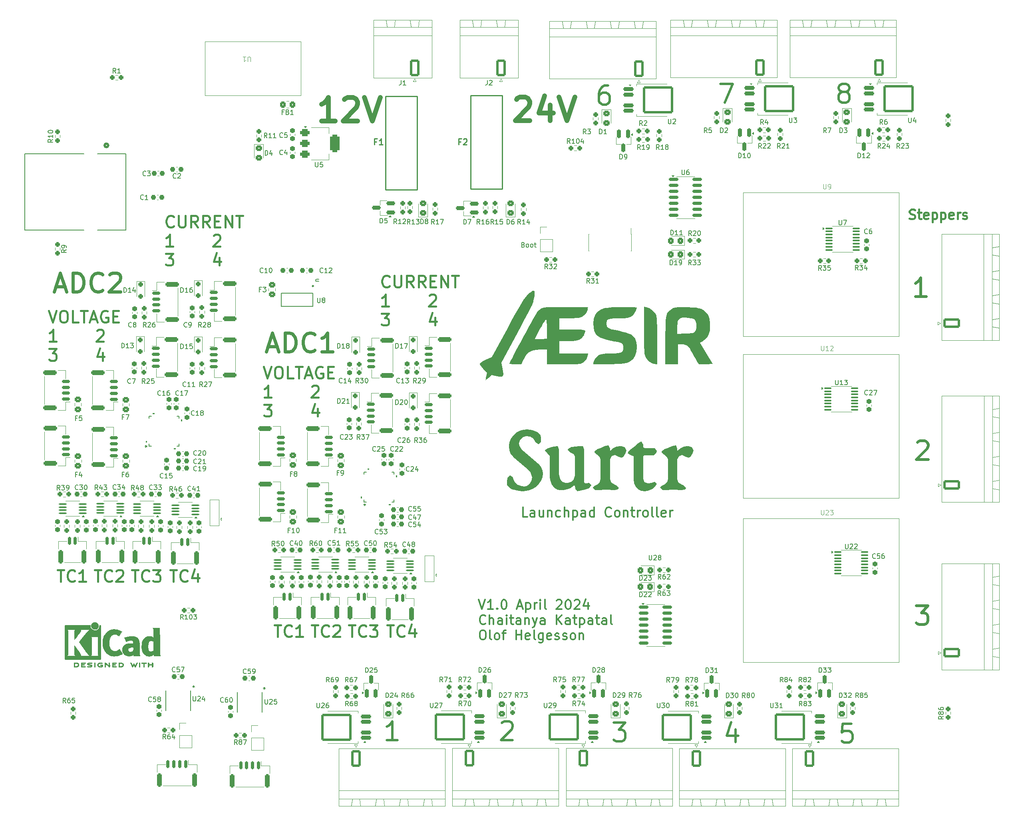
<source format=gbr>
%TF.GenerationSoftware,KiCad,Pcbnew,8.0.1*%
%TF.CreationDate,2024-05-06T01:07:54+02:00*%
%TF.ProjectId,launchpad-controller-v2,6c61756e-6368-4706-9164-2d636f6e7472,rev?*%
%TF.SameCoordinates,Original*%
%TF.FileFunction,Legend,Top*%
%TF.FilePolarity,Positive*%
%FSLAX46Y46*%
G04 Gerber Fmt 4.6, Leading zero omitted, Abs format (unit mm)*
G04 Created by KiCad (PCBNEW 8.0.1) date 2024-05-06 01:07:54*
%MOMM*%
%LPD*%
G01*
G04 APERTURE LIST*
G04 Aperture macros list*
%AMRoundRect*
0 Rectangle with rounded corners*
0 $1 Rounding radius*
0 $2 $3 $4 $5 $6 $7 $8 $9 X,Y pos of 4 corners*
0 Add a 4 corners polygon primitive as box body*
4,1,4,$2,$3,$4,$5,$6,$7,$8,$9,$2,$3,0*
0 Add four circle primitives for the rounded corners*
1,1,$1+$1,$2,$3*
1,1,$1+$1,$4,$5*
1,1,$1+$1,$6,$7*
1,1,$1+$1,$8,$9*
0 Add four rect primitives between the rounded corners*
20,1,$1+$1,$2,$3,$4,$5,0*
20,1,$1+$1,$4,$5,$6,$7,0*
20,1,$1+$1,$6,$7,$8,$9,0*
20,1,$1+$1,$8,$9,$2,$3,0*%
%AMFreePoly0*
4,1,6,1.000000,0.000000,0.500000,-0.750000,-0.500000,-0.750000,-0.500000,0.750000,0.500000,0.750000,1.000000,0.000000,1.000000,0.000000,$1*%
G04 Aperture macros list end*
%ADD10C,0.500000*%
%ADD11C,0.400000*%
%ADD12C,0.700000*%
%ADD13C,0.150000*%
%ADD14C,0.600000*%
%ADD15C,1.000000*%
%ADD16C,0.300000*%
%ADD17C,0.254000*%
%ADD18C,0.100000*%
%ADD19C,0.120000*%
%ADD20C,0.200000*%
%ADD21C,0.250000*%
%ADD22C,0.152400*%
%ADD23C,0.000000*%
%ADD24C,0.010000*%
%ADD25C,0.508000*%
%ADD26RoundRect,0.237500X0.237500X-0.300000X0.237500X0.300000X-0.237500X0.300000X-0.237500X-0.300000X0*%
%ADD27RoundRect,0.250000X0.450000X-0.325000X0.450000X0.325000X-0.450000X0.325000X-0.450000X-0.325000X0*%
%ADD28RoundRect,0.100000X-0.637500X-0.100000X0.637500X-0.100000X0.637500X0.100000X-0.637500X0.100000X0*%
%ADD29RoundRect,0.150000X0.150000X0.700000X-0.150000X0.700000X-0.150000X-0.700000X0.150000X-0.700000X0*%
%ADD30RoundRect,0.250000X0.250000X1.150000X-0.250000X1.150000X-0.250000X-1.150000X0.250000X-1.150000X0*%
%ADD31RoundRect,0.237500X0.237500X-0.250000X0.237500X0.250000X-0.237500X0.250000X-0.237500X-0.250000X0*%
%ADD32RoundRect,0.237500X-0.237500X0.250000X-0.237500X-0.250000X0.237500X-0.250000X0.237500X0.250000X0*%
%ADD33RoundRect,0.237500X-0.300000X-0.237500X0.300000X-0.237500X0.300000X0.237500X-0.300000X0.237500X0*%
%ADD34RoundRect,0.250000X-0.250000X0.250000X-0.250000X-0.250000X0.250000X-0.250000X0.250000X0.250000X0*%
%ADD35RoundRect,0.150000X0.700000X-0.150000X0.700000X0.150000X-0.700000X0.150000X-0.700000X-0.150000X0*%
%ADD36RoundRect,0.250000X1.150000X-0.250000X1.150000X0.250000X-1.150000X0.250000X-1.150000X-0.250000X0*%
%ADD37RoundRect,0.150000X-0.825000X-0.150000X0.825000X-0.150000X0.825000X0.150000X-0.825000X0.150000X0*%
%ADD38RoundRect,0.150000X-0.700000X0.150000X-0.700000X-0.150000X0.700000X-0.150000X0.700000X0.150000X0*%
%ADD39RoundRect,0.250000X-1.150000X0.250000X-1.150000X-0.250000X1.150000X-0.250000X1.150000X0.250000X0*%
%ADD40R,0.740000X2.400000*%
%ADD41RoundRect,0.200000X0.900000X0.200000X-0.900000X0.200000X-0.900000X-0.200000X0.900000X-0.200000X0*%
%ADD42RoundRect,0.249997X2.950003X2.650003X-2.950003X2.650003X-2.950003X-2.650003X2.950003X-2.650003X0*%
%ADD43RoundRect,0.237500X-0.237500X0.300000X-0.237500X-0.300000X0.237500X-0.300000X0.237500X0.300000X0*%
%ADD44RoundRect,0.250000X-0.450000X0.325000X-0.450000X-0.325000X0.450000X-0.325000X0.450000X0.325000X0*%
%ADD45RoundRect,0.237500X0.250000X0.237500X-0.250000X0.237500X-0.250000X-0.237500X0.250000X-0.237500X0*%
%ADD46RoundRect,0.200000X0.200000X-0.750000X0.200000X0.750000X-0.200000X0.750000X-0.200000X-0.750000X0*%
%ADD47C,0.900000*%
%ADD48C,8.600000*%
%ADD49RoundRect,0.200000X-0.200000X0.750000X-0.200000X-0.750000X0.200000X-0.750000X0.200000X0.750000X0*%
%ADD50RoundRect,0.200000X0.750000X0.200000X-0.750000X0.200000X-0.750000X-0.200000X0.750000X-0.200000X0*%
%ADD51C,2.400000*%
%ADD52RoundRect,0.250000X0.325000X0.450000X-0.325000X0.450000X-0.325000X-0.450000X0.325000X-0.450000X0*%
%ADD53RoundRect,0.100000X0.712500X0.100000X-0.712500X0.100000X-0.712500X-0.100000X0.712500X-0.100000X0*%
%ADD54RoundRect,0.200000X-0.900000X-0.200000X0.900000X-0.200000X0.900000X0.200000X-0.900000X0.200000X0*%
%ADD55RoundRect,0.249997X-2.950003X-2.650003X2.950003X-2.650003X2.950003X2.650003X-2.950003X2.650003X0*%
%ADD56RoundRect,0.237500X-0.250000X-0.237500X0.250000X-0.237500X0.250000X0.237500X-0.250000X0.237500X0*%
%ADD57RoundRect,0.249999X-0.790001X-1.550001X0.790001X-1.550001X0.790001X1.550001X-0.790001X1.550001X0*%
%ADD58O,2.080000X3.600000*%
%ADD59RoundRect,0.237500X0.300000X0.237500X-0.300000X0.237500X-0.300000X-0.237500X0.300000X-0.237500X0*%
%ADD60R,1.500000X1.500000*%
%ADD61FreePoly0,90.000000*%
%ADD62FreePoly0,270.000000*%
%ADD63R,1.000000X2.400000*%
%ADD64R,3.300001X2.400000*%
%ADD65O,1.700000X1.700000*%
%ADD66R,0.254000X0.762000*%
%ADD67R,0.762000X0.254000*%
%ADD68R,4.699000X4.699000*%
%ADD69RoundRect,0.249999X1.550001X-0.790001X1.550001X0.790001X-1.550001X0.790001X-1.550001X-0.790001X0*%
%ADD70O,3.600000X2.080000*%
%ADD71R,0.532600X1.454899*%
%ADD72RoundRect,0.249999X0.790001X1.550001X-0.790001X1.550001X-0.790001X-1.550001X0.790001X-1.550001X0*%
%ADD73R,1.700000X1.700000*%
%ADD74C,1.397000*%
%ADD75C,2.209800*%
%ADD76RoundRect,0.375000X-0.625000X-0.375000X0.625000X-0.375000X0.625000X0.375000X-0.625000X0.375000X0*%
%ADD77RoundRect,0.500000X-0.500000X-1.400000X0.500000X-1.400000X0.500000X1.400000X-0.500000X1.400000X0*%
G04 APERTURE END LIST*
D10*
X204798613Y200222523D02*
X204036708Y200222523D01*
X204036708Y200222523D02*
X203655756Y200032047D01*
X203655756Y200032047D02*
X203465280Y199841571D01*
X203465280Y199841571D02*
X203084327Y199270142D01*
X203084327Y199270142D02*
X202893851Y198508238D01*
X202893851Y198508238D02*
X202893851Y196984428D01*
X202893851Y196984428D02*
X203084327Y196603476D01*
X203084327Y196603476D02*
X203274804Y196413000D01*
X203274804Y196413000D02*
X203655756Y196222523D01*
X203655756Y196222523D02*
X204417661Y196222523D01*
X204417661Y196222523D02*
X204798613Y196413000D01*
X204798613Y196413000D02*
X204989089Y196603476D01*
X204989089Y196603476D02*
X205179566Y196984428D01*
X205179566Y196984428D02*
X205179566Y197936809D01*
X205179566Y197936809D02*
X204989089Y198317761D01*
X204989089Y198317761D02*
X204798613Y198508238D01*
X204798613Y198508238D02*
X204417661Y198698714D01*
X204417661Y198698714D02*
X203655756Y198698714D01*
X203655756Y198698714D02*
X203274804Y198508238D01*
X203274804Y198508238D02*
X203084327Y198317761D01*
X203084327Y198317761D02*
X202893851Y197936809D01*
D11*
X149853252Y85884752D02*
X151281823Y85884752D01*
X150567537Y83384752D02*
X150567537Y85884752D01*
X153543728Y83622847D02*
X153424680Y83503800D01*
X153424680Y83503800D02*
X153067538Y83384752D01*
X153067538Y83384752D02*
X152829442Y83384752D01*
X152829442Y83384752D02*
X152472299Y83503800D01*
X152472299Y83503800D02*
X152234204Y83741895D01*
X152234204Y83741895D02*
X152115157Y83979990D01*
X152115157Y83979990D02*
X151996109Y84456180D01*
X151996109Y84456180D02*
X151996109Y84813323D01*
X151996109Y84813323D02*
X152115157Y85289514D01*
X152115157Y85289514D02*
X152234204Y85527609D01*
X152234204Y85527609D02*
X152472299Y85765704D01*
X152472299Y85765704D02*
X152829442Y85884752D01*
X152829442Y85884752D02*
X153067538Y85884752D01*
X153067538Y85884752D02*
X153424680Y85765704D01*
X153424680Y85765704D02*
X153543728Y85646657D01*
X154377061Y85884752D02*
X155924680Y85884752D01*
X155924680Y85884752D02*
X155091347Y84932371D01*
X155091347Y84932371D02*
X155448490Y84932371D01*
X155448490Y84932371D02*
X155686585Y84813323D01*
X155686585Y84813323D02*
X155805633Y84694276D01*
X155805633Y84694276D02*
X155924680Y84456180D01*
X155924680Y84456180D02*
X155924680Y83860942D01*
X155924680Y83860942D02*
X155805633Y83622847D01*
X155805633Y83622847D02*
X155686585Y83503800D01*
X155686585Y83503800D02*
X155448490Y83384752D01*
X155448490Y83384752D02*
X154734204Y83384752D01*
X154734204Y83384752D02*
X154496109Y83503800D01*
X154496109Y83503800D02*
X154377061Y83622847D01*
D10*
X182319851Y65094571D02*
X182510327Y65285047D01*
X182510327Y65285047D02*
X182891280Y65475523D01*
X182891280Y65475523D02*
X183843661Y65475523D01*
X183843661Y65475523D02*
X184224613Y65285047D01*
X184224613Y65285047D02*
X184415089Y65094571D01*
X184415089Y65094571D02*
X184605566Y64713619D01*
X184605566Y64713619D02*
X184605566Y64332666D01*
X184605566Y64332666D02*
X184415089Y63761238D01*
X184415089Y63761238D02*
X182129375Y61475523D01*
X182129375Y61475523D02*
X184605566Y61475523D01*
D12*
X132794430Y144924780D02*
X134699192Y144924780D01*
X132413478Y143781923D02*
X133746811Y147781923D01*
X133746811Y147781923D02*
X135080145Y143781923D01*
X136413477Y143781923D02*
X136413477Y147781923D01*
X136413477Y147781923D02*
X137365858Y147781923D01*
X137365858Y147781923D02*
X137937287Y147591447D01*
X137937287Y147591447D02*
X138318239Y147210495D01*
X138318239Y147210495D02*
X138508716Y146829542D01*
X138508716Y146829542D02*
X138699192Y146067638D01*
X138699192Y146067638D02*
X138699192Y145496209D01*
X138699192Y145496209D02*
X138508716Y144734304D01*
X138508716Y144734304D02*
X138318239Y144353352D01*
X138318239Y144353352D02*
X137937287Y143972400D01*
X137937287Y143972400D02*
X137365858Y143781923D01*
X137365858Y143781923D02*
X136413477Y143781923D01*
X142699192Y144162876D02*
X142508716Y143972400D01*
X142508716Y143972400D02*
X141937287Y143781923D01*
X141937287Y143781923D02*
X141556335Y143781923D01*
X141556335Y143781923D02*
X140984906Y143972400D01*
X140984906Y143972400D02*
X140603954Y144353352D01*
X140603954Y144353352D02*
X140413477Y144734304D01*
X140413477Y144734304D02*
X140223001Y145496209D01*
X140223001Y145496209D02*
X140223001Y146067638D01*
X140223001Y146067638D02*
X140413477Y146829542D01*
X140413477Y146829542D02*
X140603954Y147210495D01*
X140603954Y147210495D02*
X140984906Y147591447D01*
X140984906Y147591447D02*
X141556335Y147781923D01*
X141556335Y147781923D02*
X141937287Y147781923D01*
X141937287Y147781923D02*
X142508716Y147591447D01*
X142508716Y147591447D02*
X142699192Y147400971D01*
X146508716Y143781923D02*
X144223001Y143781923D01*
X145365858Y143781923D02*
X145365858Y147781923D01*
X145365858Y147781923D02*
X144984906Y147210495D01*
X144984906Y147210495D02*
X144603954Y146829542D01*
X144603954Y146829542D02*
X144223001Y146639066D01*
D13*
X186852112Y166515990D02*
X186994969Y166468371D01*
X186994969Y166468371D02*
X187042588Y166420752D01*
X187042588Y166420752D02*
X187090207Y166325514D01*
X187090207Y166325514D02*
X187090207Y166182657D01*
X187090207Y166182657D02*
X187042588Y166087419D01*
X187042588Y166087419D02*
X186994969Y166039800D01*
X186994969Y166039800D02*
X186899731Y165992180D01*
X186899731Y165992180D02*
X186518779Y165992180D01*
X186518779Y165992180D02*
X186518779Y166992180D01*
X186518779Y166992180D02*
X186852112Y166992180D01*
X186852112Y166992180D02*
X186947350Y166944561D01*
X186947350Y166944561D02*
X186994969Y166896942D01*
X186994969Y166896942D02*
X187042588Y166801704D01*
X187042588Y166801704D02*
X187042588Y166706466D01*
X187042588Y166706466D02*
X186994969Y166611228D01*
X186994969Y166611228D02*
X186947350Y166563609D01*
X186947350Y166563609D02*
X186852112Y166515990D01*
X186852112Y166515990D02*
X186518779Y166515990D01*
X187661636Y165992180D02*
X187566398Y166039800D01*
X187566398Y166039800D02*
X187518779Y166087419D01*
X187518779Y166087419D02*
X187471160Y166182657D01*
X187471160Y166182657D02*
X187471160Y166468371D01*
X187471160Y166468371D02*
X187518779Y166563609D01*
X187518779Y166563609D02*
X187566398Y166611228D01*
X187566398Y166611228D02*
X187661636Y166658847D01*
X187661636Y166658847D02*
X187804493Y166658847D01*
X187804493Y166658847D02*
X187899731Y166611228D01*
X187899731Y166611228D02*
X187947350Y166563609D01*
X187947350Y166563609D02*
X187994969Y166468371D01*
X187994969Y166468371D02*
X187994969Y166182657D01*
X187994969Y166182657D02*
X187947350Y166087419D01*
X187947350Y166087419D02*
X187899731Y166039800D01*
X187899731Y166039800D02*
X187804493Y165992180D01*
X187804493Y165992180D02*
X187661636Y165992180D01*
X188566398Y165992180D02*
X188471160Y166039800D01*
X188471160Y166039800D02*
X188423541Y166087419D01*
X188423541Y166087419D02*
X188375922Y166182657D01*
X188375922Y166182657D02*
X188375922Y166468371D01*
X188375922Y166468371D02*
X188423541Y166563609D01*
X188423541Y166563609D02*
X188471160Y166611228D01*
X188471160Y166611228D02*
X188566398Y166658847D01*
X188566398Y166658847D02*
X188709255Y166658847D01*
X188709255Y166658847D02*
X188804493Y166611228D01*
X188804493Y166611228D02*
X188852112Y166563609D01*
X188852112Y166563609D02*
X188899731Y166468371D01*
X188899731Y166468371D02*
X188899731Y166182657D01*
X188899731Y166182657D02*
X188852112Y166087419D01*
X188852112Y166087419D02*
X188804493Y166039800D01*
X188804493Y166039800D02*
X188709255Y165992180D01*
X188709255Y165992180D02*
X188566398Y165992180D01*
X189185446Y166658847D02*
X189566398Y166658847D01*
X189328303Y166992180D02*
X189328303Y166135038D01*
X189328303Y166135038D02*
X189375922Y166039800D01*
X189375922Y166039800D02*
X189471160Y165992180D01*
X189471160Y165992180D02*
X189566398Y165992180D01*
D10*
X160221566Y61475523D02*
X157935851Y61475523D01*
X159078708Y61475523D02*
X159078708Y65475523D01*
X159078708Y65475523D02*
X158697756Y64904095D01*
X158697756Y64904095D02*
X158316804Y64523142D01*
X158316804Y64523142D02*
X157935851Y64332666D01*
D14*
X270345840Y124639771D02*
X270536316Y124830247D01*
X270536316Y124830247D02*
X270917269Y125020723D01*
X270917269Y125020723D02*
X271869650Y125020723D01*
X271869650Y125020723D02*
X272250602Y124830247D01*
X272250602Y124830247D02*
X272441078Y124639771D01*
X272441078Y124639771D02*
X272631555Y124258819D01*
X272631555Y124258819D02*
X272631555Y123877866D01*
X272631555Y123877866D02*
X272441078Y123306438D01*
X272441078Y123306438D02*
X270155364Y121020723D01*
X270155364Y121020723D02*
X272631555Y121020723D01*
D11*
X88131252Y97568752D02*
X89559823Y97568752D01*
X88845537Y95068752D02*
X88845537Y97568752D01*
X91821728Y95306847D02*
X91702680Y95187800D01*
X91702680Y95187800D02*
X91345538Y95068752D01*
X91345538Y95068752D02*
X91107442Y95068752D01*
X91107442Y95068752D02*
X90750299Y95187800D01*
X90750299Y95187800D02*
X90512204Y95425895D01*
X90512204Y95425895D02*
X90393157Y95663990D01*
X90393157Y95663990D02*
X90274109Y96140180D01*
X90274109Y96140180D02*
X90274109Y96497323D01*
X90274109Y96497323D02*
X90393157Y96973514D01*
X90393157Y96973514D02*
X90512204Y97211609D01*
X90512204Y97211609D02*
X90750299Y97449704D01*
X90750299Y97449704D02*
X91107442Y97568752D01*
X91107442Y97568752D02*
X91345538Y97568752D01*
X91345538Y97568752D02*
X91702680Y97449704D01*
X91702680Y97449704D02*
X91821728Y97330657D01*
X94202680Y95068752D02*
X92774109Y95068752D01*
X93488395Y95068752D02*
X93488395Y97568752D01*
X93488395Y97568752D02*
X93250299Y97211609D01*
X93250299Y97211609D02*
X93012204Y96973514D01*
X93012204Y96973514D02*
X92774109Y96854466D01*
X96005252Y97568752D02*
X97433823Y97568752D01*
X96719537Y95068752D02*
X96719537Y97568752D01*
X99695728Y95306847D02*
X99576680Y95187800D01*
X99576680Y95187800D02*
X99219538Y95068752D01*
X99219538Y95068752D02*
X98981442Y95068752D01*
X98981442Y95068752D02*
X98624299Y95187800D01*
X98624299Y95187800D02*
X98386204Y95425895D01*
X98386204Y95425895D02*
X98267157Y95663990D01*
X98267157Y95663990D02*
X98148109Y96140180D01*
X98148109Y96140180D02*
X98148109Y96497323D01*
X98148109Y96497323D02*
X98267157Y96973514D01*
X98267157Y96973514D02*
X98386204Y97211609D01*
X98386204Y97211609D02*
X98624299Y97449704D01*
X98624299Y97449704D02*
X98981442Y97568752D01*
X98981442Y97568752D02*
X99219538Y97568752D01*
X99219538Y97568752D02*
X99576680Y97449704D01*
X99576680Y97449704D02*
X99695728Y97330657D01*
X100648109Y97330657D02*
X100767157Y97449704D01*
X100767157Y97449704D02*
X101005252Y97568752D01*
X101005252Y97568752D02*
X101600490Y97568752D01*
X101600490Y97568752D02*
X101838585Y97449704D01*
X101838585Y97449704D02*
X101957633Y97330657D01*
X101957633Y97330657D02*
X102076680Y97092561D01*
X102076680Y97092561D02*
X102076680Y96854466D01*
X102076680Y96854466D02*
X101957633Y96497323D01*
X101957633Y96497323D02*
X100529061Y95068752D01*
X100529061Y95068752D02*
X102076680Y95068752D01*
D15*
X185404674Y197313314D02*
X185642770Y197551409D01*
X185642770Y197551409D02*
X186118960Y197789504D01*
X186118960Y197789504D02*
X187309436Y197789504D01*
X187309436Y197789504D02*
X187785627Y197551409D01*
X187785627Y197551409D02*
X188023722Y197313314D01*
X188023722Y197313314D02*
X188261817Y196837123D01*
X188261817Y196837123D02*
X188261817Y196360933D01*
X188261817Y196360933D02*
X188023722Y195646647D01*
X188023722Y195646647D02*
X185166579Y192789504D01*
X185166579Y192789504D02*
X188261817Y192789504D01*
X192547532Y196122838D02*
X192547532Y192789504D01*
X191357056Y198027600D02*
X190166579Y194456171D01*
X190166579Y194456171D02*
X193261818Y194456171D01*
X194452294Y197789504D02*
X196118961Y192789504D01*
X196118961Y192789504D02*
X197785627Y197789504D01*
D10*
X206005375Y65221523D02*
X208481566Y65221523D01*
X208481566Y65221523D02*
X207148232Y63697714D01*
X207148232Y63697714D02*
X207719661Y63697714D01*
X207719661Y63697714D02*
X208100613Y63507238D01*
X208100613Y63507238D02*
X208291089Y63316761D01*
X208291089Y63316761D02*
X208481566Y62935809D01*
X208481566Y62935809D02*
X208481566Y61983428D01*
X208481566Y61983428D02*
X208291089Y61602476D01*
X208291089Y61602476D02*
X208100613Y61412000D01*
X208100613Y61412000D02*
X207719661Y61221523D01*
X207719661Y61221523D02*
X206576804Y61221523D01*
X206576804Y61221523D02*
X206195851Y61412000D01*
X206195851Y61412000D02*
X206005375Y61602476D01*
D11*
X157981252Y85884752D02*
X159409823Y85884752D01*
X158695537Y83384752D02*
X158695537Y85884752D01*
X161671728Y83622847D02*
X161552680Y83503800D01*
X161552680Y83503800D02*
X161195538Y83384752D01*
X161195538Y83384752D02*
X160957442Y83384752D01*
X160957442Y83384752D02*
X160600299Y83503800D01*
X160600299Y83503800D02*
X160362204Y83741895D01*
X160362204Y83741895D02*
X160243157Y83979990D01*
X160243157Y83979990D02*
X160124109Y84456180D01*
X160124109Y84456180D02*
X160124109Y84813323D01*
X160124109Y84813323D02*
X160243157Y85289514D01*
X160243157Y85289514D02*
X160362204Y85527609D01*
X160362204Y85527609D02*
X160600299Y85765704D01*
X160600299Y85765704D02*
X160957442Y85884752D01*
X160957442Y85884752D02*
X161195538Y85884752D01*
X161195538Y85884752D02*
X161552680Y85765704D01*
X161552680Y85765704D02*
X161671728Y85646657D01*
X163814585Y85051419D02*
X163814585Y83384752D01*
X163219347Y86003800D02*
X162624109Y84218085D01*
X162624109Y84218085D02*
X164171728Y84218085D01*
D16*
X187757139Y108819961D02*
X186804758Y108819961D01*
X186804758Y108819961D02*
X186804758Y110819961D01*
X189280949Y108819961D02*
X189280949Y109867580D01*
X189280949Y109867580D02*
X189185711Y110058057D01*
X189185711Y110058057D02*
X188995235Y110153295D01*
X188995235Y110153295D02*
X188614282Y110153295D01*
X188614282Y110153295D02*
X188423806Y110058057D01*
X189280949Y108915200D02*
X189090473Y108819961D01*
X189090473Y108819961D02*
X188614282Y108819961D01*
X188614282Y108819961D02*
X188423806Y108915200D01*
X188423806Y108915200D02*
X188328568Y109105676D01*
X188328568Y109105676D02*
X188328568Y109296152D01*
X188328568Y109296152D02*
X188423806Y109486628D01*
X188423806Y109486628D02*
X188614282Y109581866D01*
X188614282Y109581866D02*
X189090473Y109581866D01*
X189090473Y109581866D02*
X189280949Y109677104D01*
X191090473Y110153295D02*
X191090473Y108819961D01*
X190233330Y110153295D02*
X190233330Y109105676D01*
X190233330Y109105676D02*
X190328568Y108915200D01*
X190328568Y108915200D02*
X190519044Y108819961D01*
X190519044Y108819961D02*
X190804759Y108819961D01*
X190804759Y108819961D02*
X190995235Y108915200D01*
X190995235Y108915200D02*
X191090473Y109010438D01*
X192042854Y110153295D02*
X192042854Y108819961D01*
X192042854Y109962819D02*
X192138092Y110058057D01*
X192138092Y110058057D02*
X192328568Y110153295D01*
X192328568Y110153295D02*
X192614283Y110153295D01*
X192614283Y110153295D02*
X192804759Y110058057D01*
X192804759Y110058057D02*
X192899997Y109867580D01*
X192899997Y109867580D02*
X192899997Y108819961D01*
X194709521Y108915200D02*
X194519045Y108819961D01*
X194519045Y108819961D02*
X194138092Y108819961D01*
X194138092Y108819961D02*
X193947616Y108915200D01*
X193947616Y108915200D02*
X193852378Y109010438D01*
X193852378Y109010438D02*
X193757140Y109200914D01*
X193757140Y109200914D02*
X193757140Y109772342D01*
X193757140Y109772342D02*
X193852378Y109962819D01*
X193852378Y109962819D02*
X193947616Y110058057D01*
X193947616Y110058057D02*
X194138092Y110153295D01*
X194138092Y110153295D02*
X194519045Y110153295D01*
X194519045Y110153295D02*
X194709521Y110058057D01*
X195566664Y108819961D02*
X195566664Y110819961D01*
X196423807Y108819961D02*
X196423807Y109867580D01*
X196423807Y109867580D02*
X196328569Y110058057D01*
X196328569Y110058057D02*
X196138093Y110153295D01*
X196138093Y110153295D02*
X195852378Y110153295D01*
X195852378Y110153295D02*
X195661902Y110058057D01*
X195661902Y110058057D02*
X195566664Y109962819D01*
X197376188Y110153295D02*
X197376188Y108153295D01*
X197376188Y110058057D02*
X197566664Y110153295D01*
X197566664Y110153295D02*
X197947617Y110153295D01*
X197947617Y110153295D02*
X198138093Y110058057D01*
X198138093Y110058057D02*
X198233331Y109962819D01*
X198233331Y109962819D02*
X198328569Y109772342D01*
X198328569Y109772342D02*
X198328569Y109200914D01*
X198328569Y109200914D02*
X198233331Y109010438D01*
X198233331Y109010438D02*
X198138093Y108915200D01*
X198138093Y108915200D02*
X197947617Y108819961D01*
X197947617Y108819961D02*
X197566664Y108819961D01*
X197566664Y108819961D02*
X197376188Y108915200D01*
X200042855Y108819961D02*
X200042855Y109867580D01*
X200042855Y109867580D02*
X199947617Y110058057D01*
X199947617Y110058057D02*
X199757141Y110153295D01*
X199757141Y110153295D02*
X199376188Y110153295D01*
X199376188Y110153295D02*
X199185712Y110058057D01*
X200042855Y108915200D02*
X199852379Y108819961D01*
X199852379Y108819961D02*
X199376188Y108819961D01*
X199376188Y108819961D02*
X199185712Y108915200D01*
X199185712Y108915200D02*
X199090474Y109105676D01*
X199090474Y109105676D02*
X199090474Y109296152D01*
X199090474Y109296152D02*
X199185712Y109486628D01*
X199185712Y109486628D02*
X199376188Y109581866D01*
X199376188Y109581866D02*
X199852379Y109581866D01*
X199852379Y109581866D02*
X200042855Y109677104D01*
X201852379Y108819961D02*
X201852379Y110819961D01*
X201852379Y108915200D02*
X201661903Y108819961D01*
X201661903Y108819961D02*
X201280950Y108819961D01*
X201280950Y108819961D02*
X201090474Y108915200D01*
X201090474Y108915200D02*
X200995236Y109010438D01*
X200995236Y109010438D02*
X200899998Y109200914D01*
X200899998Y109200914D02*
X200899998Y109772342D01*
X200899998Y109772342D02*
X200995236Y109962819D01*
X200995236Y109962819D02*
X201090474Y110058057D01*
X201090474Y110058057D02*
X201280950Y110153295D01*
X201280950Y110153295D02*
X201661903Y110153295D01*
X201661903Y110153295D02*
X201852379Y110058057D01*
X205471427Y109010438D02*
X205376189Y108915200D01*
X205376189Y108915200D02*
X205090475Y108819961D01*
X205090475Y108819961D02*
X204899999Y108819961D01*
X204899999Y108819961D02*
X204614284Y108915200D01*
X204614284Y108915200D02*
X204423808Y109105676D01*
X204423808Y109105676D02*
X204328570Y109296152D01*
X204328570Y109296152D02*
X204233332Y109677104D01*
X204233332Y109677104D02*
X204233332Y109962819D01*
X204233332Y109962819D02*
X204328570Y110343771D01*
X204328570Y110343771D02*
X204423808Y110534247D01*
X204423808Y110534247D02*
X204614284Y110724723D01*
X204614284Y110724723D02*
X204899999Y110819961D01*
X204899999Y110819961D02*
X205090475Y110819961D01*
X205090475Y110819961D02*
X205376189Y110724723D01*
X205376189Y110724723D02*
X205471427Y110629485D01*
X206614284Y108819961D02*
X206423808Y108915200D01*
X206423808Y108915200D02*
X206328570Y109010438D01*
X206328570Y109010438D02*
X206233332Y109200914D01*
X206233332Y109200914D02*
X206233332Y109772342D01*
X206233332Y109772342D02*
X206328570Y109962819D01*
X206328570Y109962819D02*
X206423808Y110058057D01*
X206423808Y110058057D02*
X206614284Y110153295D01*
X206614284Y110153295D02*
X206899999Y110153295D01*
X206899999Y110153295D02*
X207090475Y110058057D01*
X207090475Y110058057D02*
X207185713Y109962819D01*
X207185713Y109962819D02*
X207280951Y109772342D01*
X207280951Y109772342D02*
X207280951Y109200914D01*
X207280951Y109200914D02*
X207185713Y109010438D01*
X207185713Y109010438D02*
X207090475Y108915200D01*
X207090475Y108915200D02*
X206899999Y108819961D01*
X206899999Y108819961D02*
X206614284Y108819961D01*
X208138094Y110153295D02*
X208138094Y108819961D01*
X208138094Y109962819D02*
X208233332Y110058057D01*
X208233332Y110058057D02*
X208423808Y110153295D01*
X208423808Y110153295D02*
X208709523Y110153295D01*
X208709523Y110153295D02*
X208899999Y110058057D01*
X208899999Y110058057D02*
X208995237Y109867580D01*
X208995237Y109867580D02*
X208995237Y108819961D01*
X209661904Y110153295D02*
X210423808Y110153295D01*
X209947618Y110819961D02*
X209947618Y109105676D01*
X209947618Y109105676D02*
X210042856Y108915200D01*
X210042856Y108915200D02*
X210233332Y108819961D01*
X210233332Y108819961D02*
X210423808Y108819961D01*
X211090475Y108819961D02*
X211090475Y110153295D01*
X211090475Y109772342D02*
X211185713Y109962819D01*
X211185713Y109962819D02*
X211280951Y110058057D01*
X211280951Y110058057D02*
X211471427Y110153295D01*
X211471427Y110153295D02*
X211661904Y110153295D01*
X212614284Y108819961D02*
X212423808Y108915200D01*
X212423808Y108915200D02*
X212328570Y109010438D01*
X212328570Y109010438D02*
X212233332Y109200914D01*
X212233332Y109200914D02*
X212233332Y109772342D01*
X212233332Y109772342D02*
X212328570Y109962819D01*
X212328570Y109962819D02*
X212423808Y110058057D01*
X212423808Y110058057D02*
X212614284Y110153295D01*
X212614284Y110153295D02*
X212899999Y110153295D01*
X212899999Y110153295D02*
X213090475Y110058057D01*
X213090475Y110058057D02*
X213185713Y109962819D01*
X213185713Y109962819D02*
X213280951Y109772342D01*
X213280951Y109772342D02*
X213280951Y109200914D01*
X213280951Y109200914D02*
X213185713Y109010438D01*
X213185713Y109010438D02*
X213090475Y108915200D01*
X213090475Y108915200D02*
X212899999Y108819961D01*
X212899999Y108819961D02*
X212614284Y108819961D01*
X214423808Y108819961D02*
X214233332Y108915200D01*
X214233332Y108915200D02*
X214138094Y109105676D01*
X214138094Y109105676D02*
X214138094Y110819961D01*
X215471427Y108819961D02*
X215280951Y108915200D01*
X215280951Y108915200D02*
X215185713Y109105676D01*
X215185713Y109105676D02*
X215185713Y110819961D01*
X216995237Y108915200D02*
X216804761Y108819961D01*
X216804761Y108819961D02*
X216423808Y108819961D01*
X216423808Y108819961D02*
X216233332Y108915200D01*
X216233332Y108915200D02*
X216138094Y109105676D01*
X216138094Y109105676D02*
X216138094Y109867580D01*
X216138094Y109867580D02*
X216233332Y110058057D01*
X216233332Y110058057D02*
X216423808Y110153295D01*
X216423808Y110153295D02*
X216804761Y110153295D01*
X216804761Y110153295D02*
X216995237Y110058057D01*
X216995237Y110058057D02*
X217090475Y109867580D01*
X217090475Y109867580D02*
X217090475Y109677104D01*
X217090475Y109677104D02*
X216138094Y109486628D01*
X217947618Y108819961D02*
X217947618Y110153295D01*
X217947618Y109772342D02*
X218042856Y109962819D01*
X218042856Y109962819D02*
X218138094Y110058057D01*
X218138094Y110058057D02*
X218328570Y110153295D01*
X218328570Y110153295D02*
X218519047Y110153295D01*
D11*
X86273252Y152510972D02*
X87106585Y150010972D01*
X87106585Y150010972D02*
X87939918Y152510972D01*
X89249442Y152510972D02*
X89725633Y152510972D01*
X89725633Y152510972D02*
X89963728Y152391924D01*
X89963728Y152391924D02*
X90201823Y152153829D01*
X90201823Y152153829D02*
X90320871Y151677639D01*
X90320871Y151677639D02*
X90320871Y150844305D01*
X90320871Y150844305D02*
X90201823Y150368115D01*
X90201823Y150368115D02*
X89963728Y150130020D01*
X89963728Y150130020D02*
X89725633Y150010972D01*
X89725633Y150010972D02*
X89249442Y150010972D01*
X89249442Y150010972D02*
X89011347Y150130020D01*
X89011347Y150130020D02*
X88773252Y150368115D01*
X88773252Y150368115D02*
X88654204Y150844305D01*
X88654204Y150844305D02*
X88654204Y151677639D01*
X88654204Y151677639D02*
X88773252Y152153829D01*
X88773252Y152153829D02*
X89011347Y152391924D01*
X89011347Y152391924D02*
X89249442Y152510972D01*
X92582776Y150010972D02*
X91392300Y150010972D01*
X91392300Y150010972D02*
X91392300Y152510972D01*
X93058967Y152510972D02*
X94487538Y152510972D01*
X93773252Y150010972D02*
X93773252Y152510972D01*
X95201824Y150725258D02*
X96392300Y150725258D01*
X94963729Y150010972D02*
X95797062Y152510972D01*
X95797062Y152510972D02*
X96630395Y150010972D01*
X98773252Y152391924D02*
X98535157Y152510972D01*
X98535157Y152510972D02*
X98178014Y152510972D01*
X98178014Y152510972D02*
X97820871Y152391924D01*
X97820871Y152391924D02*
X97582776Y152153829D01*
X97582776Y152153829D02*
X97463729Y151915734D01*
X97463729Y151915734D02*
X97344681Y151439543D01*
X97344681Y151439543D02*
X97344681Y151082400D01*
X97344681Y151082400D02*
X97463729Y150606210D01*
X97463729Y150606210D02*
X97582776Y150368115D01*
X97582776Y150368115D02*
X97820871Y150130020D01*
X97820871Y150130020D02*
X98178014Y150010972D01*
X98178014Y150010972D02*
X98416110Y150010972D01*
X98416110Y150010972D02*
X98773252Y150130020D01*
X98773252Y150130020D02*
X98892300Y150249067D01*
X98892300Y150249067D02*
X98892300Y151082400D01*
X98892300Y151082400D02*
X98416110Y151082400D01*
X99963729Y151320496D02*
X100797062Y151320496D01*
X101154205Y150010972D02*
X99963729Y150010972D01*
X99963729Y150010972D02*
X99963729Y152510972D01*
X99963729Y152510972D02*
X101154205Y152510972D01*
X87939918Y145986112D02*
X86511347Y145986112D01*
X87225633Y145986112D02*
X87225633Y148486112D01*
X87225633Y148486112D02*
X86987537Y148128969D01*
X86987537Y148128969D02*
X86749442Y147890874D01*
X86749442Y147890874D02*
X86511347Y147771826D01*
X96511347Y148248017D02*
X96630395Y148367064D01*
X96630395Y148367064D02*
X96868490Y148486112D01*
X96868490Y148486112D02*
X97463728Y148486112D01*
X97463728Y148486112D02*
X97701823Y148367064D01*
X97701823Y148367064D02*
X97820871Y148248017D01*
X97820871Y148248017D02*
X97939918Y148009921D01*
X97939918Y148009921D02*
X97939918Y147771826D01*
X97939918Y147771826D02*
X97820871Y147414683D01*
X97820871Y147414683D02*
X96392299Y145986112D01*
X96392299Y145986112D02*
X97939918Y145986112D01*
X86392299Y144461252D02*
X87939918Y144461252D01*
X87939918Y144461252D02*
X87106585Y143508871D01*
X87106585Y143508871D02*
X87463728Y143508871D01*
X87463728Y143508871D02*
X87701823Y143389823D01*
X87701823Y143389823D02*
X87820871Y143270776D01*
X87820871Y143270776D02*
X87939918Y143032680D01*
X87939918Y143032680D02*
X87939918Y142437442D01*
X87939918Y142437442D02*
X87820871Y142199347D01*
X87820871Y142199347D02*
X87701823Y142080300D01*
X87701823Y142080300D02*
X87463728Y141961252D01*
X87463728Y141961252D02*
X86749442Y141961252D01*
X86749442Y141961252D02*
X86511347Y142080300D01*
X86511347Y142080300D02*
X86392299Y142199347D01*
X97701823Y143627919D02*
X97701823Y141961252D01*
X97106585Y144580300D02*
X96511347Y142794585D01*
X96511347Y142794585D02*
X98058966Y142794585D01*
D15*
X147012217Y192738704D02*
X144155074Y192738704D01*
X145583646Y192738704D02*
X145583646Y197738704D01*
X145583646Y197738704D02*
X145107455Y197024419D01*
X145107455Y197024419D02*
X144631265Y196548228D01*
X144631265Y196548228D02*
X144155074Y196310133D01*
X148916979Y197262514D02*
X149155075Y197500609D01*
X149155075Y197500609D02*
X149631265Y197738704D01*
X149631265Y197738704D02*
X150821741Y197738704D01*
X150821741Y197738704D02*
X151297932Y197500609D01*
X151297932Y197500609D02*
X151536027Y197262514D01*
X151536027Y197262514D02*
X151774122Y196786323D01*
X151774122Y196786323D02*
X151774122Y196310133D01*
X151774122Y196310133D02*
X151536027Y195595847D01*
X151536027Y195595847D02*
X148678884Y192738704D01*
X148678884Y192738704D02*
X151774122Y192738704D01*
X153202694Y197738704D02*
X154869361Y192738704D01*
X154869361Y192738704D02*
X156536027Y197738704D01*
D10*
X228611375Y200603523D02*
X231278042Y200603523D01*
X231278042Y200603523D02*
X229563756Y196603523D01*
D12*
X87836430Y157624780D02*
X89741192Y157624780D01*
X87455478Y156481923D02*
X88788811Y160481923D01*
X88788811Y160481923D02*
X90122145Y156481923D01*
X91455477Y156481923D02*
X91455477Y160481923D01*
X91455477Y160481923D02*
X92407858Y160481923D01*
X92407858Y160481923D02*
X92979287Y160291447D01*
X92979287Y160291447D02*
X93360239Y159910495D01*
X93360239Y159910495D02*
X93550716Y159529542D01*
X93550716Y159529542D02*
X93741192Y158767638D01*
X93741192Y158767638D02*
X93741192Y158196209D01*
X93741192Y158196209D02*
X93550716Y157434304D01*
X93550716Y157434304D02*
X93360239Y157053352D01*
X93360239Y157053352D02*
X92979287Y156672400D01*
X92979287Y156672400D02*
X92407858Y156481923D01*
X92407858Y156481923D02*
X91455477Y156481923D01*
X97741192Y156862876D02*
X97550716Y156672400D01*
X97550716Y156672400D02*
X96979287Y156481923D01*
X96979287Y156481923D02*
X96598335Y156481923D01*
X96598335Y156481923D02*
X96026906Y156672400D01*
X96026906Y156672400D02*
X95645954Y157053352D01*
X95645954Y157053352D02*
X95455477Y157434304D01*
X95455477Y157434304D02*
X95265001Y158196209D01*
X95265001Y158196209D02*
X95265001Y158767638D01*
X95265001Y158767638D02*
X95455477Y159529542D01*
X95455477Y159529542D02*
X95645954Y159910495D01*
X95645954Y159910495D02*
X96026906Y160291447D01*
X96026906Y160291447D02*
X96598335Y160481923D01*
X96598335Y160481923D02*
X96979287Y160481923D01*
X96979287Y160481923D02*
X97550716Y160291447D01*
X97550716Y160291447D02*
X97741192Y160100971D01*
X99265001Y160100971D02*
X99455477Y160291447D01*
X99455477Y160291447D02*
X99836430Y160481923D01*
X99836430Y160481923D02*
X100788811Y160481923D01*
X100788811Y160481923D02*
X101169763Y160291447D01*
X101169763Y160291447D02*
X101360239Y160100971D01*
X101360239Y160100971D02*
X101550716Y159720019D01*
X101550716Y159720019D02*
X101550716Y159339066D01*
X101550716Y159339066D02*
X101360239Y158767638D01*
X101360239Y158767638D02*
X99074525Y156481923D01*
X99074525Y156481923D02*
X101550716Y156481923D01*
D11*
X134105252Y85884752D02*
X135533823Y85884752D01*
X134819537Y83384752D02*
X134819537Y85884752D01*
X137795728Y83622847D02*
X137676680Y83503800D01*
X137676680Y83503800D02*
X137319538Y83384752D01*
X137319538Y83384752D02*
X137081442Y83384752D01*
X137081442Y83384752D02*
X136724299Y83503800D01*
X136724299Y83503800D02*
X136486204Y83741895D01*
X136486204Y83741895D02*
X136367157Y83979990D01*
X136367157Y83979990D02*
X136248109Y84456180D01*
X136248109Y84456180D02*
X136248109Y84813323D01*
X136248109Y84813323D02*
X136367157Y85289514D01*
X136367157Y85289514D02*
X136486204Y85527609D01*
X136486204Y85527609D02*
X136724299Y85765704D01*
X136724299Y85765704D02*
X137081442Y85884752D01*
X137081442Y85884752D02*
X137319538Y85884752D01*
X137319538Y85884752D02*
X137676680Y85765704D01*
X137676680Y85765704D02*
X137795728Y85646657D01*
X140176680Y83384752D02*
X138748109Y83384752D01*
X139462395Y83384752D02*
X139462395Y85884752D01*
X139462395Y85884752D02*
X139224299Y85527609D01*
X139224299Y85527609D02*
X138986204Y85289514D01*
X138986204Y85289514D02*
X138748109Y85170466D01*
D16*
X177425844Y91250137D02*
X178092510Y89250137D01*
X178092510Y89250137D02*
X178759177Y91250137D01*
X180473463Y89250137D02*
X179330606Y89250137D01*
X179902034Y89250137D02*
X179902034Y91250137D01*
X179902034Y91250137D02*
X179711558Y90964423D01*
X179711558Y90964423D02*
X179521082Y90773947D01*
X179521082Y90773947D02*
X179330606Y90678709D01*
X181330606Y89440614D02*
X181425844Y89345376D01*
X181425844Y89345376D02*
X181330606Y89250137D01*
X181330606Y89250137D02*
X181235368Y89345376D01*
X181235368Y89345376D02*
X181330606Y89440614D01*
X181330606Y89440614D02*
X181330606Y89250137D01*
X182663939Y91250137D02*
X182854416Y91250137D01*
X182854416Y91250137D02*
X183044892Y91154899D01*
X183044892Y91154899D02*
X183140130Y91059661D01*
X183140130Y91059661D02*
X183235368Y90869185D01*
X183235368Y90869185D02*
X183330606Y90488233D01*
X183330606Y90488233D02*
X183330606Y90012042D01*
X183330606Y90012042D02*
X183235368Y89631090D01*
X183235368Y89631090D02*
X183140130Y89440614D01*
X183140130Y89440614D02*
X183044892Y89345376D01*
X183044892Y89345376D02*
X182854416Y89250137D01*
X182854416Y89250137D02*
X182663939Y89250137D01*
X182663939Y89250137D02*
X182473463Y89345376D01*
X182473463Y89345376D02*
X182378225Y89440614D01*
X182378225Y89440614D02*
X182282987Y89631090D01*
X182282987Y89631090D02*
X182187749Y90012042D01*
X182187749Y90012042D02*
X182187749Y90488233D01*
X182187749Y90488233D02*
X182282987Y90869185D01*
X182282987Y90869185D02*
X182378225Y91059661D01*
X182378225Y91059661D02*
X182473463Y91154899D01*
X182473463Y91154899D02*
X182663939Y91250137D01*
X185616321Y89821566D02*
X186568702Y89821566D01*
X185425845Y89250137D02*
X186092511Y91250137D01*
X186092511Y91250137D02*
X186759178Y89250137D01*
X187425845Y90583471D02*
X187425845Y88583471D01*
X187425845Y90488233D02*
X187616321Y90583471D01*
X187616321Y90583471D02*
X187997274Y90583471D01*
X187997274Y90583471D02*
X188187750Y90488233D01*
X188187750Y90488233D02*
X188282988Y90392995D01*
X188282988Y90392995D02*
X188378226Y90202518D01*
X188378226Y90202518D02*
X188378226Y89631090D01*
X188378226Y89631090D02*
X188282988Y89440614D01*
X188282988Y89440614D02*
X188187750Y89345376D01*
X188187750Y89345376D02*
X187997274Y89250137D01*
X187997274Y89250137D02*
X187616321Y89250137D01*
X187616321Y89250137D02*
X187425845Y89345376D01*
X189235369Y89250137D02*
X189235369Y90583471D01*
X189235369Y90202518D02*
X189330607Y90392995D01*
X189330607Y90392995D02*
X189425845Y90488233D01*
X189425845Y90488233D02*
X189616321Y90583471D01*
X189616321Y90583471D02*
X189806798Y90583471D01*
X190473464Y89250137D02*
X190473464Y90583471D01*
X190473464Y91250137D02*
X190378226Y91154899D01*
X190378226Y91154899D02*
X190473464Y91059661D01*
X190473464Y91059661D02*
X190568702Y91154899D01*
X190568702Y91154899D02*
X190473464Y91250137D01*
X190473464Y91250137D02*
X190473464Y91059661D01*
X191711559Y89250137D02*
X191521083Y89345376D01*
X191521083Y89345376D02*
X191425845Y89535852D01*
X191425845Y89535852D02*
X191425845Y91250137D01*
X193902036Y91059661D02*
X193997274Y91154899D01*
X193997274Y91154899D02*
X194187750Y91250137D01*
X194187750Y91250137D02*
X194663941Y91250137D01*
X194663941Y91250137D02*
X194854417Y91154899D01*
X194854417Y91154899D02*
X194949655Y91059661D01*
X194949655Y91059661D02*
X195044893Y90869185D01*
X195044893Y90869185D02*
X195044893Y90678709D01*
X195044893Y90678709D02*
X194949655Y90392995D01*
X194949655Y90392995D02*
X193806798Y89250137D01*
X193806798Y89250137D02*
X195044893Y89250137D01*
X196282988Y91250137D02*
X196473465Y91250137D01*
X196473465Y91250137D02*
X196663941Y91154899D01*
X196663941Y91154899D02*
X196759179Y91059661D01*
X196759179Y91059661D02*
X196854417Y90869185D01*
X196854417Y90869185D02*
X196949655Y90488233D01*
X196949655Y90488233D02*
X196949655Y90012042D01*
X196949655Y90012042D02*
X196854417Y89631090D01*
X196854417Y89631090D02*
X196759179Y89440614D01*
X196759179Y89440614D02*
X196663941Y89345376D01*
X196663941Y89345376D02*
X196473465Y89250137D01*
X196473465Y89250137D02*
X196282988Y89250137D01*
X196282988Y89250137D02*
X196092512Y89345376D01*
X196092512Y89345376D02*
X195997274Y89440614D01*
X195997274Y89440614D02*
X195902036Y89631090D01*
X195902036Y89631090D02*
X195806798Y90012042D01*
X195806798Y90012042D02*
X195806798Y90488233D01*
X195806798Y90488233D02*
X195902036Y90869185D01*
X195902036Y90869185D02*
X195997274Y91059661D01*
X195997274Y91059661D02*
X196092512Y91154899D01*
X196092512Y91154899D02*
X196282988Y91250137D01*
X197711560Y91059661D02*
X197806798Y91154899D01*
X197806798Y91154899D02*
X197997274Y91250137D01*
X197997274Y91250137D02*
X198473465Y91250137D01*
X198473465Y91250137D02*
X198663941Y91154899D01*
X198663941Y91154899D02*
X198759179Y91059661D01*
X198759179Y91059661D02*
X198854417Y90869185D01*
X198854417Y90869185D02*
X198854417Y90678709D01*
X198854417Y90678709D02*
X198759179Y90392995D01*
X198759179Y90392995D02*
X197616322Y89250137D01*
X197616322Y89250137D02*
X198854417Y89250137D01*
X200568703Y90583471D02*
X200568703Y89250137D01*
X200092512Y91345376D02*
X199616322Y89916804D01*
X199616322Y89916804D02*
X200854417Y89916804D01*
X178854415Y86220726D02*
X178759177Y86125488D01*
X178759177Y86125488D02*
X178473463Y86030249D01*
X178473463Y86030249D02*
X178282987Y86030249D01*
X178282987Y86030249D02*
X177997272Y86125488D01*
X177997272Y86125488D02*
X177806796Y86315964D01*
X177806796Y86315964D02*
X177711558Y86506440D01*
X177711558Y86506440D02*
X177616320Y86887392D01*
X177616320Y86887392D02*
X177616320Y87173107D01*
X177616320Y87173107D02*
X177711558Y87554059D01*
X177711558Y87554059D02*
X177806796Y87744535D01*
X177806796Y87744535D02*
X177997272Y87935011D01*
X177997272Y87935011D02*
X178282987Y88030249D01*
X178282987Y88030249D02*
X178473463Y88030249D01*
X178473463Y88030249D02*
X178759177Y87935011D01*
X178759177Y87935011D02*
X178854415Y87839773D01*
X179711558Y86030249D02*
X179711558Y88030249D01*
X180568701Y86030249D02*
X180568701Y87077868D01*
X180568701Y87077868D02*
X180473463Y87268345D01*
X180473463Y87268345D02*
X180282987Y87363583D01*
X180282987Y87363583D02*
X179997272Y87363583D01*
X179997272Y87363583D02*
X179806796Y87268345D01*
X179806796Y87268345D02*
X179711558Y87173107D01*
X182378225Y86030249D02*
X182378225Y87077868D01*
X182378225Y87077868D02*
X182282987Y87268345D01*
X182282987Y87268345D02*
X182092511Y87363583D01*
X182092511Y87363583D02*
X181711558Y87363583D01*
X181711558Y87363583D02*
X181521082Y87268345D01*
X182378225Y86125488D02*
X182187749Y86030249D01*
X182187749Y86030249D02*
X181711558Y86030249D01*
X181711558Y86030249D02*
X181521082Y86125488D01*
X181521082Y86125488D02*
X181425844Y86315964D01*
X181425844Y86315964D02*
X181425844Y86506440D01*
X181425844Y86506440D02*
X181521082Y86696916D01*
X181521082Y86696916D02*
X181711558Y86792154D01*
X181711558Y86792154D02*
X182187749Y86792154D01*
X182187749Y86792154D02*
X182378225Y86887392D01*
X183330606Y86030249D02*
X183330606Y87363583D01*
X183330606Y88030249D02*
X183235368Y87935011D01*
X183235368Y87935011D02*
X183330606Y87839773D01*
X183330606Y87839773D02*
X183425844Y87935011D01*
X183425844Y87935011D02*
X183330606Y88030249D01*
X183330606Y88030249D02*
X183330606Y87839773D01*
X183997273Y87363583D02*
X184759177Y87363583D01*
X184282987Y88030249D02*
X184282987Y86315964D01*
X184282987Y86315964D02*
X184378225Y86125488D01*
X184378225Y86125488D02*
X184568701Y86030249D01*
X184568701Y86030249D02*
X184759177Y86030249D01*
X186282987Y86030249D02*
X186282987Y87077868D01*
X186282987Y87077868D02*
X186187749Y87268345D01*
X186187749Y87268345D02*
X185997273Y87363583D01*
X185997273Y87363583D02*
X185616320Y87363583D01*
X185616320Y87363583D02*
X185425844Y87268345D01*
X186282987Y86125488D02*
X186092511Y86030249D01*
X186092511Y86030249D02*
X185616320Y86030249D01*
X185616320Y86030249D02*
X185425844Y86125488D01*
X185425844Y86125488D02*
X185330606Y86315964D01*
X185330606Y86315964D02*
X185330606Y86506440D01*
X185330606Y86506440D02*
X185425844Y86696916D01*
X185425844Y86696916D02*
X185616320Y86792154D01*
X185616320Y86792154D02*
X186092511Y86792154D01*
X186092511Y86792154D02*
X186282987Y86887392D01*
X187235368Y87363583D02*
X187235368Y86030249D01*
X187235368Y87173107D02*
X187330606Y87268345D01*
X187330606Y87268345D02*
X187521082Y87363583D01*
X187521082Y87363583D02*
X187806797Y87363583D01*
X187806797Y87363583D02*
X187997273Y87268345D01*
X187997273Y87268345D02*
X188092511Y87077868D01*
X188092511Y87077868D02*
X188092511Y86030249D01*
X188854416Y87363583D02*
X189330606Y86030249D01*
X189806797Y87363583D02*
X189330606Y86030249D01*
X189330606Y86030249D02*
X189140130Y85554059D01*
X189140130Y85554059D02*
X189044892Y85458821D01*
X189044892Y85458821D02*
X188854416Y85363583D01*
X191425845Y86030249D02*
X191425845Y87077868D01*
X191425845Y87077868D02*
X191330607Y87268345D01*
X191330607Y87268345D02*
X191140131Y87363583D01*
X191140131Y87363583D02*
X190759178Y87363583D01*
X190759178Y87363583D02*
X190568702Y87268345D01*
X191425845Y86125488D02*
X191235369Y86030249D01*
X191235369Y86030249D02*
X190759178Y86030249D01*
X190759178Y86030249D02*
X190568702Y86125488D01*
X190568702Y86125488D02*
X190473464Y86315964D01*
X190473464Y86315964D02*
X190473464Y86506440D01*
X190473464Y86506440D02*
X190568702Y86696916D01*
X190568702Y86696916D02*
X190759178Y86792154D01*
X190759178Y86792154D02*
X191235369Y86792154D01*
X191235369Y86792154D02*
X191425845Y86887392D01*
X193902036Y86030249D02*
X193902036Y88030249D01*
X195044893Y86030249D02*
X194187750Y87173107D01*
X195044893Y88030249D02*
X193902036Y86887392D01*
X196759179Y86030249D02*
X196759179Y87077868D01*
X196759179Y87077868D02*
X196663941Y87268345D01*
X196663941Y87268345D02*
X196473465Y87363583D01*
X196473465Y87363583D02*
X196092512Y87363583D01*
X196092512Y87363583D02*
X195902036Y87268345D01*
X196759179Y86125488D02*
X196568703Y86030249D01*
X196568703Y86030249D02*
X196092512Y86030249D01*
X196092512Y86030249D02*
X195902036Y86125488D01*
X195902036Y86125488D02*
X195806798Y86315964D01*
X195806798Y86315964D02*
X195806798Y86506440D01*
X195806798Y86506440D02*
X195902036Y86696916D01*
X195902036Y86696916D02*
X196092512Y86792154D01*
X196092512Y86792154D02*
X196568703Y86792154D01*
X196568703Y86792154D02*
X196759179Y86887392D01*
X197425846Y87363583D02*
X198187750Y87363583D01*
X197711560Y88030249D02*
X197711560Y86315964D01*
X197711560Y86315964D02*
X197806798Y86125488D01*
X197806798Y86125488D02*
X197997274Y86030249D01*
X197997274Y86030249D02*
X198187750Y86030249D01*
X198854417Y87363583D02*
X198854417Y85363583D01*
X198854417Y87268345D02*
X199044893Y87363583D01*
X199044893Y87363583D02*
X199425846Y87363583D01*
X199425846Y87363583D02*
X199616322Y87268345D01*
X199616322Y87268345D02*
X199711560Y87173107D01*
X199711560Y87173107D02*
X199806798Y86982630D01*
X199806798Y86982630D02*
X199806798Y86411202D01*
X199806798Y86411202D02*
X199711560Y86220726D01*
X199711560Y86220726D02*
X199616322Y86125488D01*
X199616322Y86125488D02*
X199425846Y86030249D01*
X199425846Y86030249D02*
X199044893Y86030249D01*
X199044893Y86030249D02*
X198854417Y86125488D01*
X201521084Y86030249D02*
X201521084Y87077868D01*
X201521084Y87077868D02*
X201425846Y87268345D01*
X201425846Y87268345D02*
X201235370Y87363583D01*
X201235370Y87363583D02*
X200854417Y87363583D01*
X200854417Y87363583D02*
X200663941Y87268345D01*
X201521084Y86125488D02*
X201330608Y86030249D01*
X201330608Y86030249D02*
X200854417Y86030249D01*
X200854417Y86030249D02*
X200663941Y86125488D01*
X200663941Y86125488D02*
X200568703Y86315964D01*
X200568703Y86315964D02*
X200568703Y86506440D01*
X200568703Y86506440D02*
X200663941Y86696916D01*
X200663941Y86696916D02*
X200854417Y86792154D01*
X200854417Y86792154D02*
X201330608Y86792154D01*
X201330608Y86792154D02*
X201521084Y86887392D01*
X202187751Y87363583D02*
X202949655Y87363583D01*
X202473465Y88030249D02*
X202473465Y86315964D01*
X202473465Y86315964D02*
X202568703Y86125488D01*
X202568703Y86125488D02*
X202759179Y86030249D01*
X202759179Y86030249D02*
X202949655Y86030249D01*
X204473465Y86030249D02*
X204473465Y87077868D01*
X204473465Y87077868D02*
X204378227Y87268345D01*
X204378227Y87268345D02*
X204187751Y87363583D01*
X204187751Y87363583D02*
X203806798Y87363583D01*
X203806798Y87363583D02*
X203616322Y87268345D01*
X204473465Y86125488D02*
X204282989Y86030249D01*
X204282989Y86030249D02*
X203806798Y86030249D01*
X203806798Y86030249D02*
X203616322Y86125488D01*
X203616322Y86125488D02*
X203521084Y86315964D01*
X203521084Y86315964D02*
X203521084Y86506440D01*
X203521084Y86506440D02*
X203616322Y86696916D01*
X203616322Y86696916D02*
X203806798Y86792154D01*
X203806798Y86792154D02*
X204282989Y86792154D01*
X204282989Y86792154D02*
X204473465Y86887392D01*
X205711560Y86030249D02*
X205521084Y86125488D01*
X205521084Y86125488D02*
X205425846Y86315964D01*
X205425846Y86315964D02*
X205425846Y88030249D01*
X178092510Y84810361D02*
X178473463Y84810361D01*
X178473463Y84810361D02*
X178663939Y84715123D01*
X178663939Y84715123D02*
X178854415Y84524647D01*
X178854415Y84524647D02*
X178949653Y84143695D01*
X178949653Y84143695D02*
X178949653Y83477028D01*
X178949653Y83477028D02*
X178854415Y83096076D01*
X178854415Y83096076D02*
X178663939Y82905600D01*
X178663939Y82905600D02*
X178473463Y82810361D01*
X178473463Y82810361D02*
X178092510Y82810361D01*
X178092510Y82810361D02*
X177902034Y82905600D01*
X177902034Y82905600D02*
X177711558Y83096076D01*
X177711558Y83096076D02*
X177616320Y83477028D01*
X177616320Y83477028D02*
X177616320Y84143695D01*
X177616320Y84143695D02*
X177711558Y84524647D01*
X177711558Y84524647D02*
X177902034Y84715123D01*
X177902034Y84715123D02*
X178092510Y84810361D01*
X180092510Y82810361D02*
X179902034Y82905600D01*
X179902034Y82905600D02*
X179806796Y83096076D01*
X179806796Y83096076D02*
X179806796Y84810361D01*
X181140129Y82810361D02*
X180949653Y82905600D01*
X180949653Y82905600D02*
X180854415Y83000838D01*
X180854415Y83000838D02*
X180759177Y83191314D01*
X180759177Y83191314D02*
X180759177Y83762742D01*
X180759177Y83762742D02*
X180854415Y83953219D01*
X180854415Y83953219D02*
X180949653Y84048457D01*
X180949653Y84048457D02*
X181140129Y84143695D01*
X181140129Y84143695D02*
X181425844Y84143695D01*
X181425844Y84143695D02*
X181616320Y84048457D01*
X181616320Y84048457D02*
X181711558Y83953219D01*
X181711558Y83953219D02*
X181806796Y83762742D01*
X181806796Y83762742D02*
X181806796Y83191314D01*
X181806796Y83191314D02*
X181711558Y83000838D01*
X181711558Y83000838D02*
X181616320Y82905600D01*
X181616320Y82905600D02*
X181425844Y82810361D01*
X181425844Y82810361D02*
X181140129Y82810361D01*
X182378225Y84143695D02*
X183140129Y84143695D01*
X182663939Y82810361D02*
X182663939Y84524647D01*
X182663939Y84524647D02*
X182759177Y84715123D01*
X182759177Y84715123D02*
X182949653Y84810361D01*
X182949653Y84810361D02*
X183140129Y84810361D01*
X185330606Y82810361D02*
X185330606Y84810361D01*
X185330606Y83857980D02*
X186473463Y83857980D01*
X186473463Y82810361D02*
X186473463Y84810361D01*
X188187749Y82905600D02*
X187997273Y82810361D01*
X187997273Y82810361D02*
X187616320Y82810361D01*
X187616320Y82810361D02*
X187425844Y82905600D01*
X187425844Y82905600D02*
X187330606Y83096076D01*
X187330606Y83096076D02*
X187330606Y83857980D01*
X187330606Y83857980D02*
X187425844Y84048457D01*
X187425844Y84048457D02*
X187616320Y84143695D01*
X187616320Y84143695D02*
X187997273Y84143695D01*
X187997273Y84143695D02*
X188187749Y84048457D01*
X188187749Y84048457D02*
X188282987Y83857980D01*
X188282987Y83857980D02*
X188282987Y83667504D01*
X188282987Y83667504D02*
X187330606Y83477028D01*
X189425844Y82810361D02*
X189235368Y82905600D01*
X189235368Y82905600D02*
X189140130Y83096076D01*
X189140130Y83096076D02*
X189140130Y84810361D01*
X191044892Y84143695D02*
X191044892Y82524647D01*
X191044892Y82524647D02*
X190949654Y82334171D01*
X190949654Y82334171D02*
X190854416Y82238933D01*
X190854416Y82238933D02*
X190663939Y82143695D01*
X190663939Y82143695D02*
X190378225Y82143695D01*
X190378225Y82143695D02*
X190187749Y82238933D01*
X191044892Y82905600D02*
X190854416Y82810361D01*
X190854416Y82810361D02*
X190473463Y82810361D01*
X190473463Y82810361D02*
X190282987Y82905600D01*
X190282987Y82905600D02*
X190187749Y83000838D01*
X190187749Y83000838D02*
X190092511Y83191314D01*
X190092511Y83191314D02*
X190092511Y83762742D01*
X190092511Y83762742D02*
X190187749Y83953219D01*
X190187749Y83953219D02*
X190282987Y84048457D01*
X190282987Y84048457D02*
X190473463Y84143695D01*
X190473463Y84143695D02*
X190854416Y84143695D01*
X190854416Y84143695D02*
X191044892Y84048457D01*
X192759178Y82905600D02*
X192568702Y82810361D01*
X192568702Y82810361D02*
X192187749Y82810361D01*
X192187749Y82810361D02*
X191997273Y82905600D01*
X191997273Y82905600D02*
X191902035Y83096076D01*
X191902035Y83096076D02*
X191902035Y83857980D01*
X191902035Y83857980D02*
X191997273Y84048457D01*
X191997273Y84048457D02*
X192187749Y84143695D01*
X192187749Y84143695D02*
X192568702Y84143695D01*
X192568702Y84143695D02*
X192759178Y84048457D01*
X192759178Y84048457D02*
X192854416Y83857980D01*
X192854416Y83857980D02*
X192854416Y83667504D01*
X192854416Y83667504D02*
X191902035Y83477028D01*
X193616321Y82905600D02*
X193806797Y82810361D01*
X193806797Y82810361D02*
X194187749Y82810361D01*
X194187749Y82810361D02*
X194378226Y82905600D01*
X194378226Y82905600D02*
X194473464Y83096076D01*
X194473464Y83096076D02*
X194473464Y83191314D01*
X194473464Y83191314D02*
X194378226Y83381790D01*
X194378226Y83381790D02*
X194187749Y83477028D01*
X194187749Y83477028D02*
X193902035Y83477028D01*
X193902035Y83477028D02*
X193711559Y83572266D01*
X193711559Y83572266D02*
X193616321Y83762742D01*
X193616321Y83762742D02*
X193616321Y83857980D01*
X193616321Y83857980D02*
X193711559Y84048457D01*
X193711559Y84048457D02*
X193902035Y84143695D01*
X193902035Y84143695D02*
X194187749Y84143695D01*
X194187749Y84143695D02*
X194378226Y84048457D01*
X195235369Y82905600D02*
X195425845Y82810361D01*
X195425845Y82810361D02*
X195806797Y82810361D01*
X195806797Y82810361D02*
X195997274Y82905600D01*
X195997274Y82905600D02*
X196092512Y83096076D01*
X196092512Y83096076D02*
X196092512Y83191314D01*
X196092512Y83191314D02*
X195997274Y83381790D01*
X195997274Y83381790D02*
X195806797Y83477028D01*
X195806797Y83477028D02*
X195521083Y83477028D01*
X195521083Y83477028D02*
X195330607Y83572266D01*
X195330607Y83572266D02*
X195235369Y83762742D01*
X195235369Y83762742D02*
X195235369Y83857980D01*
X195235369Y83857980D02*
X195330607Y84048457D01*
X195330607Y84048457D02*
X195521083Y84143695D01*
X195521083Y84143695D02*
X195806797Y84143695D01*
X195806797Y84143695D02*
X195997274Y84048457D01*
X197235369Y82810361D02*
X197044893Y82905600D01*
X197044893Y82905600D02*
X196949655Y83000838D01*
X196949655Y83000838D02*
X196854417Y83191314D01*
X196854417Y83191314D02*
X196854417Y83762742D01*
X196854417Y83762742D02*
X196949655Y83953219D01*
X196949655Y83953219D02*
X197044893Y84048457D01*
X197044893Y84048457D02*
X197235369Y84143695D01*
X197235369Y84143695D02*
X197521084Y84143695D01*
X197521084Y84143695D02*
X197711560Y84048457D01*
X197711560Y84048457D02*
X197806798Y83953219D01*
X197806798Y83953219D02*
X197902036Y83762742D01*
X197902036Y83762742D02*
X197902036Y83191314D01*
X197902036Y83191314D02*
X197806798Y83000838D01*
X197806798Y83000838D02*
X197711560Y82905600D01*
X197711560Y82905600D02*
X197521084Y82810361D01*
X197521084Y82810361D02*
X197235369Y82810361D01*
X198759179Y84143695D02*
X198759179Y82810361D01*
X198759179Y83953219D02*
X198854417Y84048457D01*
X198854417Y84048457D02*
X199044893Y84143695D01*
X199044893Y84143695D02*
X199330608Y84143695D01*
X199330608Y84143695D02*
X199521084Y84048457D01*
X199521084Y84048457D02*
X199616322Y83857980D01*
X199616322Y83857980D02*
X199616322Y82810361D01*
D10*
X254455756Y198889238D02*
X254074804Y199079714D01*
X254074804Y199079714D02*
X253884327Y199270190D01*
X253884327Y199270190D02*
X253693851Y199651142D01*
X253693851Y199651142D02*
X253693851Y199841619D01*
X253693851Y199841619D02*
X253884327Y200222571D01*
X253884327Y200222571D02*
X254074804Y200413047D01*
X254074804Y200413047D02*
X254455756Y200603523D01*
X254455756Y200603523D02*
X255217661Y200603523D01*
X255217661Y200603523D02*
X255598613Y200413047D01*
X255598613Y200413047D02*
X255789089Y200222571D01*
X255789089Y200222571D02*
X255979566Y199841619D01*
X255979566Y199841619D02*
X255979566Y199651142D01*
X255979566Y199651142D02*
X255789089Y199270190D01*
X255789089Y199270190D02*
X255598613Y199079714D01*
X255598613Y199079714D02*
X255217661Y198889238D01*
X255217661Y198889238D02*
X254455756Y198889238D01*
X254455756Y198889238D02*
X254074804Y198698761D01*
X254074804Y198698761D02*
X253884327Y198508285D01*
X253884327Y198508285D02*
X253693851Y198127333D01*
X253693851Y198127333D02*
X253693851Y197365428D01*
X253693851Y197365428D02*
X253884327Y196984476D01*
X253884327Y196984476D02*
X254074804Y196794000D01*
X254074804Y196794000D02*
X254455756Y196603523D01*
X254455756Y196603523D02*
X255217661Y196603523D01*
X255217661Y196603523D02*
X255598613Y196794000D01*
X255598613Y196794000D02*
X255789089Y196984476D01*
X255789089Y196984476D02*
X255979566Y197365428D01*
X255979566Y197365428D02*
X255979566Y198127333D01*
X255979566Y198127333D02*
X255789089Y198508285D01*
X255789089Y198508285D02*
X255598613Y198698761D01*
X255598613Y198698761D02*
X255217661Y198889238D01*
D11*
X103879252Y97568752D02*
X105307823Y97568752D01*
X104593537Y95068752D02*
X104593537Y97568752D01*
X107569728Y95306847D02*
X107450680Y95187800D01*
X107450680Y95187800D02*
X107093538Y95068752D01*
X107093538Y95068752D02*
X106855442Y95068752D01*
X106855442Y95068752D02*
X106498299Y95187800D01*
X106498299Y95187800D02*
X106260204Y95425895D01*
X106260204Y95425895D02*
X106141157Y95663990D01*
X106141157Y95663990D02*
X106022109Y96140180D01*
X106022109Y96140180D02*
X106022109Y96497323D01*
X106022109Y96497323D02*
X106141157Y96973514D01*
X106141157Y96973514D02*
X106260204Y97211609D01*
X106260204Y97211609D02*
X106498299Y97449704D01*
X106498299Y97449704D02*
X106855442Y97568752D01*
X106855442Y97568752D02*
X107093538Y97568752D01*
X107093538Y97568752D02*
X107450680Y97449704D01*
X107450680Y97449704D02*
X107569728Y97330657D01*
X108403061Y97568752D02*
X109950680Y97568752D01*
X109950680Y97568752D02*
X109117347Y96616371D01*
X109117347Y96616371D02*
X109474490Y96616371D01*
X109474490Y96616371D02*
X109712585Y96497323D01*
X109712585Y96497323D02*
X109831633Y96378276D01*
X109831633Y96378276D02*
X109950680Y96140180D01*
X109950680Y96140180D02*
X109950680Y95544942D01*
X109950680Y95544942D02*
X109831633Y95306847D01*
X109831633Y95306847D02*
X109712585Y95187800D01*
X109712585Y95187800D02*
X109474490Y95068752D01*
X109474490Y95068752D02*
X108760204Y95068752D01*
X108760204Y95068752D02*
X108522109Y95187800D01*
X108522109Y95187800D02*
X108403061Y95306847D01*
D10*
X256424089Y64967523D02*
X254519327Y64967523D01*
X254519327Y64967523D02*
X254328851Y63062761D01*
X254328851Y63062761D02*
X254519327Y63253238D01*
X254519327Y63253238D02*
X254900280Y63443714D01*
X254900280Y63443714D02*
X255852661Y63443714D01*
X255852661Y63443714D02*
X256233613Y63253238D01*
X256233613Y63253238D02*
X256424089Y63062761D01*
X256424089Y63062761D02*
X256614566Y62681809D01*
X256614566Y62681809D02*
X256614566Y61729428D01*
X256614566Y61729428D02*
X256424089Y61348476D01*
X256424089Y61348476D02*
X256233613Y61158000D01*
X256233613Y61158000D02*
X255852661Y60967523D01*
X255852661Y60967523D02*
X254900280Y60967523D01*
X254900280Y60967523D02*
X254519327Y61158000D01*
X254519327Y61158000D02*
X254328851Y61348476D01*
D11*
X268715709Y172064800D02*
X269001423Y171969561D01*
X269001423Y171969561D02*
X269477614Y171969561D01*
X269477614Y171969561D02*
X269668090Y172064800D01*
X269668090Y172064800D02*
X269763328Y172160038D01*
X269763328Y172160038D02*
X269858566Y172350514D01*
X269858566Y172350514D02*
X269858566Y172540990D01*
X269858566Y172540990D02*
X269763328Y172731466D01*
X269763328Y172731466D02*
X269668090Y172826704D01*
X269668090Y172826704D02*
X269477614Y172921942D01*
X269477614Y172921942D02*
X269096661Y173017180D01*
X269096661Y173017180D02*
X268906185Y173112419D01*
X268906185Y173112419D02*
X268810947Y173207657D01*
X268810947Y173207657D02*
X268715709Y173398133D01*
X268715709Y173398133D02*
X268715709Y173588609D01*
X268715709Y173588609D02*
X268810947Y173779085D01*
X268810947Y173779085D02*
X268906185Y173874323D01*
X268906185Y173874323D02*
X269096661Y173969561D01*
X269096661Y173969561D02*
X269572852Y173969561D01*
X269572852Y173969561D02*
X269858566Y173874323D01*
X270429995Y173302895D02*
X271191899Y173302895D01*
X270715709Y173969561D02*
X270715709Y172255276D01*
X270715709Y172255276D02*
X270810947Y172064800D01*
X270810947Y172064800D02*
X271001423Y171969561D01*
X271001423Y171969561D02*
X271191899Y171969561D01*
X272620471Y172064800D02*
X272429995Y171969561D01*
X272429995Y171969561D02*
X272049042Y171969561D01*
X272049042Y171969561D02*
X271858566Y172064800D01*
X271858566Y172064800D02*
X271763328Y172255276D01*
X271763328Y172255276D02*
X271763328Y173017180D01*
X271763328Y173017180D02*
X271858566Y173207657D01*
X271858566Y173207657D02*
X272049042Y173302895D01*
X272049042Y173302895D02*
X272429995Y173302895D01*
X272429995Y173302895D02*
X272620471Y173207657D01*
X272620471Y173207657D02*
X272715709Y173017180D01*
X272715709Y173017180D02*
X272715709Y172826704D01*
X272715709Y172826704D02*
X271763328Y172636228D01*
X273572852Y173302895D02*
X273572852Y171302895D01*
X273572852Y173207657D02*
X273763328Y173302895D01*
X273763328Y173302895D02*
X274144281Y173302895D01*
X274144281Y173302895D02*
X274334757Y173207657D01*
X274334757Y173207657D02*
X274429995Y173112419D01*
X274429995Y173112419D02*
X274525233Y172921942D01*
X274525233Y172921942D02*
X274525233Y172350514D01*
X274525233Y172350514D02*
X274429995Y172160038D01*
X274429995Y172160038D02*
X274334757Y172064800D01*
X274334757Y172064800D02*
X274144281Y171969561D01*
X274144281Y171969561D02*
X273763328Y171969561D01*
X273763328Y171969561D02*
X273572852Y172064800D01*
X275382376Y173302895D02*
X275382376Y171302895D01*
X275382376Y173207657D02*
X275572852Y173302895D01*
X275572852Y173302895D02*
X275953805Y173302895D01*
X275953805Y173302895D02*
X276144281Y173207657D01*
X276144281Y173207657D02*
X276239519Y173112419D01*
X276239519Y173112419D02*
X276334757Y172921942D01*
X276334757Y172921942D02*
X276334757Y172350514D01*
X276334757Y172350514D02*
X276239519Y172160038D01*
X276239519Y172160038D02*
X276144281Y172064800D01*
X276144281Y172064800D02*
X275953805Y171969561D01*
X275953805Y171969561D02*
X275572852Y171969561D01*
X275572852Y171969561D02*
X275382376Y172064800D01*
X277953805Y172064800D02*
X277763329Y171969561D01*
X277763329Y171969561D02*
X277382376Y171969561D01*
X277382376Y171969561D02*
X277191900Y172064800D01*
X277191900Y172064800D02*
X277096662Y172255276D01*
X277096662Y172255276D02*
X277096662Y173017180D01*
X277096662Y173017180D02*
X277191900Y173207657D01*
X277191900Y173207657D02*
X277382376Y173302895D01*
X277382376Y173302895D02*
X277763329Y173302895D01*
X277763329Y173302895D02*
X277953805Y173207657D01*
X277953805Y173207657D02*
X278049043Y173017180D01*
X278049043Y173017180D02*
X278049043Y172826704D01*
X278049043Y172826704D02*
X277096662Y172636228D01*
X278906186Y171969561D02*
X278906186Y173302895D01*
X278906186Y172921942D02*
X279001424Y173112419D01*
X279001424Y173112419D02*
X279096662Y173207657D01*
X279096662Y173207657D02*
X279287138Y173302895D01*
X279287138Y173302895D02*
X279477615Y173302895D01*
X280049043Y172064800D02*
X280239519Y171969561D01*
X280239519Y171969561D02*
X280620471Y171969561D01*
X280620471Y171969561D02*
X280810948Y172064800D01*
X280810948Y172064800D02*
X280906186Y172255276D01*
X280906186Y172255276D02*
X280906186Y172350514D01*
X280906186Y172350514D02*
X280810948Y172540990D01*
X280810948Y172540990D02*
X280620471Y172636228D01*
X280620471Y172636228D02*
X280334757Y172636228D01*
X280334757Y172636228D02*
X280144281Y172731466D01*
X280144281Y172731466D02*
X280049043Y172921942D01*
X280049043Y172921942D02*
X280049043Y173017180D01*
X280049043Y173017180D02*
X280144281Y173207657D01*
X280144281Y173207657D02*
X280334757Y173302895D01*
X280334757Y173302895D02*
X280620471Y173302895D01*
X280620471Y173302895D02*
X280810948Y173207657D01*
X112007252Y97568752D02*
X113435823Y97568752D01*
X112721537Y95068752D02*
X112721537Y97568752D01*
X115697728Y95306847D02*
X115578680Y95187800D01*
X115578680Y95187800D02*
X115221538Y95068752D01*
X115221538Y95068752D02*
X114983442Y95068752D01*
X114983442Y95068752D02*
X114626299Y95187800D01*
X114626299Y95187800D02*
X114388204Y95425895D01*
X114388204Y95425895D02*
X114269157Y95663990D01*
X114269157Y95663990D02*
X114150109Y96140180D01*
X114150109Y96140180D02*
X114150109Y96497323D01*
X114150109Y96497323D02*
X114269157Y96973514D01*
X114269157Y96973514D02*
X114388204Y97211609D01*
X114388204Y97211609D02*
X114626299Y97449704D01*
X114626299Y97449704D02*
X114983442Y97568752D01*
X114983442Y97568752D02*
X115221538Y97568752D01*
X115221538Y97568752D02*
X115578680Y97449704D01*
X115578680Y97449704D02*
X115697728Y97330657D01*
X117840585Y96735419D02*
X117840585Y95068752D01*
X117245347Y97687800D02*
X116650109Y95902085D01*
X116650109Y95902085D02*
X118197728Y95902085D01*
D10*
X231849613Y63761190D02*
X231849613Y61094523D01*
X230897232Y65285000D02*
X229944851Y62427857D01*
X229944851Y62427857D02*
X232421042Y62427857D01*
D11*
X158496966Y157712567D02*
X158377918Y157593520D01*
X158377918Y157593520D02*
X158020776Y157474472D01*
X158020776Y157474472D02*
X157782680Y157474472D01*
X157782680Y157474472D02*
X157425537Y157593520D01*
X157425537Y157593520D02*
X157187442Y157831615D01*
X157187442Y157831615D02*
X157068395Y158069710D01*
X157068395Y158069710D02*
X156949347Y158545900D01*
X156949347Y158545900D02*
X156949347Y158903043D01*
X156949347Y158903043D02*
X157068395Y159379234D01*
X157068395Y159379234D02*
X157187442Y159617329D01*
X157187442Y159617329D02*
X157425537Y159855424D01*
X157425537Y159855424D02*
X157782680Y159974472D01*
X157782680Y159974472D02*
X158020776Y159974472D01*
X158020776Y159974472D02*
X158377918Y159855424D01*
X158377918Y159855424D02*
X158496966Y159736377D01*
X159568395Y159974472D02*
X159568395Y157950662D01*
X159568395Y157950662D02*
X159687442Y157712567D01*
X159687442Y157712567D02*
X159806490Y157593520D01*
X159806490Y157593520D02*
X160044585Y157474472D01*
X160044585Y157474472D02*
X160520776Y157474472D01*
X160520776Y157474472D02*
X160758871Y157593520D01*
X160758871Y157593520D02*
X160877918Y157712567D01*
X160877918Y157712567D02*
X160996966Y157950662D01*
X160996966Y157950662D02*
X160996966Y159974472D01*
X163616014Y157474472D02*
X162782681Y158664948D01*
X162187443Y157474472D02*
X162187443Y159974472D01*
X162187443Y159974472D02*
X163139824Y159974472D01*
X163139824Y159974472D02*
X163377919Y159855424D01*
X163377919Y159855424D02*
X163496966Y159736377D01*
X163496966Y159736377D02*
X163616014Y159498281D01*
X163616014Y159498281D02*
X163616014Y159141139D01*
X163616014Y159141139D02*
X163496966Y158903043D01*
X163496966Y158903043D02*
X163377919Y158783996D01*
X163377919Y158783996D02*
X163139824Y158664948D01*
X163139824Y158664948D02*
X162187443Y158664948D01*
X166116014Y157474472D02*
X165282681Y158664948D01*
X164687443Y157474472D02*
X164687443Y159974472D01*
X164687443Y159974472D02*
X165639824Y159974472D01*
X165639824Y159974472D02*
X165877919Y159855424D01*
X165877919Y159855424D02*
X165996966Y159736377D01*
X165996966Y159736377D02*
X166116014Y159498281D01*
X166116014Y159498281D02*
X166116014Y159141139D01*
X166116014Y159141139D02*
X165996966Y158903043D01*
X165996966Y158903043D02*
X165877919Y158783996D01*
X165877919Y158783996D02*
X165639824Y158664948D01*
X165639824Y158664948D02*
X164687443Y158664948D01*
X167187443Y158783996D02*
X168020776Y158783996D01*
X168377919Y157474472D02*
X167187443Y157474472D01*
X167187443Y157474472D02*
X167187443Y159974472D01*
X167187443Y159974472D02*
X168377919Y159974472D01*
X169449348Y157474472D02*
X169449348Y159974472D01*
X169449348Y159974472D02*
X170877919Y157474472D01*
X170877919Y157474472D02*
X170877919Y159974472D01*
X171711253Y159974472D02*
X173139824Y159974472D01*
X172425538Y157474472D02*
X172425538Y159974472D01*
X158377918Y153449612D02*
X156949347Y153449612D01*
X157663633Y153449612D02*
X157663633Y155949612D01*
X157663633Y155949612D02*
X157425537Y155592469D01*
X157425537Y155592469D02*
X157187442Y155354374D01*
X157187442Y155354374D02*
X156949347Y155235326D01*
X166949347Y155711517D02*
X167068395Y155830564D01*
X167068395Y155830564D02*
X167306490Y155949612D01*
X167306490Y155949612D02*
X167901728Y155949612D01*
X167901728Y155949612D02*
X168139823Y155830564D01*
X168139823Y155830564D02*
X168258871Y155711517D01*
X168258871Y155711517D02*
X168377918Y155473421D01*
X168377918Y155473421D02*
X168377918Y155235326D01*
X168377918Y155235326D02*
X168258871Y154878183D01*
X168258871Y154878183D02*
X166830299Y153449612D01*
X166830299Y153449612D02*
X168377918Y153449612D01*
X156830299Y151924752D02*
X158377918Y151924752D01*
X158377918Y151924752D02*
X157544585Y150972371D01*
X157544585Y150972371D02*
X157901728Y150972371D01*
X157901728Y150972371D02*
X158139823Y150853323D01*
X158139823Y150853323D02*
X158258871Y150734276D01*
X158258871Y150734276D02*
X158377918Y150496180D01*
X158377918Y150496180D02*
X158377918Y149900942D01*
X158377918Y149900942D02*
X158258871Y149662847D01*
X158258871Y149662847D02*
X158139823Y149543800D01*
X158139823Y149543800D02*
X157901728Y149424752D01*
X157901728Y149424752D02*
X157187442Y149424752D01*
X157187442Y149424752D02*
X156949347Y149543800D01*
X156949347Y149543800D02*
X156830299Y149662847D01*
X168139823Y151091419D02*
X168139823Y149424752D01*
X167544585Y152043800D02*
X166949347Y150258085D01*
X166949347Y150258085D02*
X168496966Y150258085D01*
D14*
X272225155Y155520723D02*
X269939440Y155520723D01*
X271082297Y155520723D02*
X271082297Y159520723D01*
X271082297Y159520723D02*
X270701345Y158949295D01*
X270701345Y158949295D02*
X270320393Y158568342D01*
X270320393Y158568342D02*
X269939440Y158377866D01*
X270104564Y90020723D02*
X272580755Y90020723D01*
X272580755Y90020723D02*
X271247421Y88496914D01*
X271247421Y88496914D02*
X271818850Y88496914D01*
X271818850Y88496914D02*
X272199802Y88306438D01*
X272199802Y88306438D02*
X272390278Y88115961D01*
X272390278Y88115961D02*
X272580755Y87735009D01*
X272580755Y87735009D02*
X272580755Y86782628D01*
X272580755Y86782628D02*
X272390278Y86401676D01*
X272390278Y86401676D02*
X272199802Y86211200D01*
X272199802Y86211200D02*
X271818850Y86020723D01*
X271818850Y86020723D02*
X270675993Y86020723D01*
X270675993Y86020723D02*
X270295040Y86211200D01*
X270295040Y86211200D02*
X270104564Y86401676D01*
D11*
X131819252Y140670472D02*
X132652585Y138170472D01*
X132652585Y138170472D02*
X133485918Y140670472D01*
X134795442Y140670472D02*
X135271633Y140670472D01*
X135271633Y140670472D02*
X135509728Y140551424D01*
X135509728Y140551424D02*
X135747823Y140313329D01*
X135747823Y140313329D02*
X135866871Y139837139D01*
X135866871Y139837139D02*
X135866871Y139003805D01*
X135866871Y139003805D02*
X135747823Y138527615D01*
X135747823Y138527615D02*
X135509728Y138289520D01*
X135509728Y138289520D02*
X135271633Y138170472D01*
X135271633Y138170472D02*
X134795442Y138170472D01*
X134795442Y138170472D02*
X134557347Y138289520D01*
X134557347Y138289520D02*
X134319252Y138527615D01*
X134319252Y138527615D02*
X134200204Y139003805D01*
X134200204Y139003805D02*
X134200204Y139837139D01*
X134200204Y139837139D02*
X134319252Y140313329D01*
X134319252Y140313329D02*
X134557347Y140551424D01*
X134557347Y140551424D02*
X134795442Y140670472D01*
X138128776Y138170472D02*
X136938300Y138170472D01*
X136938300Y138170472D02*
X136938300Y140670472D01*
X138604967Y140670472D02*
X140033538Y140670472D01*
X139319252Y138170472D02*
X139319252Y140670472D01*
X140747824Y138884758D02*
X141938300Y138884758D01*
X140509729Y138170472D02*
X141343062Y140670472D01*
X141343062Y140670472D02*
X142176395Y138170472D01*
X144319252Y140551424D02*
X144081157Y140670472D01*
X144081157Y140670472D02*
X143724014Y140670472D01*
X143724014Y140670472D02*
X143366871Y140551424D01*
X143366871Y140551424D02*
X143128776Y140313329D01*
X143128776Y140313329D02*
X143009729Y140075234D01*
X143009729Y140075234D02*
X142890681Y139599043D01*
X142890681Y139599043D02*
X142890681Y139241900D01*
X142890681Y139241900D02*
X143009729Y138765710D01*
X143009729Y138765710D02*
X143128776Y138527615D01*
X143128776Y138527615D02*
X143366871Y138289520D01*
X143366871Y138289520D02*
X143724014Y138170472D01*
X143724014Y138170472D02*
X143962110Y138170472D01*
X143962110Y138170472D02*
X144319252Y138289520D01*
X144319252Y138289520D02*
X144438300Y138408567D01*
X144438300Y138408567D02*
X144438300Y139241900D01*
X144438300Y139241900D02*
X143962110Y139241900D01*
X145509729Y139479996D02*
X146343062Y139479996D01*
X146700205Y138170472D02*
X145509729Y138170472D01*
X145509729Y138170472D02*
X145509729Y140670472D01*
X145509729Y140670472D02*
X146700205Y140670472D01*
X133485918Y134145612D02*
X132057347Y134145612D01*
X132771633Y134145612D02*
X132771633Y136645612D01*
X132771633Y136645612D02*
X132533537Y136288469D01*
X132533537Y136288469D02*
X132295442Y136050374D01*
X132295442Y136050374D02*
X132057347Y135931326D01*
X142057347Y136407517D02*
X142176395Y136526564D01*
X142176395Y136526564D02*
X142414490Y136645612D01*
X142414490Y136645612D02*
X143009728Y136645612D01*
X143009728Y136645612D02*
X143247823Y136526564D01*
X143247823Y136526564D02*
X143366871Y136407517D01*
X143366871Y136407517D02*
X143485918Y136169421D01*
X143485918Y136169421D02*
X143485918Y135931326D01*
X143485918Y135931326D02*
X143366871Y135574183D01*
X143366871Y135574183D02*
X141938299Y134145612D01*
X141938299Y134145612D02*
X143485918Y134145612D01*
X131938299Y132620752D02*
X133485918Y132620752D01*
X133485918Y132620752D02*
X132652585Y131668371D01*
X132652585Y131668371D02*
X133009728Y131668371D01*
X133009728Y131668371D02*
X133247823Y131549323D01*
X133247823Y131549323D02*
X133366871Y131430276D01*
X133366871Y131430276D02*
X133485918Y131192180D01*
X133485918Y131192180D02*
X133485918Y130596942D01*
X133485918Y130596942D02*
X133366871Y130358847D01*
X133366871Y130358847D02*
X133247823Y130239800D01*
X133247823Y130239800D02*
X133009728Y130120752D01*
X133009728Y130120752D02*
X132295442Y130120752D01*
X132295442Y130120752D02*
X132057347Y130239800D01*
X132057347Y130239800D02*
X131938299Y130358847D01*
X143247823Y131787419D02*
X143247823Y130120752D01*
X142652585Y132739800D02*
X142057347Y130954085D01*
X142057347Y130954085D02*
X143604966Y130954085D01*
X112776966Y170412567D02*
X112657918Y170293520D01*
X112657918Y170293520D02*
X112300776Y170174472D01*
X112300776Y170174472D02*
X112062680Y170174472D01*
X112062680Y170174472D02*
X111705537Y170293520D01*
X111705537Y170293520D02*
X111467442Y170531615D01*
X111467442Y170531615D02*
X111348395Y170769710D01*
X111348395Y170769710D02*
X111229347Y171245900D01*
X111229347Y171245900D02*
X111229347Y171603043D01*
X111229347Y171603043D02*
X111348395Y172079234D01*
X111348395Y172079234D02*
X111467442Y172317329D01*
X111467442Y172317329D02*
X111705537Y172555424D01*
X111705537Y172555424D02*
X112062680Y172674472D01*
X112062680Y172674472D02*
X112300776Y172674472D01*
X112300776Y172674472D02*
X112657918Y172555424D01*
X112657918Y172555424D02*
X112776966Y172436377D01*
X113848395Y172674472D02*
X113848395Y170650662D01*
X113848395Y170650662D02*
X113967442Y170412567D01*
X113967442Y170412567D02*
X114086490Y170293520D01*
X114086490Y170293520D02*
X114324585Y170174472D01*
X114324585Y170174472D02*
X114800776Y170174472D01*
X114800776Y170174472D02*
X115038871Y170293520D01*
X115038871Y170293520D02*
X115157918Y170412567D01*
X115157918Y170412567D02*
X115276966Y170650662D01*
X115276966Y170650662D02*
X115276966Y172674472D01*
X117896014Y170174472D02*
X117062681Y171364948D01*
X116467443Y170174472D02*
X116467443Y172674472D01*
X116467443Y172674472D02*
X117419824Y172674472D01*
X117419824Y172674472D02*
X117657919Y172555424D01*
X117657919Y172555424D02*
X117776966Y172436377D01*
X117776966Y172436377D02*
X117896014Y172198281D01*
X117896014Y172198281D02*
X117896014Y171841139D01*
X117896014Y171841139D02*
X117776966Y171603043D01*
X117776966Y171603043D02*
X117657919Y171483996D01*
X117657919Y171483996D02*
X117419824Y171364948D01*
X117419824Y171364948D02*
X116467443Y171364948D01*
X120396014Y170174472D02*
X119562681Y171364948D01*
X118967443Y170174472D02*
X118967443Y172674472D01*
X118967443Y172674472D02*
X119919824Y172674472D01*
X119919824Y172674472D02*
X120157919Y172555424D01*
X120157919Y172555424D02*
X120276966Y172436377D01*
X120276966Y172436377D02*
X120396014Y172198281D01*
X120396014Y172198281D02*
X120396014Y171841139D01*
X120396014Y171841139D02*
X120276966Y171603043D01*
X120276966Y171603043D02*
X120157919Y171483996D01*
X120157919Y171483996D02*
X119919824Y171364948D01*
X119919824Y171364948D02*
X118967443Y171364948D01*
X121467443Y171483996D02*
X122300776Y171483996D01*
X122657919Y170174472D02*
X121467443Y170174472D01*
X121467443Y170174472D02*
X121467443Y172674472D01*
X121467443Y172674472D02*
X122657919Y172674472D01*
X123729348Y170174472D02*
X123729348Y172674472D01*
X123729348Y172674472D02*
X125157919Y170174472D01*
X125157919Y170174472D02*
X125157919Y172674472D01*
X125991253Y172674472D02*
X127419824Y172674472D01*
X126705538Y170174472D02*
X126705538Y172674472D01*
X112657918Y166149612D02*
X111229347Y166149612D01*
X111943633Y166149612D02*
X111943633Y168649612D01*
X111943633Y168649612D02*
X111705537Y168292469D01*
X111705537Y168292469D02*
X111467442Y168054374D01*
X111467442Y168054374D02*
X111229347Y167935326D01*
X121229347Y168411517D02*
X121348395Y168530564D01*
X121348395Y168530564D02*
X121586490Y168649612D01*
X121586490Y168649612D02*
X122181728Y168649612D01*
X122181728Y168649612D02*
X122419823Y168530564D01*
X122419823Y168530564D02*
X122538871Y168411517D01*
X122538871Y168411517D02*
X122657918Y168173421D01*
X122657918Y168173421D02*
X122657918Y167935326D01*
X122657918Y167935326D02*
X122538871Y167578183D01*
X122538871Y167578183D02*
X121110299Y166149612D01*
X121110299Y166149612D02*
X122657918Y166149612D01*
X111110299Y164624752D02*
X112657918Y164624752D01*
X112657918Y164624752D02*
X111824585Y163672371D01*
X111824585Y163672371D02*
X112181728Y163672371D01*
X112181728Y163672371D02*
X112419823Y163553323D01*
X112419823Y163553323D02*
X112538871Y163434276D01*
X112538871Y163434276D02*
X112657918Y163196180D01*
X112657918Y163196180D02*
X112657918Y162600942D01*
X112657918Y162600942D02*
X112538871Y162362847D01*
X112538871Y162362847D02*
X112419823Y162243800D01*
X112419823Y162243800D02*
X112181728Y162124752D01*
X112181728Y162124752D02*
X111467442Y162124752D01*
X111467442Y162124752D02*
X111229347Y162243800D01*
X111229347Y162243800D02*
X111110299Y162362847D01*
X122419823Y163791419D02*
X122419823Y162124752D01*
X121824585Y164743800D02*
X121229347Y162958085D01*
X121229347Y162958085D02*
X122776966Y162958085D01*
X141979252Y85884752D02*
X143407823Y85884752D01*
X142693537Y83384752D02*
X142693537Y85884752D01*
X145669728Y83622847D02*
X145550680Y83503800D01*
X145550680Y83503800D02*
X145193538Y83384752D01*
X145193538Y83384752D02*
X144955442Y83384752D01*
X144955442Y83384752D02*
X144598299Y83503800D01*
X144598299Y83503800D02*
X144360204Y83741895D01*
X144360204Y83741895D02*
X144241157Y83979990D01*
X144241157Y83979990D02*
X144122109Y84456180D01*
X144122109Y84456180D02*
X144122109Y84813323D01*
X144122109Y84813323D02*
X144241157Y85289514D01*
X144241157Y85289514D02*
X144360204Y85527609D01*
X144360204Y85527609D02*
X144598299Y85765704D01*
X144598299Y85765704D02*
X144955442Y85884752D01*
X144955442Y85884752D02*
X145193538Y85884752D01*
X145193538Y85884752D02*
X145550680Y85765704D01*
X145550680Y85765704D02*
X145669728Y85646657D01*
X146622109Y85646657D02*
X146741157Y85765704D01*
X146741157Y85765704D02*
X146979252Y85884752D01*
X146979252Y85884752D02*
X147574490Y85884752D01*
X147574490Y85884752D02*
X147812585Y85765704D01*
X147812585Y85765704D02*
X147931633Y85646657D01*
X147931633Y85646657D02*
X148050680Y85408561D01*
X148050680Y85408561D02*
X148050680Y85170466D01*
X148050680Y85170466D02*
X147931633Y84813323D01*
X147931633Y84813323D02*
X146503061Y83384752D01*
X146503061Y83384752D02*
X148050680Y83384752D01*
D15*
G36*
X187663017Y127358422D02*
G01*
X186893638Y127284712D01*
X186173632Y127073058D01*
X185519400Y126737671D01*
X184819089Y126166084D01*
X184279208Y125451125D01*
X183931790Y124620547D01*
X183813953Y123891491D01*
X183808865Y123702106D01*
X183900971Y122950315D01*
X184204135Y122210387D01*
X184685146Y121568864D01*
X185087476Y121188848D01*
X187923136Y118785498D01*
X188430277Y118223400D01*
X188700877Y117493643D01*
X188721810Y117188150D01*
X188594670Y116461775D01*
X188182300Y115789032D01*
X187540789Y115368578D01*
X187014552Y115279392D01*
X186211184Y115378825D01*
X185510720Y115696117D01*
X185002128Y116240106D01*
X184860331Y116565330D01*
X184573090Y117271208D01*
X184032347Y117642441D01*
X183526969Y117092425D01*
X183515774Y117037940D01*
X183433800Y116309333D01*
X183387546Y115561492D01*
X183884306Y114959575D01*
X184424357Y114700536D01*
X185166245Y114447960D01*
X185926164Y114290314D01*
X186677497Y114227926D01*
X187477123Y114300555D01*
X188256356Y114510141D01*
X188988619Y114844234D01*
X189647338Y115290383D01*
X190205936Y115836137D01*
X190637838Y116469045D01*
X190916468Y117176658D01*
X191015250Y117946524D01*
X190927577Y118677930D01*
X190633791Y119401553D01*
X190148214Y120021063D01*
X189967448Y120185009D01*
X187007225Y122698268D01*
X186448305Y123233636D01*
X186047923Y123910018D01*
X185974078Y124376217D01*
X186173584Y125123645D01*
X186694284Y125666470D01*
X187419455Y125918153D01*
X187578753Y125925938D01*
X188338316Y125811905D01*
X189001118Y125435189D01*
X189128474Y125237173D01*
X189497486Y124561810D01*
X190081021Y124196698D01*
X190605496Y124739041D01*
X190615913Y124881799D01*
X190587256Y125635768D01*
X190531649Y126105456D01*
X190048062Y126678228D01*
X189839221Y126794221D01*
X189125541Y127085438D01*
X188379386Y127279219D01*
X187663017Y127358422D01*
G37*
G36*
X197792989Y121485603D02*
G01*
X197792989Y117503223D01*
X197557616Y116769238D01*
X197005047Y116285824D01*
X196312674Y116042604D01*
X195810959Y115997466D01*
X195106168Y116227114D01*
X194654013Y116825721D01*
X194471394Y117567929D01*
X194459074Y117840278D01*
X194459074Y123152560D01*
X194183665Y123833841D01*
X194089047Y123841325D01*
X193339832Y123683788D01*
X192607854Y123509980D01*
X192139989Y123416342D01*
X191507426Y123015324D01*
X191473206Y122855805D01*
X191942923Y122280914D01*
X191989779Y122262295D01*
X192455395Y121658945D01*
X192480707Y121317075D01*
X192480707Y117144186D01*
X192606400Y116312012D01*
X192897099Y115636080D01*
X193418979Y114979596D01*
X194104556Y114560702D01*
X194675229Y114462400D01*
X195418388Y114494712D01*
X196146105Y114631298D01*
X196896771Y114953900D01*
X197584162Y115429601D01*
X197818635Y115477229D01*
X197926288Y114741485D01*
X197943199Y114678554D01*
X198353527Y114227926D01*
X199085847Y114376969D01*
X199861736Y114598649D01*
X200616441Y114852384D01*
X200819158Y114938673D01*
X201261697Y115541915D01*
X201262459Y115572483D01*
X200874113Y116030439D01*
X200150517Y115914045D01*
X199991175Y115902211D01*
X199771356Y116063411D01*
X199771356Y123148896D01*
X199484575Y123837976D01*
X199423310Y123841325D01*
X198689685Y123819319D01*
X197878330Y123713144D01*
X197103924Y123602187D01*
X197030952Y123592197D01*
X196405212Y123187531D01*
X196323869Y122947396D01*
X196880864Y122438973D01*
X196906388Y122434486D01*
X197586205Y122145214D01*
X197792989Y121566203D01*
X197792989Y121485603D01*
G37*
G36*
X204248328Y114586963D02*
G01*
X204987537Y114541993D01*
X205744396Y114486417D01*
X206285313Y114462400D01*
X206993348Y114697144D01*
X207116960Y114997291D01*
X206565181Y115520219D01*
X206171740Y115656747D01*
X205533999Y116110576D01*
X205231340Y116808621D01*
X205226520Y116902386D01*
X205270484Y121045965D01*
X205625978Y121698683D01*
X206245013Y121925240D01*
X206931946Y121628485D01*
X207607888Y121331730D01*
X208029207Y121555212D01*
X208467856Y122158423D01*
X208692326Y122841150D01*
X208378169Y123539074D01*
X207696560Y123819987D01*
X207377079Y123841325D01*
X206637436Y123692999D01*
X205974049Y123381594D01*
X205442675Y122980369D01*
X205226520Y122778868D01*
X205226520Y123302769D01*
X204953838Y123998343D01*
X204860156Y124006189D01*
X204109703Y123777054D01*
X203369547Y123494925D01*
X202682270Y123208032D01*
X202621670Y123178206D01*
X202014765Y122755227D01*
X201947560Y122544395D01*
X202444709Y122003319D01*
X202467797Y121994849D01*
X203059447Y121530338D01*
X203251817Y121023984D01*
X203251817Y116902386D01*
X203084205Y116146301D01*
X202537407Y115656747D01*
X201865128Y115362740D01*
X201632487Y114997291D01*
X202167887Y114475916D01*
X202379870Y114462400D01*
X203140671Y114507370D01*
X203914795Y114571689D01*
X204248328Y114586963D01*
G37*
G36*
X212667379Y114227926D02*
G01*
X213497516Y114367397D01*
X214229763Y114716781D01*
X214857613Y115240289D01*
X215176974Y115854584D01*
X214744664Y116264912D01*
X214025989Y116023790D01*
X213303988Y115888639D01*
X213235243Y115887557D01*
X212555907Y116163365D01*
X212300983Y116904637D01*
X212257051Y117697396D01*
X212257051Y121617494D01*
X212476869Y121895931D01*
X214557818Y121895931D01*
X215094721Y122428142D01*
X215176974Y122771541D01*
X214717520Y123368126D01*
X214642082Y123372379D01*
X212605097Y123372379D01*
X212257051Y123566552D01*
X212257051Y124156398D01*
X211878199Y124796747D01*
X211846723Y124797536D01*
X211169074Y124396646D01*
X210578269Y123874233D01*
X210406911Y123720425D01*
X209779424Y123224046D01*
X209187814Y122706724D01*
X208956109Y122309922D01*
X209599601Y121907450D01*
X209747455Y121895931D01*
X210282347Y121720076D01*
X210282347Y116733858D01*
X210360273Y115953250D01*
X210638322Y115229040D01*
X211169352Y114650777D01*
X211865723Y114328117D01*
X212667379Y114227926D01*
G37*
G36*
X218492571Y114586963D02*
G01*
X219231780Y114541993D01*
X219988638Y114486417D01*
X220529556Y114462400D01*
X221237591Y114697144D01*
X221361203Y114997291D01*
X220809424Y115520219D01*
X220415983Y115656747D01*
X219778242Y116110576D01*
X219475582Y116808621D01*
X219470763Y116902386D01*
X219514727Y121045965D01*
X219870221Y121698683D01*
X220489256Y121925240D01*
X221176189Y121628485D01*
X221852131Y121331730D01*
X222273450Y121555212D01*
X222712099Y122158423D01*
X222936569Y122841150D01*
X222622412Y123539074D01*
X221940803Y123819987D01*
X221621321Y123841325D01*
X220881678Y123692999D01*
X220218292Y123381594D01*
X219686918Y122980369D01*
X219470763Y122778868D01*
X219470763Y123302769D01*
X219198081Y123998343D01*
X219104399Y124006189D01*
X218353946Y123777054D01*
X217613790Y123494925D01*
X216926513Y123208032D01*
X216865913Y123178206D01*
X216259008Y122755227D01*
X216191803Y122544395D01*
X216688951Y122003319D01*
X216712040Y121994849D01*
X217303690Y121530338D01*
X217496060Y121023984D01*
X217496060Y116902386D01*
X217328448Y116146301D01*
X216781649Y115656747D01*
X216109371Y115362740D01*
X215876730Y114997291D01*
X216412130Y114475916D01*
X216624113Y114462400D01*
X217384914Y114507370D01*
X218159037Y114571689D01*
X218492571Y114586963D01*
G37*
D13*
X115577333Y149148919D02*
X115529714Y149101300D01*
X115529714Y149101300D02*
X115386857Y149053680D01*
X115386857Y149053680D02*
X115291619Y149053680D01*
X115291619Y149053680D02*
X115148762Y149101300D01*
X115148762Y149101300D02*
X115053524Y149196538D01*
X115053524Y149196538D02*
X115005905Y149291776D01*
X115005905Y149291776D02*
X114958286Y149482252D01*
X114958286Y149482252D02*
X114958286Y149625109D01*
X114958286Y149625109D02*
X115005905Y149815585D01*
X115005905Y149815585D02*
X115053524Y149910823D01*
X115053524Y149910823D02*
X115148762Y150006061D01*
X115148762Y150006061D02*
X115291619Y150053680D01*
X115291619Y150053680D02*
X115386857Y150053680D01*
X115386857Y150053680D02*
X115529714Y150006061D01*
X115529714Y150006061D02*
X115577333Y149958442D01*
X116053524Y149053680D02*
X116244000Y149053680D01*
X116244000Y149053680D02*
X116339238Y149101300D01*
X116339238Y149101300D02*
X116386857Y149148919D01*
X116386857Y149148919D02*
X116482095Y149291776D01*
X116482095Y149291776D02*
X116529714Y149482252D01*
X116529714Y149482252D02*
X116529714Y149863204D01*
X116529714Y149863204D02*
X116482095Y149958442D01*
X116482095Y149958442D02*
X116434476Y150006061D01*
X116434476Y150006061D02*
X116339238Y150053680D01*
X116339238Y150053680D02*
X116148762Y150053680D01*
X116148762Y150053680D02*
X116053524Y150006061D01*
X116053524Y150006061D02*
X116005905Y149958442D01*
X116005905Y149958442D02*
X115958286Y149863204D01*
X115958286Y149863204D02*
X115958286Y149625109D01*
X115958286Y149625109D02*
X116005905Y149529871D01*
X116005905Y149529871D02*
X116053524Y149482252D01*
X116053524Y149482252D02*
X116148762Y149434633D01*
X116148762Y149434633D02*
X116339238Y149434633D01*
X116339238Y149434633D02*
X116434476Y149482252D01*
X116434476Y149482252D02*
X116482095Y149529871D01*
X116482095Y149529871D02*
X116529714Y149625109D01*
X229893713Y70504680D02*
X229893713Y71504680D01*
X229893713Y71504680D02*
X230131808Y71504680D01*
X230131808Y71504680D02*
X230274665Y71457061D01*
X230274665Y71457061D02*
X230369903Y71361823D01*
X230369903Y71361823D02*
X230417522Y71266585D01*
X230417522Y71266585D02*
X230465141Y71076109D01*
X230465141Y71076109D02*
X230465141Y70933252D01*
X230465141Y70933252D02*
X230417522Y70742776D01*
X230417522Y70742776D02*
X230369903Y70647538D01*
X230369903Y70647538D02*
X230274665Y70552300D01*
X230274665Y70552300D02*
X230131808Y70504680D01*
X230131808Y70504680D02*
X229893713Y70504680D01*
X230798475Y71504680D02*
X231417522Y71504680D01*
X231417522Y71504680D02*
X231084189Y71123728D01*
X231084189Y71123728D02*
X231227046Y71123728D01*
X231227046Y71123728D02*
X231322284Y71076109D01*
X231322284Y71076109D02*
X231369903Y71028490D01*
X231369903Y71028490D02*
X231417522Y70933252D01*
X231417522Y70933252D02*
X231417522Y70695157D01*
X231417522Y70695157D02*
X231369903Y70599919D01*
X231369903Y70599919D02*
X231322284Y70552300D01*
X231322284Y70552300D02*
X231227046Y70504680D01*
X231227046Y70504680D02*
X230941332Y70504680D01*
X230941332Y70504680D02*
X230846094Y70552300D01*
X230846094Y70552300D02*
X230798475Y70599919D01*
X232036570Y71504680D02*
X232131808Y71504680D01*
X232131808Y71504680D02*
X232227046Y71457061D01*
X232227046Y71457061D02*
X232274665Y71409442D01*
X232274665Y71409442D02*
X232322284Y71314204D01*
X232322284Y71314204D02*
X232369903Y71123728D01*
X232369903Y71123728D02*
X232369903Y70885633D01*
X232369903Y70885633D02*
X232322284Y70695157D01*
X232322284Y70695157D02*
X232274665Y70599919D01*
X232274665Y70599919D02*
X232227046Y70552300D01*
X232227046Y70552300D02*
X232131808Y70504680D01*
X232131808Y70504680D02*
X232036570Y70504680D01*
X232036570Y70504680D02*
X231941332Y70552300D01*
X231941332Y70552300D02*
X231893713Y70599919D01*
X231893713Y70599919D02*
X231846094Y70695157D01*
X231846094Y70695157D02*
X231798475Y70885633D01*
X231798475Y70885633D02*
X231798475Y71123728D01*
X231798475Y71123728D02*
X231846094Y71314204D01*
X231846094Y71314204D02*
X231893713Y71409442D01*
X231893713Y71409442D02*
X231941332Y71457061D01*
X231941332Y71457061D02*
X232036570Y71504680D01*
X255116405Y103066180D02*
X255116405Y102256657D01*
X255116405Y102256657D02*
X255164024Y102161419D01*
X255164024Y102161419D02*
X255211643Y102113800D01*
X255211643Y102113800D02*
X255306881Y102066180D01*
X255306881Y102066180D02*
X255497357Y102066180D01*
X255497357Y102066180D02*
X255592595Y102113800D01*
X255592595Y102113800D02*
X255640214Y102161419D01*
X255640214Y102161419D02*
X255687833Y102256657D01*
X255687833Y102256657D02*
X255687833Y103066180D01*
X256116405Y102970942D02*
X256164024Y103018561D01*
X256164024Y103018561D02*
X256259262Y103066180D01*
X256259262Y103066180D02*
X256497357Y103066180D01*
X256497357Y103066180D02*
X256592595Y103018561D01*
X256592595Y103018561D02*
X256640214Y102970942D01*
X256640214Y102970942D02*
X256687833Y102875704D01*
X256687833Y102875704D02*
X256687833Y102780466D01*
X256687833Y102780466D02*
X256640214Y102637609D01*
X256640214Y102637609D02*
X256068786Y102066180D01*
X256068786Y102066180D02*
X256687833Y102066180D01*
X257068786Y102970942D02*
X257116405Y103018561D01*
X257116405Y103018561D02*
X257211643Y103066180D01*
X257211643Y103066180D02*
X257449738Y103066180D01*
X257449738Y103066180D02*
X257544976Y103018561D01*
X257544976Y103018561D02*
X257592595Y102970942D01*
X257592595Y102970942D02*
X257640214Y102875704D01*
X257640214Y102875704D02*
X257640214Y102780466D01*
X257640214Y102780466D02*
X257592595Y102637609D01*
X257592595Y102637609D02*
X257021167Y102066180D01*
X257021167Y102066180D02*
X257640214Y102066180D01*
X90022819Y165441333D02*
X89546628Y165108000D01*
X90022819Y164869905D02*
X89022819Y164869905D01*
X89022819Y164869905D02*
X89022819Y165250857D01*
X89022819Y165250857D02*
X89070438Y165346095D01*
X89070438Y165346095D02*
X89118057Y165393714D01*
X89118057Y165393714D02*
X89213295Y165441333D01*
X89213295Y165441333D02*
X89356152Y165441333D01*
X89356152Y165441333D02*
X89451390Y165393714D01*
X89451390Y165393714D02*
X89499009Y165346095D01*
X89499009Y165346095D02*
X89546628Y165250857D01*
X89546628Y165250857D02*
X89546628Y164869905D01*
X90022819Y165917524D02*
X90022819Y166108000D01*
X90022819Y166108000D02*
X89975200Y166203238D01*
X89975200Y166203238D02*
X89927580Y166250857D01*
X89927580Y166250857D02*
X89784723Y166346095D01*
X89784723Y166346095D02*
X89594247Y166393714D01*
X89594247Y166393714D02*
X89213295Y166393714D01*
X89213295Y166393714D02*
X89118057Y166346095D01*
X89118057Y166346095D02*
X89070438Y166298476D01*
X89070438Y166298476D02*
X89022819Y166203238D01*
X89022819Y166203238D02*
X89022819Y166012762D01*
X89022819Y166012762D02*
X89070438Y165917524D01*
X89070438Y165917524D02*
X89118057Y165869905D01*
X89118057Y165869905D02*
X89213295Y165822286D01*
X89213295Y165822286D02*
X89451390Y165822286D01*
X89451390Y165822286D02*
X89546628Y165869905D01*
X89546628Y165869905D02*
X89594247Y165917524D01*
X89594247Y165917524D02*
X89641866Y166012762D01*
X89641866Y166012762D02*
X89641866Y166203238D01*
X89641866Y166203238D02*
X89594247Y166298476D01*
X89594247Y166298476D02*
X89546628Y166346095D01*
X89546628Y166346095D02*
X89451390Y166393714D01*
X131691142Y160676419D02*
X131643523Y160628800D01*
X131643523Y160628800D02*
X131500666Y160581180D01*
X131500666Y160581180D02*
X131405428Y160581180D01*
X131405428Y160581180D02*
X131262571Y160628800D01*
X131262571Y160628800D02*
X131167333Y160724038D01*
X131167333Y160724038D02*
X131119714Y160819276D01*
X131119714Y160819276D02*
X131072095Y161009752D01*
X131072095Y161009752D02*
X131072095Y161152609D01*
X131072095Y161152609D02*
X131119714Y161343085D01*
X131119714Y161343085D02*
X131167333Y161438323D01*
X131167333Y161438323D02*
X131262571Y161533561D01*
X131262571Y161533561D02*
X131405428Y161581180D01*
X131405428Y161581180D02*
X131500666Y161581180D01*
X131500666Y161581180D02*
X131643523Y161533561D01*
X131643523Y161533561D02*
X131691142Y161485942D01*
X132643523Y160581180D02*
X132072095Y160581180D01*
X132357809Y160581180D02*
X132357809Y161581180D01*
X132357809Y161581180D02*
X132262571Y161438323D01*
X132262571Y161438323D02*
X132167333Y161343085D01*
X132167333Y161343085D02*
X132072095Y161295466D01*
X133262571Y161581180D02*
X133357809Y161581180D01*
X133357809Y161581180D02*
X133453047Y161533561D01*
X133453047Y161533561D02*
X133500666Y161485942D01*
X133500666Y161485942D02*
X133548285Y161390704D01*
X133548285Y161390704D02*
X133595904Y161200228D01*
X133595904Y161200228D02*
X133595904Y160962133D01*
X133595904Y160962133D02*
X133548285Y160771657D01*
X133548285Y160771657D02*
X133500666Y160676419D01*
X133500666Y160676419D02*
X133453047Y160628800D01*
X133453047Y160628800D02*
X133357809Y160581180D01*
X133357809Y160581180D02*
X133262571Y160581180D01*
X133262571Y160581180D02*
X133167333Y160628800D01*
X133167333Y160628800D02*
X133119714Y160676419D01*
X133119714Y160676419D02*
X133072095Y160771657D01*
X133072095Y160771657D02*
X133024476Y160962133D01*
X133024476Y160962133D02*
X133024476Y161200228D01*
X133024476Y161200228D02*
X133072095Y161390704D01*
X133072095Y161390704D02*
X133119714Y161485942D01*
X133119714Y161485942D02*
X133167333Y161533561D01*
X133167333Y161533561D02*
X133262571Y161581180D01*
X147477314Y144579180D02*
X147477314Y145579180D01*
X147477314Y145579180D02*
X147715409Y145579180D01*
X147715409Y145579180D02*
X147858266Y145531561D01*
X147858266Y145531561D02*
X147953504Y145436323D01*
X147953504Y145436323D02*
X148001123Y145341085D01*
X148001123Y145341085D02*
X148048742Y145150609D01*
X148048742Y145150609D02*
X148048742Y145007752D01*
X148048742Y145007752D02*
X148001123Y144817276D01*
X148001123Y144817276D02*
X147953504Y144722038D01*
X147953504Y144722038D02*
X147858266Y144626800D01*
X147858266Y144626800D02*
X147715409Y144579180D01*
X147715409Y144579180D02*
X147477314Y144579180D01*
X149001123Y144579180D02*
X148429695Y144579180D01*
X148715409Y144579180D02*
X148715409Y145579180D01*
X148715409Y145579180D02*
X148620171Y145436323D01*
X148620171Y145436323D02*
X148524933Y145341085D01*
X148524933Y145341085D02*
X148429695Y145293466D01*
X149572552Y145150609D02*
X149477314Y145198228D01*
X149477314Y145198228D02*
X149429695Y145245847D01*
X149429695Y145245847D02*
X149382076Y145341085D01*
X149382076Y145341085D02*
X149382076Y145388704D01*
X149382076Y145388704D02*
X149429695Y145483942D01*
X149429695Y145483942D02*
X149477314Y145531561D01*
X149477314Y145531561D02*
X149572552Y145579180D01*
X149572552Y145579180D02*
X149763028Y145579180D01*
X149763028Y145579180D02*
X149858266Y145531561D01*
X149858266Y145531561D02*
X149905885Y145483942D01*
X149905885Y145483942D02*
X149953504Y145388704D01*
X149953504Y145388704D02*
X149953504Y145341085D01*
X149953504Y145341085D02*
X149905885Y145245847D01*
X149905885Y145245847D02*
X149858266Y145198228D01*
X149858266Y145198228D02*
X149763028Y145150609D01*
X149763028Y145150609D02*
X149572552Y145150609D01*
X149572552Y145150609D02*
X149477314Y145102990D01*
X149477314Y145102990D02*
X149429695Y145055371D01*
X149429695Y145055371D02*
X149382076Y144960133D01*
X149382076Y144960133D02*
X149382076Y144769657D01*
X149382076Y144769657D02*
X149429695Y144674419D01*
X149429695Y144674419D02*
X149477314Y144626800D01*
X149477314Y144626800D02*
X149572552Y144579180D01*
X149572552Y144579180D02*
X149763028Y144579180D01*
X149763028Y144579180D02*
X149858266Y144626800D01*
X149858266Y144626800D02*
X149905885Y144674419D01*
X149905885Y144674419D02*
X149953504Y144769657D01*
X149953504Y144769657D02*
X149953504Y144960133D01*
X149953504Y144960133D02*
X149905885Y145055371D01*
X149905885Y145055371D02*
X149858266Y145102990D01*
X149858266Y145102990D02*
X149763028Y145150609D01*
X220472095Y182355180D02*
X220472095Y181545657D01*
X220472095Y181545657D02*
X220519714Y181450419D01*
X220519714Y181450419D02*
X220567333Y181402800D01*
X220567333Y181402800D02*
X220662571Y181355180D01*
X220662571Y181355180D02*
X220853047Y181355180D01*
X220853047Y181355180D02*
X220948285Y181402800D01*
X220948285Y181402800D02*
X220995904Y181450419D01*
X220995904Y181450419D02*
X221043523Y181545657D01*
X221043523Y181545657D02*
X221043523Y182355180D01*
X221948285Y182355180D02*
X221757809Y182355180D01*
X221757809Y182355180D02*
X221662571Y182307561D01*
X221662571Y182307561D02*
X221614952Y182259942D01*
X221614952Y182259942D02*
X221519714Y182117085D01*
X221519714Y182117085D02*
X221472095Y181926609D01*
X221472095Y181926609D02*
X221472095Y181545657D01*
X221472095Y181545657D02*
X221519714Y181450419D01*
X221519714Y181450419D02*
X221567333Y181402800D01*
X221567333Y181402800D02*
X221662571Y181355180D01*
X221662571Y181355180D02*
X221853047Y181355180D01*
X221853047Y181355180D02*
X221948285Y181402800D01*
X221948285Y181402800D02*
X221995904Y181450419D01*
X221995904Y181450419D02*
X222043523Y181545657D01*
X222043523Y181545657D02*
X222043523Y181783752D01*
X222043523Y181783752D02*
X221995904Y181878990D01*
X221995904Y181878990D02*
X221948285Y181926609D01*
X221948285Y181926609D02*
X221853047Y181974228D01*
X221853047Y181974228D02*
X221662571Y181974228D01*
X221662571Y181974228D02*
X221567333Y181926609D01*
X221567333Y181926609D02*
X221519714Y181878990D01*
X221519714Y181878990D02*
X221472095Y181783752D01*
X106926142Y149053680D02*
X106592809Y149529871D01*
X106354714Y149053680D02*
X106354714Y150053680D01*
X106354714Y150053680D02*
X106735666Y150053680D01*
X106735666Y150053680D02*
X106830904Y150006061D01*
X106830904Y150006061D02*
X106878523Y149958442D01*
X106878523Y149958442D02*
X106926142Y149863204D01*
X106926142Y149863204D02*
X106926142Y149720347D01*
X106926142Y149720347D02*
X106878523Y149625109D01*
X106878523Y149625109D02*
X106830904Y149577490D01*
X106830904Y149577490D02*
X106735666Y149529871D01*
X106735666Y149529871D02*
X106354714Y149529871D01*
X107307095Y149958442D02*
X107354714Y150006061D01*
X107354714Y150006061D02*
X107449952Y150053680D01*
X107449952Y150053680D02*
X107688047Y150053680D01*
X107688047Y150053680D02*
X107783285Y150006061D01*
X107783285Y150006061D02*
X107830904Y149958442D01*
X107830904Y149958442D02*
X107878523Y149863204D01*
X107878523Y149863204D02*
X107878523Y149767966D01*
X107878523Y149767966D02*
X107830904Y149625109D01*
X107830904Y149625109D02*
X107259476Y149053680D01*
X107259476Y149053680D02*
X107878523Y149053680D01*
X108735666Y150053680D02*
X108545190Y150053680D01*
X108545190Y150053680D02*
X108449952Y150006061D01*
X108449952Y150006061D02*
X108402333Y149958442D01*
X108402333Y149958442D02*
X108307095Y149815585D01*
X108307095Y149815585D02*
X108259476Y149625109D01*
X108259476Y149625109D02*
X108259476Y149244157D01*
X108259476Y149244157D02*
X108307095Y149148919D01*
X108307095Y149148919D02*
X108354714Y149101300D01*
X108354714Y149101300D02*
X108449952Y149053680D01*
X108449952Y149053680D02*
X108640428Y149053680D01*
X108640428Y149053680D02*
X108735666Y149101300D01*
X108735666Y149101300D02*
X108783285Y149148919D01*
X108783285Y149148919D02*
X108830904Y149244157D01*
X108830904Y149244157D02*
X108830904Y149482252D01*
X108830904Y149482252D02*
X108783285Y149577490D01*
X108783285Y149577490D02*
X108735666Y149625109D01*
X108735666Y149625109D02*
X108640428Y149672728D01*
X108640428Y149672728D02*
X108449952Y149672728D01*
X108449952Y149672728D02*
X108354714Y149625109D01*
X108354714Y149625109D02*
X108307095Y149577490D01*
X108307095Y149577490D02*
X108259476Y149482252D01*
X163187142Y106828419D02*
X163139523Y106780800D01*
X163139523Y106780800D02*
X162996666Y106733180D01*
X162996666Y106733180D02*
X162901428Y106733180D01*
X162901428Y106733180D02*
X162758571Y106780800D01*
X162758571Y106780800D02*
X162663333Y106876038D01*
X162663333Y106876038D02*
X162615714Y106971276D01*
X162615714Y106971276D02*
X162568095Y107161752D01*
X162568095Y107161752D02*
X162568095Y107304609D01*
X162568095Y107304609D02*
X162615714Y107495085D01*
X162615714Y107495085D02*
X162663333Y107590323D01*
X162663333Y107590323D02*
X162758571Y107685561D01*
X162758571Y107685561D02*
X162901428Y107733180D01*
X162901428Y107733180D02*
X162996666Y107733180D01*
X162996666Y107733180D02*
X163139523Y107685561D01*
X163139523Y107685561D02*
X163187142Y107637942D01*
X164091904Y107733180D02*
X163615714Y107733180D01*
X163615714Y107733180D02*
X163568095Y107256990D01*
X163568095Y107256990D02*
X163615714Y107304609D01*
X163615714Y107304609D02*
X163710952Y107352228D01*
X163710952Y107352228D02*
X163949047Y107352228D01*
X163949047Y107352228D02*
X164044285Y107304609D01*
X164044285Y107304609D02*
X164091904Y107256990D01*
X164091904Y107256990D02*
X164139523Y107161752D01*
X164139523Y107161752D02*
X164139523Y106923657D01*
X164139523Y106923657D02*
X164091904Y106828419D01*
X164091904Y106828419D02*
X164044285Y106780800D01*
X164044285Y106780800D02*
X163949047Y106733180D01*
X163949047Y106733180D02*
X163710952Y106733180D01*
X163710952Y106733180D02*
X163615714Y106780800D01*
X163615714Y106780800D02*
X163568095Y106828419D01*
X164996666Y107399847D02*
X164996666Y106733180D01*
X164758571Y107780800D02*
X164520476Y107066514D01*
X164520476Y107066514D02*
X165139523Y107066514D01*
X241881142Y73816180D02*
X241547809Y74292371D01*
X241309714Y73816180D02*
X241309714Y74816180D01*
X241309714Y74816180D02*
X241690666Y74816180D01*
X241690666Y74816180D02*
X241785904Y74768561D01*
X241785904Y74768561D02*
X241833523Y74720942D01*
X241833523Y74720942D02*
X241881142Y74625704D01*
X241881142Y74625704D02*
X241881142Y74482847D01*
X241881142Y74482847D02*
X241833523Y74387609D01*
X241833523Y74387609D02*
X241785904Y74339990D01*
X241785904Y74339990D02*
X241690666Y74292371D01*
X241690666Y74292371D02*
X241309714Y74292371D01*
X242452571Y74387609D02*
X242357333Y74435228D01*
X242357333Y74435228D02*
X242309714Y74482847D01*
X242309714Y74482847D02*
X242262095Y74578085D01*
X242262095Y74578085D02*
X242262095Y74625704D01*
X242262095Y74625704D02*
X242309714Y74720942D01*
X242309714Y74720942D02*
X242357333Y74768561D01*
X242357333Y74768561D02*
X242452571Y74816180D01*
X242452571Y74816180D02*
X242643047Y74816180D01*
X242643047Y74816180D02*
X242738285Y74768561D01*
X242738285Y74768561D02*
X242785904Y74720942D01*
X242785904Y74720942D02*
X242833523Y74625704D01*
X242833523Y74625704D02*
X242833523Y74578085D01*
X242833523Y74578085D02*
X242785904Y74482847D01*
X242785904Y74482847D02*
X242738285Y74435228D01*
X242738285Y74435228D02*
X242643047Y74387609D01*
X242643047Y74387609D02*
X242452571Y74387609D01*
X242452571Y74387609D02*
X242357333Y74339990D01*
X242357333Y74339990D02*
X242309714Y74292371D01*
X242309714Y74292371D02*
X242262095Y74197133D01*
X242262095Y74197133D02*
X242262095Y74006657D01*
X242262095Y74006657D02*
X242309714Y73911419D01*
X242309714Y73911419D02*
X242357333Y73863800D01*
X242357333Y73863800D02*
X242452571Y73816180D01*
X242452571Y73816180D02*
X242643047Y73816180D01*
X242643047Y73816180D02*
X242738285Y73863800D01*
X242738285Y73863800D02*
X242785904Y73911419D01*
X242785904Y73911419D02*
X242833523Y74006657D01*
X242833523Y74006657D02*
X242833523Y74197133D01*
X242833523Y74197133D02*
X242785904Y74292371D01*
X242785904Y74292371D02*
X242738285Y74339990D01*
X242738285Y74339990D02*
X242643047Y74387609D01*
X243690666Y74482847D02*
X243690666Y73816180D01*
X243452571Y74863800D02*
X243214476Y74149514D01*
X243214476Y74149514D02*
X243833523Y74149514D01*
X191293905Y69379180D02*
X191293905Y68569657D01*
X191293905Y68569657D02*
X191341524Y68474419D01*
X191341524Y68474419D02*
X191389143Y68426800D01*
X191389143Y68426800D02*
X191484381Y68379180D01*
X191484381Y68379180D02*
X191674857Y68379180D01*
X191674857Y68379180D02*
X191770095Y68426800D01*
X191770095Y68426800D02*
X191817714Y68474419D01*
X191817714Y68474419D02*
X191865333Y68569657D01*
X191865333Y68569657D02*
X191865333Y69379180D01*
X192293905Y69283942D02*
X192341524Y69331561D01*
X192341524Y69331561D02*
X192436762Y69379180D01*
X192436762Y69379180D02*
X192674857Y69379180D01*
X192674857Y69379180D02*
X192770095Y69331561D01*
X192770095Y69331561D02*
X192817714Y69283942D01*
X192817714Y69283942D02*
X192865333Y69188704D01*
X192865333Y69188704D02*
X192865333Y69093466D01*
X192865333Y69093466D02*
X192817714Y68950609D01*
X192817714Y68950609D02*
X192246286Y68379180D01*
X192246286Y68379180D02*
X192865333Y68379180D01*
X193341524Y68379180D02*
X193532000Y68379180D01*
X193532000Y68379180D02*
X193627238Y68426800D01*
X193627238Y68426800D02*
X193674857Y68474419D01*
X193674857Y68474419D02*
X193770095Y68617276D01*
X193770095Y68617276D02*
X193817714Y68807752D01*
X193817714Y68807752D02*
X193817714Y69188704D01*
X193817714Y69188704D02*
X193770095Y69283942D01*
X193770095Y69283942D02*
X193722476Y69331561D01*
X193722476Y69331561D02*
X193627238Y69379180D01*
X193627238Y69379180D02*
X193436762Y69379180D01*
X193436762Y69379180D02*
X193341524Y69331561D01*
X193341524Y69331561D02*
X193293905Y69283942D01*
X193293905Y69283942D02*
X193246286Y69188704D01*
X193246286Y69188704D02*
X193246286Y68950609D01*
X193246286Y68950609D02*
X193293905Y68855371D01*
X193293905Y68855371D02*
X193341524Y68807752D01*
X193341524Y68807752D02*
X193436762Y68760133D01*
X193436762Y68760133D02*
X193627238Y68760133D01*
X193627238Y68760133D02*
X193722476Y68807752D01*
X193722476Y68807752D02*
X193770095Y68855371D01*
X193770095Y68855371D02*
X193817714Y68950609D01*
X106360933Y176170419D02*
X106313314Y176122800D01*
X106313314Y176122800D02*
X106170457Y176075180D01*
X106170457Y176075180D02*
X106075219Y176075180D01*
X106075219Y176075180D02*
X105932362Y176122800D01*
X105932362Y176122800D02*
X105837124Y176218038D01*
X105837124Y176218038D02*
X105789505Y176313276D01*
X105789505Y176313276D02*
X105741886Y176503752D01*
X105741886Y176503752D02*
X105741886Y176646609D01*
X105741886Y176646609D02*
X105789505Y176837085D01*
X105789505Y176837085D02*
X105837124Y176932323D01*
X105837124Y176932323D02*
X105932362Y177027561D01*
X105932362Y177027561D02*
X106075219Y177075180D01*
X106075219Y177075180D02*
X106170457Y177075180D01*
X106170457Y177075180D02*
X106313314Y177027561D01*
X106313314Y177027561D02*
X106360933Y176979942D01*
X107313314Y176075180D02*
X106741886Y176075180D01*
X107027600Y176075180D02*
X107027600Y177075180D01*
X107027600Y177075180D02*
X106932362Y176932323D01*
X106932362Y176932323D02*
X106837124Y176837085D01*
X106837124Y176837085D02*
X106741886Y176789466D01*
X253942906Y190251680D02*
X253942906Y191251680D01*
X253942906Y191251680D02*
X254181001Y191251680D01*
X254181001Y191251680D02*
X254323858Y191204061D01*
X254323858Y191204061D02*
X254419096Y191108823D01*
X254419096Y191108823D02*
X254466715Y191013585D01*
X254466715Y191013585D02*
X254514334Y190823109D01*
X254514334Y190823109D02*
X254514334Y190680252D01*
X254514334Y190680252D02*
X254466715Y190489776D01*
X254466715Y190489776D02*
X254419096Y190394538D01*
X254419096Y190394538D02*
X254323858Y190299300D01*
X254323858Y190299300D02*
X254181001Y190251680D01*
X254181001Y190251680D02*
X253942906Y190251680D01*
X254847668Y191251680D02*
X255466715Y191251680D01*
X255466715Y191251680D02*
X255133382Y190870728D01*
X255133382Y190870728D02*
X255276239Y190870728D01*
X255276239Y190870728D02*
X255371477Y190823109D01*
X255371477Y190823109D02*
X255419096Y190775490D01*
X255419096Y190775490D02*
X255466715Y190680252D01*
X255466715Y190680252D02*
X255466715Y190442157D01*
X255466715Y190442157D02*
X255419096Y190346919D01*
X255419096Y190346919D02*
X255371477Y190299300D01*
X255371477Y190299300D02*
X255276239Y190251680D01*
X255276239Y190251680D02*
X254990525Y190251680D01*
X254990525Y190251680D02*
X254895287Y190299300D01*
X254895287Y190299300D02*
X254847668Y190346919D01*
X211661645Y186695680D02*
X211328312Y187171871D01*
X211090217Y186695680D02*
X211090217Y187695680D01*
X211090217Y187695680D02*
X211471169Y187695680D01*
X211471169Y187695680D02*
X211566407Y187648061D01*
X211566407Y187648061D02*
X211614026Y187600442D01*
X211614026Y187600442D02*
X211661645Y187505204D01*
X211661645Y187505204D02*
X211661645Y187362347D01*
X211661645Y187362347D02*
X211614026Y187267109D01*
X211614026Y187267109D02*
X211566407Y187219490D01*
X211566407Y187219490D02*
X211471169Y187171871D01*
X211471169Y187171871D02*
X211090217Y187171871D01*
X212614026Y186695680D02*
X212042598Y186695680D01*
X212328312Y186695680D02*
X212328312Y187695680D01*
X212328312Y187695680D02*
X212233074Y187552823D01*
X212233074Y187552823D02*
X212137836Y187457585D01*
X212137836Y187457585D02*
X212042598Y187409966D01*
X213090217Y186695680D02*
X213280693Y186695680D01*
X213280693Y186695680D02*
X213375931Y186743300D01*
X213375931Y186743300D02*
X213423550Y186790919D01*
X213423550Y186790919D02*
X213518788Y186933776D01*
X213518788Y186933776D02*
X213566407Y187124252D01*
X213566407Y187124252D02*
X213566407Y187505204D01*
X213566407Y187505204D02*
X213518788Y187600442D01*
X213518788Y187600442D02*
X213471169Y187648061D01*
X213471169Y187648061D02*
X213375931Y187695680D01*
X213375931Y187695680D02*
X213185455Y187695680D01*
X213185455Y187695680D02*
X213090217Y187648061D01*
X213090217Y187648061D02*
X213042598Y187600442D01*
X213042598Y187600442D02*
X212994979Y187505204D01*
X212994979Y187505204D02*
X212994979Y187267109D01*
X212994979Y187267109D02*
X213042598Y187171871D01*
X213042598Y187171871D02*
X213090217Y187124252D01*
X213090217Y187124252D02*
X213185455Y187076633D01*
X213185455Y187076633D02*
X213375931Y187076633D01*
X213375931Y187076633D02*
X213471169Y187124252D01*
X213471169Y187124252D02*
X213518788Y187171871D01*
X213518788Y187171871D02*
X213566407Y187267109D01*
X160901142Y124691919D02*
X160853523Y124644300D01*
X160853523Y124644300D02*
X160710666Y124596680D01*
X160710666Y124596680D02*
X160615428Y124596680D01*
X160615428Y124596680D02*
X160472571Y124644300D01*
X160472571Y124644300D02*
X160377333Y124739538D01*
X160377333Y124739538D02*
X160329714Y124834776D01*
X160329714Y124834776D02*
X160282095Y125025252D01*
X160282095Y125025252D02*
X160282095Y125168109D01*
X160282095Y125168109D02*
X160329714Y125358585D01*
X160329714Y125358585D02*
X160377333Y125453823D01*
X160377333Y125453823D02*
X160472571Y125549061D01*
X160472571Y125549061D02*
X160615428Y125596680D01*
X160615428Y125596680D02*
X160710666Y125596680D01*
X160710666Y125596680D02*
X160853523Y125549061D01*
X160853523Y125549061D02*
X160901142Y125501442D01*
X161282095Y125501442D02*
X161329714Y125549061D01*
X161329714Y125549061D02*
X161424952Y125596680D01*
X161424952Y125596680D02*
X161663047Y125596680D01*
X161663047Y125596680D02*
X161758285Y125549061D01*
X161758285Y125549061D02*
X161805904Y125501442D01*
X161805904Y125501442D02*
X161853523Y125406204D01*
X161853523Y125406204D02*
X161853523Y125310966D01*
X161853523Y125310966D02*
X161805904Y125168109D01*
X161805904Y125168109D02*
X161234476Y124596680D01*
X161234476Y124596680D02*
X161853523Y124596680D01*
X162710666Y125596680D02*
X162520190Y125596680D01*
X162520190Y125596680D02*
X162424952Y125549061D01*
X162424952Y125549061D02*
X162377333Y125501442D01*
X162377333Y125501442D02*
X162282095Y125358585D01*
X162282095Y125358585D02*
X162234476Y125168109D01*
X162234476Y125168109D02*
X162234476Y124787157D01*
X162234476Y124787157D02*
X162282095Y124691919D01*
X162282095Y124691919D02*
X162329714Y124644300D01*
X162329714Y124644300D02*
X162424952Y124596680D01*
X162424952Y124596680D02*
X162615428Y124596680D01*
X162615428Y124596680D02*
X162710666Y124644300D01*
X162710666Y124644300D02*
X162758285Y124691919D01*
X162758285Y124691919D02*
X162805904Y124787157D01*
X162805904Y124787157D02*
X162805904Y125025252D01*
X162805904Y125025252D02*
X162758285Y125120490D01*
X162758285Y125120490D02*
X162710666Y125168109D01*
X162710666Y125168109D02*
X162615428Y125215728D01*
X162615428Y125215728D02*
X162424952Y125215728D01*
X162424952Y125215728D02*
X162329714Y125168109D01*
X162329714Y125168109D02*
X162282095Y125120490D01*
X162282095Y125120490D02*
X162234476Y125025252D01*
X249564714Y75848180D02*
X249564714Y76848180D01*
X249564714Y76848180D02*
X249802809Y76848180D01*
X249802809Y76848180D02*
X249945666Y76800561D01*
X249945666Y76800561D02*
X250040904Y76705323D01*
X250040904Y76705323D02*
X250088523Y76610085D01*
X250088523Y76610085D02*
X250136142Y76419609D01*
X250136142Y76419609D02*
X250136142Y76276752D01*
X250136142Y76276752D02*
X250088523Y76086276D01*
X250088523Y76086276D02*
X250040904Y75991038D01*
X250040904Y75991038D02*
X249945666Y75895800D01*
X249945666Y75895800D02*
X249802809Y75848180D01*
X249802809Y75848180D02*
X249564714Y75848180D01*
X250469476Y76848180D02*
X251088523Y76848180D01*
X251088523Y76848180D02*
X250755190Y76467228D01*
X250755190Y76467228D02*
X250898047Y76467228D01*
X250898047Y76467228D02*
X250993285Y76419609D01*
X250993285Y76419609D02*
X251040904Y76371990D01*
X251040904Y76371990D02*
X251088523Y76276752D01*
X251088523Y76276752D02*
X251088523Y76038657D01*
X251088523Y76038657D02*
X251040904Y75943419D01*
X251040904Y75943419D02*
X250993285Y75895800D01*
X250993285Y75895800D02*
X250898047Y75848180D01*
X250898047Y75848180D02*
X250612333Y75848180D01*
X250612333Y75848180D02*
X250517095Y75895800D01*
X250517095Y75895800D02*
X250469476Y75943419D01*
X251421857Y76848180D02*
X252040904Y76848180D01*
X252040904Y76848180D02*
X251707571Y76467228D01*
X251707571Y76467228D02*
X251850428Y76467228D01*
X251850428Y76467228D02*
X251945666Y76419609D01*
X251945666Y76419609D02*
X251993285Y76371990D01*
X251993285Y76371990D02*
X252040904Y76276752D01*
X252040904Y76276752D02*
X252040904Y76038657D01*
X252040904Y76038657D02*
X251993285Y75943419D01*
X251993285Y75943419D02*
X251945666Y75895800D01*
X251945666Y75895800D02*
X251850428Y75848180D01*
X251850428Y75848180D02*
X251564714Y75848180D01*
X251564714Y75848180D02*
X251469476Y75895800D01*
X251469476Y75895800D02*
X251421857Y75943419D01*
X177665142Y170868180D02*
X177331809Y171344371D01*
X177093714Y170868180D02*
X177093714Y171868180D01*
X177093714Y171868180D02*
X177474666Y171868180D01*
X177474666Y171868180D02*
X177569904Y171820561D01*
X177569904Y171820561D02*
X177617523Y171772942D01*
X177617523Y171772942D02*
X177665142Y171677704D01*
X177665142Y171677704D02*
X177665142Y171534847D01*
X177665142Y171534847D02*
X177617523Y171439609D01*
X177617523Y171439609D02*
X177569904Y171391990D01*
X177569904Y171391990D02*
X177474666Y171344371D01*
X177474666Y171344371D02*
X177093714Y171344371D01*
X178617523Y170868180D02*
X178046095Y170868180D01*
X178331809Y170868180D02*
X178331809Y171868180D01*
X178331809Y171868180D02*
X178236571Y171725323D01*
X178236571Y171725323D02*
X178141333Y171630085D01*
X178141333Y171630085D02*
X178046095Y171582466D01*
X179474666Y171868180D02*
X179284190Y171868180D01*
X179284190Y171868180D02*
X179188952Y171820561D01*
X179188952Y171820561D02*
X179141333Y171772942D01*
X179141333Y171772942D02*
X179046095Y171630085D01*
X179046095Y171630085D02*
X178998476Y171439609D01*
X178998476Y171439609D02*
X178998476Y171058657D01*
X178998476Y171058657D02*
X179046095Y170963419D01*
X179046095Y170963419D02*
X179093714Y170915800D01*
X179093714Y170915800D02*
X179188952Y170868180D01*
X179188952Y170868180D02*
X179379428Y170868180D01*
X179379428Y170868180D02*
X179474666Y170915800D01*
X179474666Y170915800D02*
X179522285Y170963419D01*
X179522285Y170963419D02*
X179569904Y171058657D01*
X179569904Y171058657D02*
X179569904Y171296752D01*
X179569904Y171296752D02*
X179522285Y171391990D01*
X179522285Y171391990D02*
X179474666Y171439609D01*
X179474666Y171439609D02*
X179379428Y171487228D01*
X179379428Y171487228D02*
X179188952Y171487228D01*
X179188952Y171487228D02*
X179093714Y171439609D01*
X179093714Y171439609D02*
X179046095Y171391990D01*
X179046095Y171391990D02*
X178998476Y171296752D01*
X213518905Y100675180D02*
X213518905Y99865657D01*
X213518905Y99865657D02*
X213566524Y99770419D01*
X213566524Y99770419D02*
X213614143Y99722800D01*
X213614143Y99722800D02*
X213709381Y99675180D01*
X213709381Y99675180D02*
X213899857Y99675180D01*
X213899857Y99675180D02*
X213995095Y99722800D01*
X213995095Y99722800D02*
X214042714Y99770419D01*
X214042714Y99770419D02*
X214090333Y99865657D01*
X214090333Y99865657D02*
X214090333Y100675180D01*
X214518905Y100579942D02*
X214566524Y100627561D01*
X214566524Y100627561D02*
X214661762Y100675180D01*
X214661762Y100675180D02*
X214899857Y100675180D01*
X214899857Y100675180D02*
X214995095Y100627561D01*
X214995095Y100627561D02*
X215042714Y100579942D01*
X215042714Y100579942D02*
X215090333Y100484704D01*
X215090333Y100484704D02*
X215090333Y100389466D01*
X215090333Y100389466D02*
X215042714Y100246609D01*
X215042714Y100246609D02*
X214471286Y99675180D01*
X214471286Y99675180D02*
X215090333Y99675180D01*
X215661762Y100246609D02*
X215566524Y100294228D01*
X215566524Y100294228D02*
X215518905Y100341847D01*
X215518905Y100341847D02*
X215471286Y100437085D01*
X215471286Y100437085D02*
X215471286Y100484704D01*
X215471286Y100484704D02*
X215518905Y100579942D01*
X215518905Y100579942D02*
X215566524Y100627561D01*
X215566524Y100627561D02*
X215661762Y100675180D01*
X215661762Y100675180D02*
X215852238Y100675180D01*
X215852238Y100675180D02*
X215947476Y100627561D01*
X215947476Y100627561D02*
X215995095Y100579942D01*
X215995095Y100579942D02*
X216042714Y100484704D01*
X216042714Y100484704D02*
X216042714Y100437085D01*
X216042714Y100437085D02*
X215995095Y100341847D01*
X215995095Y100341847D02*
X215947476Y100294228D01*
X215947476Y100294228D02*
X215852238Y100246609D01*
X215852238Y100246609D02*
X215661762Y100246609D01*
X215661762Y100246609D02*
X215566524Y100198990D01*
X215566524Y100198990D02*
X215518905Y100151371D01*
X215518905Y100151371D02*
X215471286Y100056133D01*
X215471286Y100056133D02*
X215471286Y99865657D01*
X215471286Y99865657D02*
X215518905Y99770419D01*
X215518905Y99770419D02*
X215566524Y99722800D01*
X215566524Y99722800D02*
X215661762Y99675180D01*
X215661762Y99675180D02*
X215852238Y99675180D01*
X215852238Y99675180D02*
X215947476Y99722800D01*
X215947476Y99722800D02*
X215995095Y99770419D01*
X215995095Y99770419D02*
X216042714Y99865657D01*
X216042714Y99865657D02*
X216042714Y100056133D01*
X216042714Y100056133D02*
X215995095Y100151371D01*
X215995095Y100151371D02*
X215947476Y100198990D01*
X215947476Y100198990D02*
X215852238Y100246609D01*
X87162819Y188841142D02*
X86686628Y188507809D01*
X87162819Y188269714D02*
X86162819Y188269714D01*
X86162819Y188269714D02*
X86162819Y188650666D01*
X86162819Y188650666D02*
X86210438Y188745904D01*
X86210438Y188745904D02*
X86258057Y188793523D01*
X86258057Y188793523D02*
X86353295Y188841142D01*
X86353295Y188841142D02*
X86496152Y188841142D01*
X86496152Y188841142D02*
X86591390Y188793523D01*
X86591390Y188793523D02*
X86639009Y188745904D01*
X86639009Y188745904D02*
X86686628Y188650666D01*
X86686628Y188650666D02*
X86686628Y188269714D01*
X87162819Y189793523D02*
X87162819Y189222095D01*
X87162819Y189507809D02*
X86162819Y189507809D01*
X86162819Y189507809D02*
X86305676Y189412571D01*
X86305676Y189412571D02*
X86400914Y189317333D01*
X86400914Y189317333D02*
X86448533Y189222095D01*
X86162819Y190412571D02*
X86162819Y190507809D01*
X86162819Y190507809D02*
X86210438Y190603047D01*
X86210438Y190603047D02*
X86258057Y190650666D01*
X86258057Y190650666D02*
X86353295Y190698285D01*
X86353295Y190698285D02*
X86543771Y190745904D01*
X86543771Y190745904D02*
X86781866Y190745904D01*
X86781866Y190745904D02*
X86972342Y190698285D01*
X86972342Y190698285D02*
X87067580Y190650666D01*
X87067580Y190650666D02*
X87115200Y190603047D01*
X87115200Y190603047D02*
X87162819Y190507809D01*
X87162819Y190507809D02*
X87162819Y190412571D01*
X87162819Y190412571D02*
X87115200Y190317333D01*
X87115200Y190317333D02*
X87067580Y190269714D01*
X87067580Y190269714D02*
X86972342Y190222095D01*
X86972342Y190222095D02*
X86781866Y190174476D01*
X86781866Y190174476D02*
X86543771Y190174476D01*
X86543771Y190174476D02*
X86353295Y190222095D01*
X86353295Y190222095D02*
X86258057Y190269714D01*
X86258057Y190269714D02*
X86210438Y190317333D01*
X86210438Y190317333D02*
X86162819Y190412571D01*
X173846641Y68760180D02*
X173513308Y69236371D01*
X173275213Y68760180D02*
X173275213Y69760180D01*
X173275213Y69760180D02*
X173656165Y69760180D01*
X173656165Y69760180D02*
X173751403Y69712561D01*
X173751403Y69712561D02*
X173799022Y69664942D01*
X173799022Y69664942D02*
X173846641Y69569704D01*
X173846641Y69569704D02*
X173846641Y69426847D01*
X173846641Y69426847D02*
X173799022Y69331609D01*
X173799022Y69331609D02*
X173751403Y69283990D01*
X173751403Y69283990D02*
X173656165Y69236371D01*
X173656165Y69236371D02*
X173275213Y69236371D01*
X174179975Y69760180D02*
X174846641Y69760180D01*
X174846641Y69760180D02*
X174418070Y68760180D01*
X175418070Y69760180D02*
X175513308Y69760180D01*
X175513308Y69760180D02*
X175608546Y69712561D01*
X175608546Y69712561D02*
X175656165Y69664942D01*
X175656165Y69664942D02*
X175703784Y69569704D01*
X175703784Y69569704D02*
X175751403Y69379228D01*
X175751403Y69379228D02*
X175751403Y69141133D01*
X175751403Y69141133D02*
X175703784Y68950657D01*
X175703784Y68950657D02*
X175656165Y68855419D01*
X175656165Y68855419D02*
X175608546Y68807800D01*
X175608546Y68807800D02*
X175513308Y68760180D01*
X175513308Y68760180D02*
X175418070Y68760180D01*
X175418070Y68760180D02*
X175322832Y68807800D01*
X175322832Y68807800D02*
X175275213Y68855419D01*
X175275213Y68855419D02*
X175227594Y68950657D01*
X175227594Y68950657D02*
X175179975Y69141133D01*
X175179975Y69141133D02*
X175179975Y69379228D01*
X175179975Y69379228D02*
X175227594Y69569704D01*
X175227594Y69569704D02*
X175275213Y69664942D01*
X175275213Y69664942D02*
X175322832Y69712561D01*
X175322832Y69712561D02*
X175418070Y69760180D01*
X207319908Y184663680D02*
X207319908Y185663680D01*
X207319908Y185663680D02*
X207558003Y185663680D01*
X207558003Y185663680D02*
X207700860Y185616061D01*
X207700860Y185616061D02*
X207796098Y185520823D01*
X207796098Y185520823D02*
X207843717Y185425585D01*
X207843717Y185425585D02*
X207891336Y185235109D01*
X207891336Y185235109D02*
X207891336Y185092252D01*
X207891336Y185092252D02*
X207843717Y184901776D01*
X207843717Y184901776D02*
X207796098Y184806538D01*
X207796098Y184806538D02*
X207700860Y184711300D01*
X207700860Y184711300D02*
X207558003Y184663680D01*
X207558003Y184663680D02*
X207319908Y184663680D01*
X208367527Y184663680D02*
X208558003Y184663680D01*
X208558003Y184663680D02*
X208653241Y184711300D01*
X208653241Y184711300D02*
X208700860Y184758919D01*
X208700860Y184758919D02*
X208796098Y184901776D01*
X208796098Y184901776D02*
X208843717Y185092252D01*
X208843717Y185092252D02*
X208843717Y185473204D01*
X208843717Y185473204D02*
X208796098Y185568442D01*
X208796098Y185568442D02*
X208748479Y185616061D01*
X208748479Y185616061D02*
X208653241Y185663680D01*
X208653241Y185663680D02*
X208462765Y185663680D01*
X208462765Y185663680D02*
X208367527Y185616061D01*
X208367527Y185616061D02*
X208319908Y185568442D01*
X208319908Y185568442D02*
X208272289Y185473204D01*
X208272289Y185473204D02*
X208272289Y185235109D01*
X208272289Y185235109D02*
X208319908Y185139871D01*
X208319908Y185139871D02*
X208367527Y185092252D01*
X208367527Y185092252D02*
X208462765Y185044633D01*
X208462765Y185044633D02*
X208653241Y185044633D01*
X208653241Y185044633D02*
X208748479Y185092252D01*
X208748479Y185092252D02*
X208796098Y185139871D01*
X208796098Y185139871D02*
X208843717Y185235109D01*
X156511905Y171105180D02*
X156511905Y172105180D01*
X156511905Y172105180D02*
X156750000Y172105180D01*
X156750000Y172105180D02*
X156892857Y172057561D01*
X156892857Y172057561D02*
X156988095Y171962323D01*
X156988095Y171962323D02*
X157035714Y171867085D01*
X157035714Y171867085D02*
X157083333Y171676609D01*
X157083333Y171676609D02*
X157083333Y171533752D01*
X157083333Y171533752D02*
X157035714Y171343276D01*
X157035714Y171343276D02*
X156988095Y171248038D01*
X156988095Y171248038D02*
X156892857Y171152800D01*
X156892857Y171152800D02*
X156750000Y171105180D01*
X156750000Y171105180D02*
X156511905Y171105180D01*
X157988095Y172105180D02*
X157511905Y172105180D01*
X157511905Y172105180D02*
X157464286Y171628990D01*
X157464286Y171628990D02*
X157511905Y171676609D01*
X157511905Y171676609D02*
X157607143Y171724228D01*
X157607143Y171724228D02*
X157845238Y171724228D01*
X157845238Y171724228D02*
X157940476Y171676609D01*
X157940476Y171676609D02*
X157988095Y171628990D01*
X157988095Y171628990D02*
X158035714Y171533752D01*
X158035714Y171533752D02*
X158035714Y171295657D01*
X158035714Y171295657D02*
X157988095Y171200419D01*
X157988095Y171200419D02*
X157940476Y171152800D01*
X157940476Y171152800D02*
X157845238Y171105180D01*
X157845238Y171105180D02*
X157607143Y171105180D01*
X157607143Y171105180D02*
X157511905Y171152800D01*
X157511905Y171152800D02*
X157464286Y171200419D01*
X146080642Y102887419D02*
X146033023Y102839800D01*
X146033023Y102839800D02*
X145890166Y102792180D01*
X145890166Y102792180D02*
X145794928Y102792180D01*
X145794928Y102792180D02*
X145652071Y102839800D01*
X145652071Y102839800D02*
X145556833Y102935038D01*
X145556833Y102935038D02*
X145509214Y103030276D01*
X145509214Y103030276D02*
X145461595Y103220752D01*
X145461595Y103220752D02*
X145461595Y103363609D01*
X145461595Y103363609D02*
X145509214Y103554085D01*
X145509214Y103554085D02*
X145556833Y103649323D01*
X145556833Y103649323D02*
X145652071Y103744561D01*
X145652071Y103744561D02*
X145794928Y103792180D01*
X145794928Y103792180D02*
X145890166Y103792180D01*
X145890166Y103792180D02*
X146033023Y103744561D01*
X146033023Y103744561D02*
X146080642Y103696942D01*
X146985404Y103792180D02*
X146509214Y103792180D01*
X146509214Y103792180D02*
X146461595Y103315990D01*
X146461595Y103315990D02*
X146509214Y103363609D01*
X146509214Y103363609D02*
X146604452Y103411228D01*
X146604452Y103411228D02*
X146842547Y103411228D01*
X146842547Y103411228D02*
X146937785Y103363609D01*
X146937785Y103363609D02*
X146985404Y103315990D01*
X146985404Y103315990D02*
X147033023Y103220752D01*
X147033023Y103220752D02*
X147033023Y102982657D01*
X147033023Y102982657D02*
X146985404Y102887419D01*
X146985404Y102887419D02*
X146937785Y102839800D01*
X146937785Y102839800D02*
X146842547Y102792180D01*
X146842547Y102792180D02*
X146604452Y102792180D01*
X146604452Y102792180D02*
X146509214Y102839800D01*
X146509214Y102839800D02*
X146461595Y102887419D01*
X147985404Y102792180D02*
X147413976Y102792180D01*
X147699690Y102792180D02*
X147699690Y103792180D01*
X147699690Y103792180D02*
X147604452Y103649323D01*
X147604452Y103649323D02*
X147509214Y103554085D01*
X147509214Y103554085D02*
X147413976Y103506466D01*
X152011142Y137213180D02*
X151677809Y137689371D01*
X151439714Y137213180D02*
X151439714Y138213180D01*
X151439714Y138213180D02*
X151820666Y138213180D01*
X151820666Y138213180D02*
X151915904Y138165561D01*
X151915904Y138165561D02*
X151963523Y138117942D01*
X151963523Y138117942D02*
X152011142Y138022704D01*
X152011142Y138022704D02*
X152011142Y137879847D01*
X152011142Y137879847D02*
X151963523Y137784609D01*
X151963523Y137784609D02*
X151915904Y137736990D01*
X151915904Y137736990D02*
X151820666Y137689371D01*
X151820666Y137689371D02*
X151439714Y137689371D01*
X152344476Y138213180D02*
X152963523Y138213180D01*
X152963523Y138213180D02*
X152630190Y137832228D01*
X152630190Y137832228D02*
X152773047Y137832228D01*
X152773047Y137832228D02*
X152868285Y137784609D01*
X152868285Y137784609D02*
X152915904Y137736990D01*
X152915904Y137736990D02*
X152963523Y137641752D01*
X152963523Y137641752D02*
X152963523Y137403657D01*
X152963523Y137403657D02*
X152915904Y137308419D01*
X152915904Y137308419D02*
X152868285Y137260800D01*
X152868285Y137260800D02*
X152773047Y137213180D01*
X152773047Y137213180D02*
X152487333Y137213180D01*
X152487333Y137213180D02*
X152392095Y137260800D01*
X152392095Y137260800D02*
X152344476Y137308419D01*
X153582571Y138213180D02*
X153677809Y138213180D01*
X153677809Y138213180D02*
X153773047Y138165561D01*
X153773047Y138165561D02*
X153820666Y138117942D01*
X153820666Y138117942D02*
X153868285Y138022704D01*
X153868285Y138022704D02*
X153915904Y137832228D01*
X153915904Y137832228D02*
X153915904Y137594133D01*
X153915904Y137594133D02*
X153868285Y137403657D01*
X153868285Y137403657D02*
X153820666Y137308419D01*
X153820666Y137308419D02*
X153773047Y137260800D01*
X153773047Y137260800D02*
X153677809Y137213180D01*
X153677809Y137213180D02*
X153582571Y137213180D01*
X153582571Y137213180D02*
X153487333Y137260800D01*
X153487333Y137260800D02*
X153439714Y137308419D01*
X153439714Y137308419D02*
X153392095Y137403657D01*
X153392095Y137403657D02*
X153344476Y137594133D01*
X153344476Y137594133D02*
X153344476Y137832228D01*
X153344476Y137832228D02*
X153392095Y138022704D01*
X153392095Y138022704D02*
X153439714Y138117942D01*
X153439714Y138117942D02*
X153487333Y138165561D01*
X153487333Y138165561D02*
X153582571Y138213180D01*
D17*
X173566667Y188355719D02*
X173143333Y188355719D01*
X173143333Y187690481D02*
X173143333Y188960481D01*
X173143333Y188960481D02*
X173748095Y188960481D01*
X174171428Y188839529D02*
X174231904Y188900005D01*
X174231904Y188900005D02*
X174352857Y188960481D01*
X174352857Y188960481D02*
X174655238Y188960481D01*
X174655238Y188960481D02*
X174776190Y188900005D01*
X174776190Y188900005D02*
X174836666Y188839529D01*
X174836666Y188839529D02*
X174897143Y188718577D01*
X174897143Y188718577D02*
X174897143Y188597624D01*
X174897143Y188597624D02*
X174836666Y188416196D01*
X174836666Y188416196D02*
X174110952Y187690481D01*
X174110952Y187690481D02*
X174897143Y187690481D01*
D13*
X163187142Y108352419D02*
X163139523Y108304800D01*
X163139523Y108304800D02*
X162996666Y108257180D01*
X162996666Y108257180D02*
X162901428Y108257180D01*
X162901428Y108257180D02*
X162758571Y108304800D01*
X162758571Y108304800D02*
X162663333Y108400038D01*
X162663333Y108400038D02*
X162615714Y108495276D01*
X162615714Y108495276D02*
X162568095Y108685752D01*
X162568095Y108685752D02*
X162568095Y108828609D01*
X162568095Y108828609D02*
X162615714Y109019085D01*
X162615714Y109019085D02*
X162663333Y109114323D01*
X162663333Y109114323D02*
X162758571Y109209561D01*
X162758571Y109209561D02*
X162901428Y109257180D01*
X162901428Y109257180D02*
X162996666Y109257180D01*
X162996666Y109257180D02*
X163139523Y109209561D01*
X163139523Y109209561D02*
X163187142Y109161942D01*
X164044285Y108923847D02*
X164044285Y108257180D01*
X163806190Y109304800D02*
X163568095Y108590514D01*
X163568095Y108590514D02*
X164187142Y108590514D01*
X164472857Y109257180D02*
X165139523Y109257180D01*
X165139523Y109257180D02*
X164710952Y108257180D01*
X162882342Y170893580D02*
X162549009Y171369771D01*
X162310914Y170893580D02*
X162310914Y171893580D01*
X162310914Y171893580D02*
X162691866Y171893580D01*
X162691866Y171893580D02*
X162787104Y171845961D01*
X162787104Y171845961D02*
X162834723Y171798342D01*
X162834723Y171798342D02*
X162882342Y171703104D01*
X162882342Y171703104D02*
X162882342Y171560247D01*
X162882342Y171560247D02*
X162834723Y171465009D01*
X162834723Y171465009D02*
X162787104Y171417390D01*
X162787104Y171417390D02*
X162691866Y171369771D01*
X162691866Y171369771D02*
X162310914Y171369771D01*
X163834723Y170893580D02*
X163263295Y170893580D01*
X163549009Y170893580D02*
X163549009Y171893580D01*
X163549009Y171893580D02*
X163453771Y171750723D01*
X163453771Y171750723D02*
X163358533Y171655485D01*
X163358533Y171655485D02*
X163263295Y171607866D01*
X164168057Y171893580D02*
X164787104Y171893580D01*
X164787104Y171893580D02*
X164453771Y171512628D01*
X164453771Y171512628D02*
X164596628Y171512628D01*
X164596628Y171512628D02*
X164691866Y171465009D01*
X164691866Y171465009D02*
X164739485Y171417390D01*
X164739485Y171417390D02*
X164787104Y171322152D01*
X164787104Y171322152D02*
X164787104Y171084057D01*
X164787104Y171084057D02*
X164739485Y170988819D01*
X164739485Y170988819D02*
X164691866Y170941200D01*
X164691866Y170941200D02*
X164596628Y170893580D01*
X164596628Y170893580D02*
X164310914Y170893580D01*
X164310914Y170893580D02*
X164215676Y170941200D01*
X164215676Y170941200D02*
X164168057Y170988819D01*
X185793142Y70538180D02*
X185459809Y71014371D01*
X185221714Y70538180D02*
X185221714Y71538180D01*
X185221714Y71538180D02*
X185602666Y71538180D01*
X185602666Y71538180D02*
X185697904Y71490561D01*
X185697904Y71490561D02*
X185745523Y71442942D01*
X185745523Y71442942D02*
X185793142Y71347704D01*
X185793142Y71347704D02*
X185793142Y71204847D01*
X185793142Y71204847D02*
X185745523Y71109609D01*
X185745523Y71109609D02*
X185697904Y71061990D01*
X185697904Y71061990D02*
X185602666Y71014371D01*
X185602666Y71014371D02*
X185221714Y71014371D01*
X186126476Y71538180D02*
X186793142Y71538180D01*
X186793142Y71538180D02*
X186364571Y70538180D01*
X187078857Y71538180D02*
X187697904Y71538180D01*
X187697904Y71538180D02*
X187364571Y71157228D01*
X187364571Y71157228D02*
X187507428Y71157228D01*
X187507428Y71157228D02*
X187602666Y71109609D01*
X187602666Y71109609D02*
X187650285Y71061990D01*
X187650285Y71061990D02*
X187697904Y70966752D01*
X187697904Y70966752D02*
X187697904Y70728657D01*
X187697904Y70728657D02*
X187650285Y70633419D01*
X187650285Y70633419D02*
X187602666Y70585800D01*
X187602666Y70585800D02*
X187507428Y70538180D01*
X187507428Y70538180D02*
X187221714Y70538180D01*
X187221714Y70538180D02*
X187126476Y70585800D01*
X187126476Y70585800D02*
X187078857Y70633419D01*
X211532214Y95390180D02*
X211532214Y96390180D01*
X211532214Y96390180D02*
X211770309Y96390180D01*
X211770309Y96390180D02*
X211913166Y96342561D01*
X211913166Y96342561D02*
X212008404Y96247323D01*
X212008404Y96247323D02*
X212056023Y96152085D01*
X212056023Y96152085D02*
X212103642Y95961609D01*
X212103642Y95961609D02*
X212103642Y95818752D01*
X212103642Y95818752D02*
X212056023Y95628276D01*
X212056023Y95628276D02*
X212008404Y95533038D01*
X212008404Y95533038D02*
X211913166Y95437800D01*
X211913166Y95437800D02*
X211770309Y95390180D01*
X211770309Y95390180D02*
X211532214Y95390180D01*
X212484595Y96294942D02*
X212532214Y96342561D01*
X212532214Y96342561D02*
X212627452Y96390180D01*
X212627452Y96390180D02*
X212865547Y96390180D01*
X212865547Y96390180D02*
X212960785Y96342561D01*
X212960785Y96342561D02*
X213008404Y96294942D01*
X213008404Y96294942D02*
X213056023Y96199704D01*
X213056023Y96199704D02*
X213056023Y96104466D01*
X213056023Y96104466D02*
X213008404Y95961609D01*
X213008404Y95961609D02*
X212436976Y95390180D01*
X212436976Y95390180D02*
X213056023Y95390180D01*
X213389357Y96390180D02*
X214008404Y96390180D01*
X214008404Y96390180D02*
X213675071Y96009228D01*
X213675071Y96009228D02*
X213817928Y96009228D01*
X213817928Y96009228D02*
X213913166Y95961609D01*
X213913166Y95961609D02*
X213960785Y95913990D01*
X213960785Y95913990D02*
X214008404Y95818752D01*
X214008404Y95818752D02*
X214008404Y95580657D01*
X214008404Y95580657D02*
X213960785Y95485419D01*
X213960785Y95485419D02*
X213913166Y95437800D01*
X213913166Y95437800D02*
X213817928Y95390180D01*
X213817928Y95390180D02*
X213532214Y95390180D01*
X213532214Y95390180D02*
X213436976Y95437800D01*
X213436976Y95437800D02*
X213389357Y95485419D01*
X132154705Y185473180D02*
X132154705Y186473180D01*
X132154705Y186473180D02*
X132392800Y186473180D01*
X132392800Y186473180D02*
X132535657Y186425561D01*
X132535657Y186425561D02*
X132630895Y186330323D01*
X132630895Y186330323D02*
X132678514Y186235085D01*
X132678514Y186235085D02*
X132726133Y186044609D01*
X132726133Y186044609D02*
X132726133Y185901752D01*
X132726133Y185901752D02*
X132678514Y185711276D01*
X132678514Y185711276D02*
X132630895Y185616038D01*
X132630895Y185616038D02*
X132535657Y185520800D01*
X132535657Y185520800D02*
X132392800Y185473180D01*
X132392800Y185473180D02*
X132154705Y185473180D01*
X133583276Y186139847D02*
X133583276Y185473180D01*
X133345181Y186520800D02*
X133107086Y185806514D01*
X133107086Y185806514D02*
X133726133Y185806514D01*
X148455142Y137308419D02*
X148407523Y137260800D01*
X148407523Y137260800D02*
X148264666Y137213180D01*
X148264666Y137213180D02*
X148169428Y137213180D01*
X148169428Y137213180D02*
X148026571Y137260800D01*
X148026571Y137260800D02*
X147931333Y137356038D01*
X147931333Y137356038D02*
X147883714Y137451276D01*
X147883714Y137451276D02*
X147836095Y137641752D01*
X147836095Y137641752D02*
X147836095Y137784609D01*
X147836095Y137784609D02*
X147883714Y137975085D01*
X147883714Y137975085D02*
X147931333Y138070323D01*
X147931333Y138070323D02*
X148026571Y138165561D01*
X148026571Y138165561D02*
X148169428Y138213180D01*
X148169428Y138213180D02*
X148264666Y138213180D01*
X148264666Y138213180D02*
X148407523Y138165561D01*
X148407523Y138165561D02*
X148455142Y138117942D01*
X149407523Y137213180D02*
X148836095Y137213180D01*
X149121809Y137213180D02*
X149121809Y138213180D01*
X149121809Y138213180D02*
X149026571Y138070323D01*
X149026571Y138070323D02*
X148931333Y137975085D01*
X148931333Y137975085D02*
X148836095Y137927466D01*
X150264666Y137879847D02*
X150264666Y137213180D01*
X150026571Y138260800D02*
X149788476Y137546514D01*
X149788476Y137546514D02*
X150407523Y137546514D01*
X253882714Y70514180D02*
X253882714Y71514180D01*
X253882714Y71514180D02*
X254120809Y71514180D01*
X254120809Y71514180D02*
X254263666Y71466561D01*
X254263666Y71466561D02*
X254358904Y71371323D01*
X254358904Y71371323D02*
X254406523Y71276085D01*
X254406523Y71276085D02*
X254454142Y71085609D01*
X254454142Y71085609D02*
X254454142Y70942752D01*
X254454142Y70942752D02*
X254406523Y70752276D01*
X254406523Y70752276D02*
X254358904Y70657038D01*
X254358904Y70657038D02*
X254263666Y70561800D01*
X254263666Y70561800D02*
X254120809Y70514180D01*
X254120809Y70514180D02*
X253882714Y70514180D01*
X254787476Y71514180D02*
X255406523Y71514180D01*
X255406523Y71514180D02*
X255073190Y71133228D01*
X255073190Y71133228D02*
X255216047Y71133228D01*
X255216047Y71133228D02*
X255311285Y71085609D01*
X255311285Y71085609D02*
X255358904Y71037990D01*
X255358904Y71037990D02*
X255406523Y70942752D01*
X255406523Y70942752D02*
X255406523Y70704657D01*
X255406523Y70704657D02*
X255358904Y70609419D01*
X255358904Y70609419D02*
X255311285Y70561800D01*
X255311285Y70561800D02*
X255216047Y70514180D01*
X255216047Y70514180D02*
X254930333Y70514180D01*
X254930333Y70514180D02*
X254835095Y70561800D01*
X254835095Y70561800D02*
X254787476Y70609419D01*
X255787476Y71418942D02*
X255835095Y71466561D01*
X255835095Y71466561D02*
X255930333Y71514180D01*
X255930333Y71514180D02*
X256168428Y71514180D01*
X256168428Y71514180D02*
X256263666Y71466561D01*
X256263666Y71466561D02*
X256311285Y71418942D01*
X256311285Y71418942D02*
X256358904Y71323704D01*
X256358904Y71323704D02*
X256358904Y71228466D01*
X256358904Y71228466D02*
X256311285Y71085609D01*
X256311285Y71085609D02*
X255739857Y70514180D01*
X255739857Y70514180D02*
X256358904Y70514180D01*
X217892141Y73806680D02*
X217558808Y74282871D01*
X217320713Y73806680D02*
X217320713Y74806680D01*
X217320713Y74806680D02*
X217701665Y74806680D01*
X217701665Y74806680D02*
X217796903Y74759061D01*
X217796903Y74759061D02*
X217844522Y74711442D01*
X217844522Y74711442D02*
X217892141Y74616204D01*
X217892141Y74616204D02*
X217892141Y74473347D01*
X217892141Y74473347D02*
X217844522Y74378109D01*
X217844522Y74378109D02*
X217796903Y74330490D01*
X217796903Y74330490D02*
X217701665Y74282871D01*
X217701665Y74282871D02*
X217320713Y74282871D01*
X218225475Y74806680D02*
X218892141Y74806680D01*
X218892141Y74806680D02*
X218463570Y73806680D01*
X219320713Y73806680D02*
X219511189Y73806680D01*
X219511189Y73806680D02*
X219606427Y73854300D01*
X219606427Y73854300D02*
X219654046Y73901919D01*
X219654046Y73901919D02*
X219749284Y74044776D01*
X219749284Y74044776D02*
X219796903Y74235252D01*
X219796903Y74235252D02*
X219796903Y74616204D01*
X219796903Y74616204D02*
X219749284Y74711442D01*
X219749284Y74711442D02*
X219701665Y74759061D01*
X219701665Y74759061D02*
X219606427Y74806680D01*
X219606427Y74806680D02*
X219415951Y74806680D01*
X219415951Y74806680D02*
X219320713Y74759061D01*
X219320713Y74759061D02*
X219273094Y74711442D01*
X219273094Y74711442D02*
X219225475Y74616204D01*
X219225475Y74616204D02*
X219225475Y74378109D01*
X219225475Y74378109D02*
X219273094Y74282871D01*
X219273094Y74282871D02*
X219320713Y74235252D01*
X219320713Y74235252D02*
X219415951Y74187633D01*
X219415951Y74187633D02*
X219606427Y74187633D01*
X219606427Y74187633D02*
X219701665Y74235252D01*
X219701665Y74235252D02*
X219749284Y74282871D01*
X219749284Y74282871D02*
X219796903Y74378109D01*
X110529142Y117144919D02*
X110481523Y117097300D01*
X110481523Y117097300D02*
X110338666Y117049680D01*
X110338666Y117049680D02*
X110243428Y117049680D01*
X110243428Y117049680D02*
X110100571Y117097300D01*
X110100571Y117097300D02*
X110005333Y117192538D01*
X110005333Y117192538D02*
X109957714Y117287776D01*
X109957714Y117287776D02*
X109910095Y117478252D01*
X109910095Y117478252D02*
X109910095Y117621109D01*
X109910095Y117621109D02*
X109957714Y117811585D01*
X109957714Y117811585D02*
X110005333Y117906823D01*
X110005333Y117906823D02*
X110100571Y118002061D01*
X110100571Y118002061D02*
X110243428Y118049680D01*
X110243428Y118049680D02*
X110338666Y118049680D01*
X110338666Y118049680D02*
X110481523Y118002061D01*
X110481523Y118002061D02*
X110529142Y117954442D01*
X111481523Y117049680D02*
X110910095Y117049680D01*
X111195809Y117049680D02*
X111195809Y118049680D01*
X111195809Y118049680D02*
X111100571Y117906823D01*
X111100571Y117906823D02*
X111005333Y117811585D01*
X111005333Y117811585D02*
X110910095Y117763966D01*
X112386285Y118049680D02*
X111910095Y118049680D01*
X111910095Y118049680D02*
X111862476Y117573490D01*
X111862476Y117573490D02*
X111910095Y117621109D01*
X111910095Y117621109D02*
X112005333Y117668728D01*
X112005333Y117668728D02*
X112243428Y117668728D01*
X112243428Y117668728D02*
X112338666Y117621109D01*
X112338666Y117621109D02*
X112386285Y117573490D01*
X112386285Y117573490D02*
X112433904Y117478252D01*
X112433904Y117478252D02*
X112433904Y117240157D01*
X112433904Y117240157D02*
X112386285Y117144919D01*
X112386285Y117144919D02*
X112338666Y117097300D01*
X112338666Y117097300D02*
X112243428Y117049680D01*
X112243428Y117049680D02*
X112005333Y117049680D01*
X112005333Y117049680D02*
X111910095Y117097300D01*
X111910095Y117097300D02*
X111862476Y117144919D01*
X88691142Y114509680D02*
X88357809Y114985871D01*
X88119714Y114509680D02*
X88119714Y115509680D01*
X88119714Y115509680D02*
X88500666Y115509680D01*
X88500666Y115509680D02*
X88595904Y115462061D01*
X88595904Y115462061D02*
X88643523Y115414442D01*
X88643523Y115414442D02*
X88691142Y115319204D01*
X88691142Y115319204D02*
X88691142Y115176347D01*
X88691142Y115176347D02*
X88643523Y115081109D01*
X88643523Y115081109D02*
X88595904Y115033490D01*
X88595904Y115033490D02*
X88500666Y114985871D01*
X88500666Y114985871D02*
X88119714Y114985871D01*
X89024476Y115509680D02*
X89643523Y115509680D01*
X89643523Y115509680D02*
X89310190Y115128728D01*
X89310190Y115128728D02*
X89453047Y115128728D01*
X89453047Y115128728D02*
X89548285Y115081109D01*
X89548285Y115081109D02*
X89595904Y115033490D01*
X89595904Y115033490D02*
X89643523Y114938252D01*
X89643523Y114938252D02*
X89643523Y114700157D01*
X89643523Y114700157D02*
X89595904Y114604919D01*
X89595904Y114604919D02*
X89548285Y114557300D01*
X89548285Y114557300D02*
X89453047Y114509680D01*
X89453047Y114509680D02*
X89167333Y114509680D01*
X89167333Y114509680D02*
X89072095Y114557300D01*
X89072095Y114557300D02*
X89024476Y114604919D01*
X90119714Y114509680D02*
X90310190Y114509680D01*
X90310190Y114509680D02*
X90405428Y114557300D01*
X90405428Y114557300D02*
X90453047Y114604919D01*
X90453047Y114604919D02*
X90548285Y114747776D01*
X90548285Y114747776D02*
X90595904Y114938252D01*
X90595904Y114938252D02*
X90595904Y115319204D01*
X90595904Y115319204D02*
X90548285Y115414442D01*
X90548285Y115414442D02*
X90500666Y115462061D01*
X90500666Y115462061D02*
X90405428Y115509680D01*
X90405428Y115509680D02*
X90214952Y115509680D01*
X90214952Y115509680D02*
X90119714Y115462061D01*
X90119714Y115462061D02*
X90072095Y115414442D01*
X90072095Y115414442D02*
X90024476Y115319204D01*
X90024476Y115319204D02*
X90024476Y115081109D01*
X90024476Y115081109D02*
X90072095Y114985871D01*
X90072095Y114985871D02*
X90119714Y114938252D01*
X90119714Y114938252D02*
X90214952Y114890633D01*
X90214952Y114890633D02*
X90405428Y114890633D01*
X90405428Y114890633D02*
X90500666Y114938252D01*
X90500666Y114938252D02*
X90548285Y114985871D01*
X90548285Y114985871D02*
X90595904Y115081109D01*
X243237096Y193409681D02*
X243237096Y192600158D01*
X243237096Y192600158D02*
X243284715Y192504920D01*
X243284715Y192504920D02*
X243332334Y192457301D01*
X243332334Y192457301D02*
X243427572Y192409681D01*
X243427572Y192409681D02*
X243618048Y192409681D01*
X243618048Y192409681D02*
X243713286Y192457301D01*
X243713286Y192457301D02*
X243760905Y192504920D01*
X243760905Y192504920D02*
X243808524Y192600158D01*
X243808524Y192600158D02*
X243808524Y193409681D01*
X244189477Y193409681D02*
X244808524Y193409681D01*
X244808524Y193409681D02*
X244475191Y193028729D01*
X244475191Y193028729D02*
X244618048Y193028729D01*
X244618048Y193028729D02*
X244713286Y192981110D01*
X244713286Y192981110D02*
X244760905Y192933491D01*
X244760905Y192933491D02*
X244808524Y192838253D01*
X244808524Y192838253D02*
X244808524Y192600158D01*
X244808524Y192600158D02*
X244760905Y192504920D01*
X244760905Y192504920D02*
X244713286Y192457301D01*
X244713286Y192457301D02*
X244618048Y192409681D01*
X244618048Y192409681D02*
X244332334Y192409681D01*
X244332334Y192409681D02*
X244237096Y192457301D01*
X244237096Y192457301D02*
X244189477Y192504920D01*
X253015905Y137800180D02*
X253015905Y136990657D01*
X253015905Y136990657D02*
X253063524Y136895419D01*
X253063524Y136895419D02*
X253111143Y136847800D01*
X253111143Y136847800D02*
X253206381Y136800180D01*
X253206381Y136800180D02*
X253396857Y136800180D01*
X253396857Y136800180D02*
X253492095Y136847800D01*
X253492095Y136847800D02*
X253539714Y136895419D01*
X253539714Y136895419D02*
X253587333Y136990657D01*
X253587333Y136990657D02*
X253587333Y137800180D01*
X254587333Y136800180D02*
X254015905Y136800180D01*
X254301619Y136800180D02*
X254301619Y137800180D01*
X254301619Y137800180D02*
X254206381Y137657323D01*
X254206381Y137657323D02*
X254111143Y137562085D01*
X254111143Y137562085D02*
X254015905Y137514466D01*
X254920667Y137800180D02*
X255539714Y137800180D01*
X255539714Y137800180D02*
X255206381Y137419228D01*
X255206381Y137419228D02*
X255349238Y137419228D01*
X255349238Y137419228D02*
X255444476Y137371609D01*
X255444476Y137371609D02*
X255492095Y137323990D01*
X255492095Y137323990D02*
X255539714Y137228752D01*
X255539714Y137228752D02*
X255539714Y136990657D01*
X255539714Y136990657D02*
X255492095Y136895419D01*
X255492095Y136895419D02*
X255444476Y136847800D01*
X255444476Y136847800D02*
X255349238Y136800180D01*
X255349238Y136800180D02*
X255063524Y136800180D01*
X255063524Y136800180D02*
X254968286Y136847800D01*
X254968286Y136847800D02*
X254920667Y136895419D01*
X221947640Y68726680D02*
X221614307Y69202871D01*
X221376212Y68726680D02*
X221376212Y69726680D01*
X221376212Y69726680D02*
X221757164Y69726680D01*
X221757164Y69726680D02*
X221852402Y69679061D01*
X221852402Y69679061D02*
X221900021Y69631442D01*
X221900021Y69631442D02*
X221947640Y69536204D01*
X221947640Y69536204D02*
X221947640Y69393347D01*
X221947640Y69393347D02*
X221900021Y69298109D01*
X221900021Y69298109D02*
X221852402Y69250490D01*
X221852402Y69250490D02*
X221757164Y69202871D01*
X221757164Y69202871D02*
X221376212Y69202871D01*
X222519069Y69298109D02*
X222423831Y69345728D01*
X222423831Y69345728D02*
X222376212Y69393347D01*
X222376212Y69393347D02*
X222328593Y69488585D01*
X222328593Y69488585D02*
X222328593Y69536204D01*
X222328593Y69536204D02*
X222376212Y69631442D01*
X222376212Y69631442D02*
X222423831Y69679061D01*
X222423831Y69679061D02*
X222519069Y69726680D01*
X222519069Y69726680D02*
X222709545Y69726680D01*
X222709545Y69726680D02*
X222804783Y69679061D01*
X222804783Y69679061D02*
X222852402Y69631442D01*
X222852402Y69631442D02*
X222900021Y69536204D01*
X222900021Y69536204D02*
X222900021Y69488585D01*
X222900021Y69488585D02*
X222852402Y69393347D01*
X222852402Y69393347D02*
X222804783Y69345728D01*
X222804783Y69345728D02*
X222709545Y69298109D01*
X222709545Y69298109D02*
X222519069Y69298109D01*
X222519069Y69298109D02*
X222423831Y69250490D01*
X222423831Y69250490D02*
X222376212Y69202871D01*
X222376212Y69202871D02*
X222328593Y69107633D01*
X222328593Y69107633D02*
X222328593Y68917157D01*
X222328593Y68917157D02*
X222376212Y68821919D01*
X222376212Y68821919D02*
X222423831Y68774300D01*
X222423831Y68774300D02*
X222519069Y68726680D01*
X222519069Y68726680D02*
X222709545Y68726680D01*
X222709545Y68726680D02*
X222804783Y68774300D01*
X222804783Y68774300D02*
X222852402Y68821919D01*
X222852402Y68821919D02*
X222900021Y68917157D01*
X222900021Y68917157D02*
X222900021Y69107633D01*
X222900021Y69107633D02*
X222852402Y69202871D01*
X222852402Y69202871D02*
X222804783Y69250490D01*
X222804783Y69250490D02*
X222709545Y69298109D01*
X223852402Y68726680D02*
X223280974Y68726680D01*
X223566688Y68726680D02*
X223566688Y69726680D01*
X223566688Y69726680D02*
X223471450Y69583823D01*
X223471450Y69583823D02*
X223376212Y69488585D01*
X223376212Y69488585D02*
X223280974Y69440966D01*
X212090836Y191775680D02*
X211757503Y192251871D01*
X211519408Y191775680D02*
X211519408Y192775680D01*
X211519408Y192775680D02*
X211900360Y192775680D01*
X211900360Y192775680D02*
X211995598Y192728061D01*
X211995598Y192728061D02*
X212043217Y192680442D01*
X212043217Y192680442D02*
X212090836Y192585204D01*
X212090836Y192585204D02*
X212090836Y192442347D01*
X212090836Y192442347D02*
X212043217Y192347109D01*
X212043217Y192347109D02*
X211995598Y192299490D01*
X211995598Y192299490D02*
X211900360Y192251871D01*
X211900360Y192251871D02*
X211519408Y192251871D01*
X212471789Y192680442D02*
X212519408Y192728061D01*
X212519408Y192728061D02*
X212614646Y192775680D01*
X212614646Y192775680D02*
X212852741Y192775680D01*
X212852741Y192775680D02*
X212947979Y192728061D01*
X212947979Y192728061D02*
X212995598Y192680442D01*
X212995598Y192680442D02*
X213043217Y192585204D01*
X213043217Y192585204D02*
X213043217Y192489966D01*
X213043217Y192489966D02*
X212995598Y192347109D01*
X212995598Y192347109D02*
X212424170Y191775680D01*
X212424170Y191775680D02*
X213043217Y191775680D01*
X108272642Y114679919D02*
X108225023Y114632300D01*
X108225023Y114632300D02*
X108082166Y114584680D01*
X108082166Y114584680D02*
X107986928Y114584680D01*
X107986928Y114584680D02*
X107844071Y114632300D01*
X107844071Y114632300D02*
X107748833Y114727538D01*
X107748833Y114727538D02*
X107701214Y114822776D01*
X107701214Y114822776D02*
X107653595Y115013252D01*
X107653595Y115013252D02*
X107653595Y115156109D01*
X107653595Y115156109D02*
X107701214Y115346585D01*
X107701214Y115346585D02*
X107748833Y115441823D01*
X107748833Y115441823D02*
X107844071Y115537061D01*
X107844071Y115537061D02*
X107986928Y115584680D01*
X107986928Y115584680D02*
X108082166Y115584680D01*
X108082166Y115584680D02*
X108225023Y115537061D01*
X108225023Y115537061D02*
X108272642Y115489442D01*
X108605976Y115584680D02*
X109225023Y115584680D01*
X109225023Y115584680D02*
X108891690Y115203728D01*
X108891690Y115203728D02*
X109034547Y115203728D01*
X109034547Y115203728D02*
X109129785Y115156109D01*
X109129785Y115156109D02*
X109177404Y115108490D01*
X109177404Y115108490D02*
X109225023Y115013252D01*
X109225023Y115013252D02*
X109225023Y114775157D01*
X109225023Y114775157D02*
X109177404Y114679919D01*
X109177404Y114679919D02*
X109129785Y114632300D01*
X109129785Y114632300D02*
X109034547Y114584680D01*
X109034547Y114584680D02*
X108748833Y114584680D01*
X108748833Y114584680D02*
X108653595Y114632300D01*
X108653595Y114632300D02*
X108605976Y114679919D01*
X109558357Y115584680D02*
X110177404Y115584680D01*
X110177404Y115584680D02*
X109844071Y115203728D01*
X109844071Y115203728D02*
X109986928Y115203728D01*
X109986928Y115203728D02*
X110082166Y115156109D01*
X110082166Y115156109D02*
X110129785Y115108490D01*
X110129785Y115108490D02*
X110177404Y115013252D01*
X110177404Y115013252D02*
X110177404Y114775157D01*
X110177404Y114775157D02*
X110129785Y114679919D01*
X110129785Y114679919D02*
X110082166Y114632300D01*
X110082166Y114632300D02*
X109986928Y114584680D01*
X109986928Y114584680D02*
X109701214Y114584680D01*
X109701214Y114584680D02*
X109605976Y114632300D01*
X109605976Y114632300D02*
X109558357Y114679919D01*
X168013142Y170868180D02*
X167679809Y171344371D01*
X167441714Y170868180D02*
X167441714Y171868180D01*
X167441714Y171868180D02*
X167822666Y171868180D01*
X167822666Y171868180D02*
X167917904Y171820561D01*
X167917904Y171820561D02*
X167965523Y171772942D01*
X167965523Y171772942D02*
X168013142Y171677704D01*
X168013142Y171677704D02*
X168013142Y171534847D01*
X168013142Y171534847D02*
X167965523Y171439609D01*
X167965523Y171439609D02*
X167917904Y171391990D01*
X167917904Y171391990D02*
X167822666Y171344371D01*
X167822666Y171344371D02*
X167441714Y171344371D01*
X168965523Y170868180D02*
X168394095Y170868180D01*
X168679809Y170868180D02*
X168679809Y171868180D01*
X168679809Y171868180D02*
X168584571Y171725323D01*
X168584571Y171725323D02*
X168489333Y171630085D01*
X168489333Y171630085D02*
X168394095Y171582466D01*
X169298857Y171868180D02*
X169965523Y171868180D01*
X169965523Y171868180D02*
X169536952Y170868180D01*
X112561142Y114255680D02*
X112227809Y114731871D01*
X111989714Y114255680D02*
X111989714Y115255680D01*
X111989714Y115255680D02*
X112370666Y115255680D01*
X112370666Y115255680D02*
X112465904Y115208061D01*
X112465904Y115208061D02*
X112513523Y115160442D01*
X112513523Y115160442D02*
X112561142Y115065204D01*
X112561142Y115065204D02*
X112561142Y114922347D01*
X112561142Y114922347D02*
X112513523Y114827109D01*
X112513523Y114827109D02*
X112465904Y114779490D01*
X112465904Y114779490D02*
X112370666Y114731871D01*
X112370666Y114731871D02*
X111989714Y114731871D01*
X113418285Y114922347D02*
X113418285Y114255680D01*
X113180190Y115303300D02*
X112942095Y114589014D01*
X112942095Y114589014D02*
X113561142Y114589014D01*
X114370666Y115255680D02*
X114180190Y115255680D01*
X114180190Y115255680D02*
X114084952Y115208061D01*
X114084952Y115208061D02*
X114037333Y115160442D01*
X114037333Y115160442D02*
X113942095Y115017585D01*
X113942095Y115017585D02*
X113894476Y114827109D01*
X113894476Y114827109D02*
X113894476Y114446157D01*
X113894476Y114446157D02*
X113942095Y114350919D01*
X113942095Y114350919D02*
X113989714Y114303300D01*
X113989714Y114303300D02*
X114084952Y114255680D01*
X114084952Y114255680D02*
X114275428Y114255680D01*
X114275428Y114255680D02*
X114370666Y114303300D01*
X114370666Y114303300D02*
X114418285Y114350919D01*
X114418285Y114350919D02*
X114465904Y114446157D01*
X114465904Y114446157D02*
X114465904Y114684252D01*
X114465904Y114684252D02*
X114418285Y114779490D01*
X114418285Y114779490D02*
X114370666Y114827109D01*
X114370666Y114827109D02*
X114275428Y114874728D01*
X114275428Y114874728D02*
X114084952Y114874728D01*
X114084952Y114874728D02*
X113989714Y114827109D01*
X113989714Y114827109D02*
X113942095Y114779490D01*
X113942095Y114779490D02*
X113894476Y114684252D01*
X228655907Y190250680D02*
X228655907Y191250680D01*
X228655907Y191250680D02*
X228894002Y191250680D01*
X228894002Y191250680D02*
X229036859Y191203061D01*
X229036859Y191203061D02*
X229132097Y191107823D01*
X229132097Y191107823D02*
X229179716Y191012585D01*
X229179716Y191012585D02*
X229227335Y190822109D01*
X229227335Y190822109D02*
X229227335Y190679252D01*
X229227335Y190679252D02*
X229179716Y190488776D01*
X229179716Y190488776D02*
X229132097Y190393538D01*
X229132097Y190393538D02*
X229036859Y190298300D01*
X229036859Y190298300D02*
X228894002Y190250680D01*
X228894002Y190250680D02*
X228655907Y190250680D01*
X229608288Y191155442D02*
X229655907Y191203061D01*
X229655907Y191203061D02*
X229751145Y191250680D01*
X229751145Y191250680D02*
X229989240Y191250680D01*
X229989240Y191250680D02*
X230084478Y191203061D01*
X230084478Y191203061D02*
X230132097Y191155442D01*
X230132097Y191155442D02*
X230179716Y191060204D01*
X230179716Y191060204D02*
X230179716Y190964966D01*
X230179716Y190964966D02*
X230132097Y190822109D01*
X230132097Y190822109D02*
X229560669Y190250680D01*
X229560669Y190250680D02*
X230179716Y190250680D01*
X160647142Y137308419D02*
X160599523Y137260800D01*
X160599523Y137260800D02*
X160456666Y137213180D01*
X160456666Y137213180D02*
X160361428Y137213180D01*
X160361428Y137213180D02*
X160218571Y137260800D01*
X160218571Y137260800D02*
X160123333Y137356038D01*
X160123333Y137356038D02*
X160075714Y137451276D01*
X160075714Y137451276D02*
X160028095Y137641752D01*
X160028095Y137641752D02*
X160028095Y137784609D01*
X160028095Y137784609D02*
X160075714Y137975085D01*
X160075714Y137975085D02*
X160123333Y138070323D01*
X160123333Y138070323D02*
X160218571Y138165561D01*
X160218571Y138165561D02*
X160361428Y138213180D01*
X160361428Y138213180D02*
X160456666Y138213180D01*
X160456666Y138213180D02*
X160599523Y138165561D01*
X160599523Y138165561D02*
X160647142Y138117942D01*
X161599523Y137213180D02*
X161028095Y137213180D01*
X161313809Y137213180D02*
X161313809Y138213180D01*
X161313809Y138213180D02*
X161218571Y138070323D01*
X161218571Y138070323D02*
X161123333Y137975085D01*
X161123333Y137975085D02*
X161028095Y137927466D01*
X161932857Y138213180D02*
X162551904Y138213180D01*
X162551904Y138213180D02*
X162218571Y137832228D01*
X162218571Y137832228D02*
X162361428Y137832228D01*
X162361428Y137832228D02*
X162456666Y137784609D01*
X162456666Y137784609D02*
X162504285Y137736990D01*
X162504285Y137736990D02*
X162551904Y137641752D01*
X162551904Y137641752D02*
X162551904Y137403657D01*
X162551904Y137403657D02*
X162504285Y137308419D01*
X162504285Y137308419D02*
X162456666Y137260800D01*
X162456666Y137260800D02*
X162361428Y137213180D01*
X162361428Y137213180D02*
X162075714Y137213180D01*
X162075714Y137213180D02*
X161980476Y137260800D01*
X161980476Y137260800D02*
X161932857Y137308419D01*
X239253905Y69355180D02*
X239253905Y68545657D01*
X239253905Y68545657D02*
X239301524Y68450419D01*
X239301524Y68450419D02*
X239349143Y68402800D01*
X239349143Y68402800D02*
X239444381Y68355180D01*
X239444381Y68355180D02*
X239634857Y68355180D01*
X239634857Y68355180D02*
X239730095Y68402800D01*
X239730095Y68402800D02*
X239777714Y68450419D01*
X239777714Y68450419D02*
X239825333Y68545657D01*
X239825333Y68545657D02*
X239825333Y69355180D01*
X240206286Y69355180D02*
X240825333Y69355180D01*
X240825333Y69355180D02*
X240492000Y68974228D01*
X240492000Y68974228D02*
X240634857Y68974228D01*
X240634857Y68974228D02*
X240730095Y68926609D01*
X240730095Y68926609D02*
X240777714Y68878990D01*
X240777714Y68878990D02*
X240825333Y68783752D01*
X240825333Y68783752D02*
X240825333Y68545657D01*
X240825333Y68545657D02*
X240777714Y68450419D01*
X240777714Y68450419D02*
X240730095Y68402800D01*
X240730095Y68402800D02*
X240634857Y68355180D01*
X240634857Y68355180D02*
X240349143Y68355180D01*
X240349143Y68355180D02*
X240253905Y68402800D01*
X240253905Y68402800D02*
X240206286Y68450419D01*
X241777714Y68355180D02*
X241206286Y68355180D01*
X241492000Y68355180D02*
X241492000Y69355180D01*
X241492000Y69355180D02*
X241396762Y69212323D01*
X241396762Y69212323D02*
X241301524Y69117085D01*
X241301524Y69117085D02*
X241206286Y69069466D01*
X148709142Y125370419D02*
X148661523Y125322800D01*
X148661523Y125322800D02*
X148518666Y125275180D01*
X148518666Y125275180D02*
X148423428Y125275180D01*
X148423428Y125275180D02*
X148280571Y125322800D01*
X148280571Y125322800D02*
X148185333Y125418038D01*
X148185333Y125418038D02*
X148137714Y125513276D01*
X148137714Y125513276D02*
X148090095Y125703752D01*
X148090095Y125703752D02*
X148090095Y125846609D01*
X148090095Y125846609D02*
X148137714Y126037085D01*
X148137714Y126037085D02*
X148185333Y126132323D01*
X148185333Y126132323D02*
X148280571Y126227561D01*
X148280571Y126227561D02*
X148423428Y126275180D01*
X148423428Y126275180D02*
X148518666Y126275180D01*
X148518666Y126275180D02*
X148661523Y126227561D01*
X148661523Y126227561D02*
X148709142Y126179942D01*
X149090095Y126179942D02*
X149137714Y126227561D01*
X149137714Y126227561D02*
X149232952Y126275180D01*
X149232952Y126275180D02*
X149471047Y126275180D01*
X149471047Y126275180D02*
X149566285Y126227561D01*
X149566285Y126227561D02*
X149613904Y126179942D01*
X149613904Y126179942D02*
X149661523Y126084704D01*
X149661523Y126084704D02*
X149661523Y125989466D01*
X149661523Y125989466D02*
X149613904Y125846609D01*
X149613904Y125846609D02*
X149042476Y125275180D01*
X149042476Y125275180D02*
X149661523Y125275180D01*
X149994857Y126275180D02*
X150613904Y126275180D01*
X150613904Y126275180D02*
X150280571Y125894228D01*
X150280571Y125894228D02*
X150423428Y125894228D01*
X150423428Y125894228D02*
X150518666Y125846609D01*
X150518666Y125846609D02*
X150566285Y125798990D01*
X150566285Y125798990D02*
X150613904Y125703752D01*
X150613904Y125703752D02*
X150613904Y125465657D01*
X150613904Y125465657D02*
X150566285Y125370419D01*
X150566285Y125370419D02*
X150518666Y125322800D01*
X150518666Y125322800D02*
X150423428Y125275180D01*
X150423428Y125275180D02*
X150137714Y125275180D01*
X150137714Y125275180D02*
X150042476Y125322800D01*
X150042476Y125322800D02*
X149994857Y125370419D01*
X215670142Y186695680D02*
X215336809Y187171871D01*
X215098714Y186695680D02*
X215098714Y187695680D01*
X215098714Y187695680D02*
X215479666Y187695680D01*
X215479666Y187695680D02*
X215574904Y187648061D01*
X215574904Y187648061D02*
X215622523Y187600442D01*
X215622523Y187600442D02*
X215670142Y187505204D01*
X215670142Y187505204D02*
X215670142Y187362347D01*
X215670142Y187362347D02*
X215622523Y187267109D01*
X215622523Y187267109D02*
X215574904Y187219490D01*
X215574904Y187219490D02*
X215479666Y187171871D01*
X215479666Y187171871D02*
X215098714Y187171871D01*
X216622523Y186695680D02*
X216051095Y186695680D01*
X216336809Y186695680D02*
X216336809Y187695680D01*
X216336809Y187695680D02*
X216241571Y187552823D01*
X216241571Y187552823D02*
X216146333Y187457585D01*
X216146333Y187457585D02*
X216051095Y187409966D01*
X217193952Y187267109D02*
X217098714Y187314728D01*
X217098714Y187314728D02*
X217051095Y187362347D01*
X217051095Y187362347D02*
X217003476Y187457585D01*
X217003476Y187457585D02*
X217003476Y187505204D01*
X217003476Y187505204D02*
X217051095Y187600442D01*
X217051095Y187600442D02*
X217098714Y187648061D01*
X217098714Y187648061D02*
X217193952Y187695680D01*
X217193952Y187695680D02*
X217384428Y187695680D01*
X217384428Y187695680D02*
X217479666Y187648061D01*
X217479666Y187648061D02*
X217527285Y187600442D01*
X217527285Y187600442D02*
X217574904Y187505204D01*
X217574904Y187505204D02*
X217574904Y187457585D01*
X217574904Y187457585D02*
X217527285Y187362347D01*
X217527285Y187362347D02*
X217479666Y187314728D01*
X217479666Y187314728D02*
X217384428Y187267109D01*
X217384428Y187267109D02*
X217193952Y187267109D01*
X217193952Y187267109D02*
X217098714Y187219490D01*
X217098714Y187219490D02*
X217051095Y187171871D01*
X217051095Y187171871D02*
X217003476Y187076633D01*
X217003476Y187076633D02*
X217003476Y186886157D01*
X217003476Y186886157D02*
X217051095Y186790919D01*
X217051095Y186790919D02*
X217098714Y186743300D01*
X217098714Y186743300D02*
X217193952Y186695680D01*
X217193952Y186695680D02*
X217384428Y186695680D01*
X217384428Y186695680D02*
X217479666Y186743300D01*
X217479666Y186743300D02*
X217527285Y186790919D01*
X217527285Y186790919D02*
X217574904Y186886157D01*
X217574904Y186886157D02*
X217574904Y187076633D01*
X217574904Y187076633D02*
X217527285Y187171871D01*
X217527285Y187171871D02*
X217479666Y187219490D01*
X217479666Y187219490D02*
X217384428Y187267109D01*
X159377142Y122830419D02*
X159329523Y122782800D01*
X159329523Y122782800D02*
X159186666Y122735180D01*
X159186666Y122735180D02*
X159091428Y122735180D01*
X159091428Y122735180D02*
X158948571Y122782800D01*
X158948571Y122782800D02*
X158853333Y122878038D01*
X158853333Y122878038D02*
X158805714Y122973276D01*
X158805714Y122973276D02*
X158758095Y123163752D01*
X158758095Y123163752D02*
X158758095Y123306609D01*
X158758095Y123306609D02*
X158805714Y123497085D01*
X158805714Y123497085D02*
X158853333Y123592323D01*
X158853333Y123592323D02*
X158948571Y123687561D01*
X158948571Y123687561D02*
X159091428Y123735180D01*
X159091428Y123735180D02*
X159186666Y123735180D01*
X159186666Y123735180D02*
X159329523Y123687561D01*
X159329523Y123687561D02*
X159377142Y123639942D01*
X159758095Y123639942D02*
X159805714Y123687561D01*
X159805714Y123687561D02*
X159900952Y123735180D01*
X159900952Y123735180D02*
X160139047Y123735180D01*
X160139047Y123735180D02*
X160234285Y123687561D01*
X160234285Y123687561D02*
X160281904Y123639942D01*
X160281904Y123639942D02*
X160329523Y123544704D01*
X160329523Y123544704D02*
X160329523Y123449466D01*
X160329523Y123449466D02*
X160281904Y123306609D01*
X160281904Y123306609D02*
X159710476Y122735180D01*
X159710476Y122735180D02*
X160329523Y122735180D01*
X160710476Y123639942D02*
X160758095Y123687561D01*
X160758095Y123687561D02*
X160853333Y123735180D01*
X160853333Y123735180D02*
X161091428Y123735180D01*
X161091428Y123735180D02*
X161186666Y123687561D01*
X161186666Y123687561D02*
X161234285Y123639942D01*
X161234285Y123639942D02*
X161281904Y123544704D01*
X161281904Y123544704D02*
X161281904Y123449466D01*
X161281904Y123449466D02*
X161234285Y123306609D01*
X161234285Y123306609D02*
X160662857Y122735180D01*
X160662857Y122735180D02*
X161281904Y122735180D01*
X118911142Y136434180D02*
X118577809Y136910371D01*
X118339714Y136434180D02*
X118339714Y137434180D01*
X118339714Y137434180D02*
X118720666Y137434180D01*
X118720666Y137434180D02*
X118815904Y137386561D01*
X118815904Y137386561D02*
X118863523Y137338942D01*
X118863523Y137338942D02*
X118911142Y137243704D01*
X118911142Y137243704D02*
X118911142Y137100847D01*
X118911142Y137100847D02*
X118863523Y137005609D01*
X118863523Y137005609D02*
X118815904Y136957990D01*
X118815904Y136957990D02*
X118720666Y136910371D01*
X118720666Y136910371D02*
X118339714Y136910371D01*
X119292095Y137338942D02*
X119339714Y137386561D01*
X119339714Y137386561D02*
X119434952Y137434180D01*
X119434952Y137434180D02*
X119673047Y137434180D01*
X119673047Y137434180D02*
X119768285Y137386561D01*
X119768285Y137386561D02*
X119815904Y137338942D01*
X119815904Y137338942D02*
X119863523Y137243704D01*
X119863523Y137243704D02*
X119863523Y137148466D01*
X119863523Y137148466D02*
X119815904Y137005609D01*
X119815904Y137005609D02*
X119244476Y136434180D01*
X119244476Y136434180D02*
X119863523Y136434180D01*
X120196857Y137434180D02*
X120863523Y137434180D01*
X120863523Y137434180D02*
X120434952Y136434180D01*
X113270833Y180688418D02*
X113223214Y180640799D01*
X113223214Y180640799D02*
X113080357Y180593179D01*
X113080357Y180593179D02*
X112985119Y180593179D01*
X112985119Y180593179D02*
X112842262Y180640799D01*
X112842262Y180640799D02*
X112747024Y180736037D01*
X112747024Y180736037D02*
X112699405Y180831275D01*
X112699405Y180831275D02*
X112651786Y181021751D01*
X112651786Y181021751D02*
X112651786Y181164608D01*
X112651786Y181164608D02*
X112699405Y181355084D01*
X112699405Y181355084D02*
X112747024Y181450322D01*
X112747024Y181450322D02*
X112842262Y181545560D01*
X112842262Y181545560D02*
X112985119Y181593179D01*
X112985119Y181593179D02*
X113080357Y181593179D01*
X113080357Y181593179D02*
X113223214Y181545560D01*
X113223214Y181545560D02*
X113270833Y181497941D01*
X113651786Y181497941D02*
X113699405Y181545560D01*
X113699405Y181545560D02*
X113794643Y181593179D01*
X113794643Y181593179D02*
X114032738Y181593179D01*
X114032738Y181593179D02*
X114127976Y181545560D01*
X114127976Y181545560D02*
X114175595Y181497941D01*
X114175595Y181497941D02*
X114223214Y181402703D01*
X114223214Y181402703D02*
X114223214Y181307465D01*
X114223214Y181307465D02*
X114175595Y181164608D01*
X114175595Y181164608D02*
X113604167Y180593179D01*
X113604167Y180593179D02*
X114223214Y180593179D01*
X117133142Y130421419D02*
X117085523Y130373800D01*
X117085523Y130373800D02*
X116942666Y130326180D01*
X116942666Y130326180D02*
X116847428Y130326180D01*
X116847428Y130326180D02*
X116704571Y130373800D01*
X116704571Y130373800D02*
X116609333Y130469038D01*
X116609333Y130469038D02*
X116561714Y130564276D01*
X116561714Y130564276D02*
X116514095Y130754752D01*
X116514095Y130754752D02*
X116514095Y130897609D01*
X116514095Y130897609D02*
X116561714Y131088085D01*
X116561714Y131088085D02*
X116609333Y131183323D01*
X116609333Y131183323D02*
X116704571Y131278561D01*
X116704571Y131278561D02*
X116847428Y131326180D01*
X116847428Y131326180D02*
X116942666Y131326180D01*
X116942666Y131326180D02*
X117085523Y131278561D01*
X117085523Y131278561D02*
X117133142Y131230942D01*
X118085523Y130326180D02*
X117514095Y130326180D01*
X117799809Y130326180D02*
X117799809Y131326180D01*
X117799809Y131326180D02*
X117704571Y131183323D01*
X117704571Y131183323D02*
X117609333Y131088085D01*
X117609333Y131088085D02*
X117514095Y131040466D01*
X118656952Y130897609D02*
X118561714Y130945228D01*
X118561714Y130945228D02*
X118514095Y130992847D01*
X118514095Y130992847D02*
X118466476Y131088085D01*
X118466476Y131088085D02*
X118466476Y131135704D01*
X118466476Y131135704D02*
X118514095Y131230942D01*
X118514095Y131230942D02*
X118561714Y131278561D01*
X118561714Y131278561D02*
X118656952Y131326180D01*
X118656952Y131326180D02*
X118847428Y131326180D01*
X118847428Y131326180D02*
X118942666Y131278561D01*
X118942666Y131278561D02*
X118990285Y131230942D01*
X118990285Y131230942D02*
X119037904Y131135704D01*
X119037904Y131135704D02*
X119037904Y131088085D01*
X119037904Y131088085D02*
X118990285Y130992847D01*
X118990285Y130992847D02*
X118942666Y130945228D01*
X118942666Y130945228D02*
X118847428Y130897609D01*
X118847428Y130897609D02*
X118656952Y130897609D01*
X118656952Y130897609D02*
X118561714Y130849990D01*
X118561714Y130849990D02*
X118514095Y130802371D01*
X118514095Y130802371D02*
X118466476Y130707133D01*
X118466476Y130707133D02*
X118466476Y130516657D01*
X118466476Y130516657D02*
X118514095Y130421419D01*
X118514095Y130421419D02*
X118561714Y130373800D01*
X118561714Y130373800D02*
X118656952Y130326180D01*
X118656952Y130326180D02*
X118847428Y130326180D01*
X118847428Y130326180D02*
X118942666Y130373800D01*
X118942666Y130373800D02*
X118990285Y130421419D01*
X118990285Y130421419D02*
X119037904Y130516657D01*
X119037904Y130516657D02*
X119037904Y130707133D01*
X119037904Y130707133D02*
X118990285Y130802371D01*
X118990285Y130802371D02*
X118942666Y130849990D01*
X118942666Y130849990D02*
X118847428Y130897609D01*
X128135142Y75695071D02*
X128087523Y75647452D01*
X128087523Y75647452D02*
X127944666Y75599832D01*
X127944666Y75599832D02*
X127849428Y75599832D01*
X127849428Y75599832D02*
X127706571Y75647452D01*
X127706571Y75647452D02*
X127611333Y75742690D01*
X127611333Y75742690D02*
X127563714Y75837928D01*
X127563714Y75837928D02*
X127516095Y76028404D01*
X127516095Y76028404D02*
X127516095Y76171261D01*
X127516095Y76171261D02*
X127563714Y76361737D01*
X127563714Y76361737D02*
X127611333Y76456975D01*
X127611333Y76456975D02*
X127706571Y76552213D01*
X127706571Y76552213D02*
X127849428Y76599832D01*
X127849428Y76599832D02*
X127944666Y76599832D01*
X127944666Y76599832D02*
X128087523Y76552213D01*
X128087523Y76552213D02*
X128135142Y76504594D01*
X129039904Y76599832D02*
X128563714Y76599832D01*
X128563714Y76599832D02*
X128516095Y76123642D01*
X128516095Y76123642D02*
X128563714Y76171261D01*
X128563714Y76171261D02*
X128658952Y76218880D01*
X128658952Y76218880D02*
X128897047Y76218880D01*
X128897047Y76218880D02*
X128992285Y76171261D01*
X128992285Y76171261D02*
X129039904Y76123642D01*
X129039904Y76123642D02*
X129087523Y76028404D01*
X129087523Y76028404D02*
X129087523Y75790309D01*
X129087523Y75790309D02*
X129039904Y75695071D01*
X129039904Y75695071D02*
X128992285Y75647452D01*
X128992285Y75647452D02*
X128897047Y75599832D01*
X128897047Y75599832D02*
X128658952Y75599832D01*
X128658952Y75599832D02*
X128563714Y75647452D01*
X128563714Y75647452D02*
X128516095Y75695071D01*
X129563714Y75599832D02*
X129754190Y75599832D01*
X129754190Y75599832D02*
X129849428Y75647452D01*
X129849428Y75647452D02*
X129897047Y75695071D01*
X129897047Y75695071D02*
X129992285Y75837928D01*
X129992285Y75837928D02*
X130039904Y76028404D01*
X130039904Y76028404D02*
X130039904Y76409356D01*
X130039904Y76409356D02*
X129992285Y76504594D01*
X129992285Y76504594D02*
X129944666Y76552213D01*
X129944666Y76552213D02*
X129849428Y76599832D01*
X129849428Y76599832D02*
X129658952Y76599832D01*
X129658952Y76599832D02*
X129563714Y76552213D01*
X129563714Y76552213D02*
X129516095Y76504594D01*
X129516095Y76504594D02*
X129468476Y76409356D01*
X129468476Y76409356D02*
X129468476Y76171261D01*
X129468476Y76171261D02*
X129516095Y76076023D01*
X129516095Y76076023D02*
X129563714Y76028404D01*
X129563714Y76028404D02*
X129658952Y75980785D01*
X129658952Y75980785D02*
X129849428Y75980785D01*
X129849428Y75980785D02*
X129944666Y76028404D01*
X129944666Y76028404D02*
X129992285Y76076023D01*
X129992285Y76076023D02*
X130039904Y76171261D01*
X137366476Y105986990D02*
X137033143Y105986990D01*
X137033143Y105463180D02*
X137033143Y106463180D01*
X137033143Y106463180D02*
X137509333Y106463180D01*
X138414095Y105463180D02*
X137842667Y105463180D01*
X138128381Y105463180D02*
X138128381Y106463180D01*
X138128381Y106463180D02*
X138033143Y106320323D01*
X138033143Y106320323D02*
X137937905Y106225085D01*
X137937905Y106225085D02*
X137842667Y106177466D01*
X139033143Y106463180D02*
X139128381Y106463180D01*
X139128381Y106463180D02*
X139223619Y106415561D01*
X139223619Y106415561D02*
X139271238Y106367942D01*
X139271238Y106367942D02*
X139318857Y106272704D01*
X139318857Y106272704D02*
X139366476Y106082228D01*
X139366476Y106082228D02*
X139366476Y105844133D01*
X139366476Y105844133D02*
X139318857Y105653657D01*
X139318857Y105653657D02*
X139271238Y105558419D01*
X139271238Y105558419D02*
X139223619Y105510800D01*
X139223619Y105510800D02*
X139128381Y105463180D01*
X139128381Y105463180D02*
X139033143Y105463180D01*
X139033143Y105463180D02*
X138937905Y105510800D01*
X138937905Y105510800D02*
X138890286Y105558419D01*
X138890286Y105558419D02*
X138842667Y105653657D01*
X138842667Y105653657D02*
X138795048Y105844133D01*
X138795048Y105844133D02*
X138795048Y106082228D01*
X138795048Y106082228D02*
X138842667Y106272704D01*
X138842667Y106272704D02*
X138890286Y106367942D01*
X138890286Y106367942D02*
X138937905Y106415561D01*
X138937905Y106415561D02*
X139033143Y106463180D01*
X181792714Y70538180D02*
X181792714Y71538180D01*
X181792714Y71538180D02*
X182030809Y71538180D01*
X182030809Y71538180D02*
X182173666Y71490561D01*
X182173666Y71490561D02*
X182268904Y71395323D01*
X182268904Y71395323D02*
X182316523Y71300085D01*
X182316523Y71300085D02*
X182364142Y71109609D01*
X182364142Y71109609D02*
X182364142Y70966752D01*
X182364142Y70966752D02*
X182316523Y70776276D01*
X182316523Y70776276D02*
X182268904Y70681038D01*
X182268904Y70681038D02*
X182173666Y70585800D01*
X182173666Y70585800D02*
X182030809Y70538180D01*
X182030809Y70538180D02*
X181792714Y70538180D01*
X182745095Y71442942D02*
X182792714Y71490561D01*
X182792714Y71490561D02*
X182887952Y71538180D01*
X182887952Y71538180D02*
X183126047Y71538180D01*
X183126047Y71538180D02*
X183221285Y71490561D01*
X183221285Y71490561D02*
X183268904Y71442942D01*
X183268904Y71442942D02*
X183316523Y71347704D01*
X183316523Y71347704D02*
X183316523Y71252466D01*
X183316523Y71252466D02*
X183268904Y71109609D01*
X183268904Y71109609D02*
X182697476Y70538180D01*
X182697476Y70538180D02*
X183316523Y70538180D01*
X183649857Y71538180D02*
X184316523Y71538180D01*
X184316523Y71538180D02*
X183887952Y70538180D01*
X116394642Y114425919D02*
X116347023Y114378300D01*
X116347023Y114378300D02*
X116204166Y114330680D01*
X116204166Y114330680D02*
X116108928Y114330680D01*
X116108928Y114330680D02*
X115966071Y114378300D01*
X115966071Y114378300D02*
X115870833Y114473538D01*
X115870833Y114473538D02*
X115823214Y114568776D01*
X115823214Y114568776D02*
X115775595Y114759252D01*
X115775595Y114759252D02*
X115775595Y114902109D01*
X115775595Y114902109D02*
X115823214Y115092585D01*
X115823214Y115092585D02*
X115870833Y115187823D01*
X115870833Y115187823D02*
X115966071Y115283061D01*
X115966071Y115283061D02*
X116108928Y115330680D01*
X116108928Y115330680D02*
X116204166Y115330680D01*
X116204166Y115330680D02*
X116347023Y115283061D01*
X116347023Y115283061D02*
X116394642Y115235442D01*
X117251785Y114997347D02*
X117251785Y114330680D01*
X117013690Y115378300D02*
X116775595Y114664014D01*
X116775595Y114664014D02*
X117394642Y114664014D01*
X118299404Y114330680D02*
X117727976Y114330680D01*
X118013690Y114330680D02*
X118013690Y115330680D01*
X118013690Y115330680D02*
X117918452Y115187823D01*
X117918452Y115187823D02*
X117823214Y115092585D01*
X117823214Y115092585D02*
X117727976Y115044966D01*
X114275714Y144481680D02*
X114275714Y145481680D01*
X114275714Y145481680D02*
X114513809Y145481680D01*
X114513809Y145481680D02*
X114656666Y145434061D01*
X114656666Y145434061D02*
X114751904Y145338823D01*
X114751904Y145338823D02*
X114799523Y145243585D01*
X114799523Y145243585D02*
X114847142Y145053109D01*
X114847142Y145053109D02*
X114847142Y144910252D01*
X114847142Y144910252D02*
X114799523Y144719776D01*
X114799523Y144719776D02*
X114751904Y144624538D01*
X114751904Y144624538D02*
X114656666Y144529300D01*
X114656666Y144529300D02*
X114513809Y144481680D01*
X114513809Y144481680D02*
X114275714Y144481680D01*
X115799523Y144481680D02*
X115228095Y144481680D01*
X115513809Y144481680D02*
X115513809Y145481680D01*
X115513809Y145481680D02*
X115418571Y145338823D01*
X115418571Y145338823D02*
X115323333Y145243585D01*
X115323333Y145243585D02*
X115228095Y145195966D01*
X116704285Y145481680D02*
X116228095Y145481680D01*
X116228095Y145481680D02*
X116180476Y145005490D01*
X116180476Y145005490D02*
X116228095Y145053109D01*
X116228095Y145053109D02*
X116323333Y145100728D01*
X116323333Y145100728D02*
X116561428Y145100728D01*
X116561428Y145100728D02*
X116656666Y145053109D01*
X116656666Y145053109D02*
X116704285Y145005490D01*
X116704285Y145005490D02*
X116751904Y144910252D01*
X116751904Y144910252D02*
X116751904Y144672157D01*
X116751904Y144672157D02*
X116704285Y144576919D01*
X116704285Y144576919D02*
X116656666Y144529300D01*
X116656666Y144529300D02*
X116561428Y144481680D01*
X116561428Y144481680D02*
X116323333Y144481680D01*
X116323333Y144481680D02*
X116228095Y144529300D01*
X116228095Y144529300D02*
X116180476Y144576919D01*
X143256095Y155231180D02*
X143256095Y154421657D01*
X143256095Y154421657D02*
X143303714Y154326419D01*
X143303714Y154326419D02*
X143351333Y154278800D01*
X143351333Y154278800D02*
X143446571Y154231180D01*
X143446571Y154231180D02*
X143637047Y154231180D01*
X143637047Y154231180D02*
X143732285Y154278800D01*
X143732285Y154278800D02*
X143779904Y154326419D01*
X143779904Y154326419D02*
X143827523Y154421657D01*
X143827523Y154421657D02*
X143827523Y155231180D01*
X144446571Y154802609D02*
X144351333Y154850228D01*
X144351333Y154850228D02*
X144303714Y154897847D01*
X144303714Y154897847D02*
X144256095Y154993085D01*
X144256095Y154993085D02*
X144256095Y155040704D01*
X144256095Y155040704D02*
X144303714Y155135942D01*
X144303714Y155135942D02*
X144351333Y155183561D01*
X144351333Y155183561D02*
X144446571Y155231180D01*
X144446571Y155231180D02*
X144637047Y155231180D01*
X144637047Y155231180D02*
X144732285Y155183561D01*
X144732285Y155183561D02*
X144779904Y155135942D01*
X144779904Y155135942D02*
X144827523Y155040704D01*
X144827523Y155040704D02*
X144827523Y154993085D01*
X144827523Y154993085D02*
X144779904Y154897847D01*
X144779904Y154897847D02*
X144732285Y154850228D01*
X144732285Y154850228D02*
X144637047Y154802609D01*
X144637047Y154802609D02*
X144446571Y154802609D01*
X144446571Y154802609D02*
X144351333Y154754990D01*
X144351333Y154754990D02*
X144303714Y154707371D01*
X144303714Y154707371D02*
X144256095Y154612133D01*
X144256095Y154612133D02*
X144256095Y154421657D01*
X144256095Y154421657D02*
X144303714Y154326419D01*
X144303714Y154326419D02*
X144351333Y154278800D01*
X144351333Y154278800D02*
X144446571Y154231180D01*
X144446571Y154231180D02*
X144637047Y154231180D01*
X144637047Y154231180D02*
X144732285Y154278800D01*
X144732285Y154278800D02*
X144779904Y154326419D01*
X144779904Y154326419D02*
X144827523Y154421657D01*
X144827523Y154421657D02*
X144827523Y154612133D01*
X144827523Y154612133D02*
X144779904Y154707371D01*
X144779904Y154707371D02*
X144732285Y154754990D01*
X144732285Y154754990D02*
X144637047Y154802609D01*
X143555447Y158759915D02*
X142888780Y158759915D01*
X143555447Y159188486D02*
X143031638Y159188486D01*
X143031638Y159188486D02*
X142936400Y159140867D01*
X142936400Y159140867D02*
X142888780Y159045629D01*
X142888780Y159045629D02*
X142888780Y158902772D01*
X142888780Y158902772D02*
X142936400Y158807534D01*
X142936400Y158807534D02*
X142984019Y158759915D01*
X114793452Y87115180D02*
X114460119Y87591371D01*
X114222024Y87115180D02*
X114222024Y88115180D01*
X114222024Y88115180D02*
X114602976Y88115180D01*
X114602976Y88115180D02*
X114698214Y88067561D01*
X114698214Y88067561D02*
X114745833Y88019942D01*
X114745833Y88019942D02*
X114793452Y87924704D01*
X114793452Y87924704D02*
X114793452Y87781847D01*
X114793452Y87781847D02*
X114745833Y87686609D01*
X114745833Y87686609D02*
X114698214Y87638990D01*
X114698214Y87638990D02*
X114602976Y87591371D01*
X114602976Y87591371D02*
X114222024Y87591371D01*
X115745833Y87115180D02*
X115174405Y87115180D01*
X115460119Y87115180D02*
X115460119Y88115180D01*
X115460119Y88115180D02*
X115364881Y87972323D01*
X115364881Y87972323D02*
X115269643Y87877085D01*
X115269643Y87877085D02*
X115174405Y87829466D01*
X116364881Y88115180D02*
X116460119Y88115180D01*
X116460119Y88115180D02*
X116555357Y88067561D01*
X116555357Y88067561D02*
X116602976Y88019942D01*
X116602976Y88019942D02*
X116650595Y87924704D01*
X116650595Y87924704D02*
X116698214Y87734228D01*
X116698214Y87734228D02*
X116698214Y87496133D01*
X116698214Y87496133D02*
X116650595Y87305657D01*
X116650595Y87305657D02*
X116602976Y87210419D01*
X116602976Y87210419D02*
X116555357Y87162800D01*
X116555357Y87162800D02*
X116460119Y87115180D01*
X116460119Y87115180D02*
X116364881Y87115180D01*
X116364881Y87115180D02*
X116269643Y87162800D01*
X116269643Y87162800D02*
X116222024Y87210419D01*
X116222024Y87210419D02*
X116174405Y87305657D01*
X116174405Y87305657D02*
X116126786Y87496133D01*
X116126786Y87496133D02*
X116126786Y87734228D01*
X116126786Y87734228D02*
X116174405Y87924704D01*
X116174405Y87924704D02*
X116222024Y88019942D01*
X116222024Y88019942D02*
X116269643Y88067561D01*
X116269643Y88067561D02*
X116364881Y88115180D01*
X117031548Y88115180D02*
X117650595Y88115180D01*
X117650595Y88115180D02*
X117317262Y87734228D01*
X117317262Y87734228D02*
X117460119Y87734228D01*
X117460119Y87734228D02*
X117555357Y87686609D01*
X117555357Y87686609D02*
X117602976Y87638990D01*
X117602976Y87638990D02*
X117650595Y87543752D01*
X117650595Y87543752D02*
X117650595Y87305657D01*
X117650595Y87305657D02*
X117602976Y87210419D01*
X117602976Y87210419D02*
X117555357Y87162800D01*
X117555357Y87162800D02*
X117460119Y87115180D01*
X117460119Y87115180D02*
X117174405Y87115180D01*
X117174405Y87115180D02*
X117079167Y87162800D01*
X117079167Y87162800D02*
X117031548Y87210419D01*
X192034642Y161437180D02*
X191701309Y161913371D01*
X191463214Y161437180D02*
X191463214Y162437180D01*
X191463214Y162437180D02*
X191844166Y162437180D01*
X191844166Y162437180D02*
X191939404Y162389561D01*
X191939404Y162389561D02*
X191987023Y162341942D01*
X191987023Y162341942D02*
X192034642Y162246704D01*
X192034642Y162246704D02*
X192034642Y162103847D01*
X192034642Y162103847D02*
X191987023Y162008609D01*
X191987023Y162008609D02*
X191939404Y161960990D01*
X191939404Y161960990D02*
X191844166Y161913371D01*
X191844166Y161913371D02*
X191463214Y161913371D01*
X192367976Y162437180D02*
X192987023Y162437180D01*
X192987023Y162437180D02*
X192653690Y162056228D01*
X192653690Y162056228D02*
X192796547Y162056228D01*
X192796547Y162056228D02*
X192891785Y162008609D01*
X192891785Y162008609D02*
X192939404Y161960990D01*
X192939404Y161960990D02*
X192987023Y161865752D01*
X192987023Y161865752D02*
X192987023Y161627657D01*
X192987023Y161627657D02*
X192939404Y161532419D01*
X192939404Y161532419D02*
X192891785Y161484800D01*
X192891785Y161484800D02*
X192796547Y161437180D01*
X192796547Y161437180D02*
X192510833Y161437180D01*
X192510833Y161437180D02*
X192415595Y161484800D01*
X192415595Y161484800D02*
X192367976Y161532419D01*
X193367976Y162341942D02*
X193415595Y162389561D01*
X193415595Y162389561D02*
X193510833Y162437180D01*
X193510833Y162437180D02*
X193748928Y162437180D01*
X193748928Y162437180D02*
X193844166Y162389561D01*
X193844166Y162389561D02*
X193891785Y162341942D01*
X193891785Y162341942D02*
X193939404Y162246704D01*
X193939404Y162246704D02*
X193939404Y162151466D01*
X193939404Y162151466D02*
X193891785Y162008609D01*
X193891785Y162008609D02*
X193320357Y161437180D01*
X193320357Y161437180D02*
X193939404Y161437180D01*
X100520833Y202905180D02*
X100187500Y203381371D01*
X99949405Y202905180D02*
X99949405Y203905180D01*
X99949405Y203905180D02*
X100330357Y203905180D01*
X100330357Y203905180D02*
X100425595Y203857561D01*
X100425595Y203857561D02*
X100473214Y203809942D01*
X100473214Y203809942D02*
X100520833Y203714704D01*
X100520833Y203714704D02*
X100520833Y203571847D01*
X100520833Y203571847D02*
X100473214Y203476609D01*
X100473214Y203476609D02*
X100425595Y203428990D01*
X100425595Y203428990D02*
X100330357Y203381371D01*
X100330357Y203381371D02*
X99949405Y203381371D01*
X101473214Y202905180D02*
X100901786Y202905180D01*
X101187500Y202905180D02*
X101187500Y203905180D01*
X101187500Y203905180D02*
X101092262Y203762323D01*
X101092262Y203762323D02*
X100997024Y203667085D01*
X100997024Y203667085D02*
X100901786Y203619466D01*
X216030142Y92144180D02*
X215696809Y92620371D01*
X215458714Y92144180D02*
X215458714Y93144180D01*
X215458714Y93144180D02*
X215839666Y93144180D01*
X215839666Y93144180D02*
X215934904Y93096561D01*
X215934904Y93096561D02*
X215982523Y93048942D01*
X215982523Y93048942D02*
X216030142Y92953704D01*
X216030142Y92953704D02*
X216030142Y92810847D01*
X216030142Y92810847D02*
X215982523Y92715609D01*
X215982523Y92715609D02*
X215934904Y92667990D01*
X215934904Y92667990D02*
X215839666Y92620371D01*
X215839666Y92620371D02*
X215458714Y92620371D01*
X216887285Y93144180D02*
X216696809Y93144180D01*
X216696809Y93144180D02*
X216601571Y93096561D01*
X216601571Y93096561D02*
X216553952Y93048942D01*
X216553952Y93048942D02*
X216458714Y92906085D01*
X216458714Y92906085D02*
X216411095Y92715609D01*
X216411095Y92715609D02*
X216411095Y92334657D01*
X216411095Y92334657D02*
X216458714Y92239419D01*
X216458714Y92239419D02*
X216506333Y92191800D01*
X216506333Y92191800D02*
X216601571Y92144180D01*
X216601571Y92144180D02*
X216792047Y92144180D01*
X216792047Y92144180D02*
X216887285Y92191800D01*
X216887285Y92191800D02*
X216934904Y92239419D01*
X216934904Y92239419D02*
X216982523Y92334657D01*
X216982523Y92334657D02*
X216982523Y92572752D01*
X216982523Y92572752D02*
X216934904Y92667990D01*
X216934904Y92667990D02*
X216887285Y92715609D01*
X216887285Y92715609D02*
X216792047Y92763228D01*
X216792047Y92763228D02*
X216601571Y92763228D01*
X216601571Y92763228D02*
X216506333Y92715609D01*
X216506333Y92715609D02*
X216458714Y92667990D01*
X216458714Y92667990D02*
X216411095Y92572752D01*
X217315857Y93144180D02*
X217934904Y93144180D01*
X217934904Y93144180D02*
X217601571Y92763228D01*
X217601571Y92763228D02*
X217744428Y92763228D01*
X217744428Y92763228D02*
X217839666Y92715609D01*
X217839666Y92715609D02*
X217887285Y92667990D01*
X217887285Y92667990D02*
X217934904Y92572752D01*
X217934904Y92572752D02*
X217934904Y92334657D01*
X217934904Y92334657D02*
X217887285Y92239419D01*
X217887285Y92239419D02*
X217839666Y92191800D01*
X217839666Y92191800D02*
X217744428Y92144180D01*
X217744428Y92144180D02*
X217458714Y92144180D01*
X217458714Y92144180D02*
X217363476Y92191800D01*
X217363476Y92191800D02*
X217315857Y92239419D01*
D18*
X249967905Y145068580D02*
X249967905Y144259057D01*
X249967905Y144259057D02*
X250015524Y144163819D01*
X250015524Y144163819D02*
X250063143Y144116200D01*
X250063143Y144116200D02*
X250158381Y144068580D01*
X250158381Y144068580D02*
X250348857Y144068580D01*
X250348857Y144068580D02*
X250444095Y144116200D01*
X250444095Y144116200D02*
X250491714Y144163819D01*
X250491714Y144163819D02*
X250539333Y144259057D01*
X250539333Y144259057D02*
X250539333Y145068580D01*
X251539333Y144068580D02*
X250967905Y144068580D01*
X251253619Y144068580D02*
X251253619Y145068580D01*
X251253619Y145068580D02*
X251158381Y144925723D01*
X251158381Y144925723D02*
X251063143Y144830485D01*
X251063143Y144830485D02*
X250967905Y144782866D01*
X251920286Y144973342D02*
X251967905Y145020961D01*
X251967905Y145020961D02*
X252063143Y145068580D01*
X252063143Y145068580D02*
X252301238Y145068580D01*
X252301238Y145068580D02*
X252396476Y145020961D01*
X252396476Y145020961D02*
X252444095Y144973342D01*
X252444095Y144973342D02*
X252491714Y144878104D01*
X252491714Y144878104D02*
X252491714Y144782866D01*
X252491714Y144782866D02*
X252444095Y144640009D01*
X252444095Y144640009D02*
X251872667Y144068580D01*
X251872667Y144068580D02*
X252491714Y144068580D01*
D13*
X138070642Y102839419D02*
X138023023Y102791800D01*
X138023023Y102791800D02*
X137880166Y102744180D01*
X137880166Y102744180D02*
X137784928Y102744180D01*
X137784928Y102744180D02*
X137642071Y102791800D01*
X137642071Y102791800D02*
X137546833Y102887038D01*
X137546833Y102887038D02*
X137499214Y102982276D01*
X137499214Y102982276D02*
X137451595Y103172752D01*
X137451595Y103172752D02*
X137451595Y103315609D01*
X137451595Y103315609D02*
X137499214Y103506085D01*
X137499214Y103506085D02*
X137546833Y103601323D01*
X137546833Y103601323D02*
X137642071Y103696561D01*
X137642071Y103696561D02*
X137784928Y103744180D01*
X137784928Y103744180D02*
X137880166Y103744180D01*
X137880166Y103744180D02*
X138023023Y103696561D01*
X138023023Y103696561D02*
X138070642Y103648942D01*
X138927785Y103410847D02*
X138927785Y102744180D01*
X138689690Y103791800D02*
X138451595Y103077514D01*
X138451595Y103077514D02*
X139070642Y103077514D01*
X139642071Y103744180D02*
X139737309Y103744180D01*
X139737309Y103744180D02*
X139832547Y103696561D01*
X139832547Y103696561D02*
X139880166Y103648942D01*
X139880166Y103648942D02*
X139927785Y103553704D01*
X139927785Y103553704D02*
X139975404Y103363228D01*
X139975404Y103363228D02*
X139975404Y103125133D01*
X139975404Y103125133D02*
X139927785Y102934657D01*
X139927785Y102934657D02*
X139880166Y102839419D01*
X139880166Y102839419D02*
X139832547Y102791800D01*
X139832547Y102791800D02*
X139737309Y102744180D01*
X139737309Y102744180D02*
X139642071Y102744180D01*
X139642071Y102744180D02*
X139546833Y102791800D01*
X139546833Y102791800D02*
X139499214Y102839419D01*
X139499214Y102839419D02*
X139451595Y102934657D01*
X139451595Y102934657D02*
X139403976Y103125133D01*
X139403976Y103125133D02*
X139403976Y103363228D01*
X139403976Y103363228D02*
X139451595Y103553704D01*
X139451595Y103553704D02*
X139499214Y103648942D01*
X139499214Y103648942D02*
X139546833Y103696561D01*
X139546833Y103696561D02*
X139642071Y103744180D01*
X160037542Y170944380D02*
X159704209Y171420571D01*
X159466114Y170944380D02*
X159466114Y171944380D01*
X159466114Y171944380D02*
X159847066Y171944380D01*
X159847066Y171944380D02*
X159942304Y171896761D01*
X159942304Y171896761D02*
X159989923Y171849142D01*
X159989923Y171849142D02*
X160037542Y171753904D01*
X160037542Y171753904D02*
X160037542Y171611047D01*
X160037542Y171611047D02*
X159989923Y171515809D01*
X159989923Y171515809D02*
X159942304Y171468190D01*
X159942304Y171468190D02*
X159847066Y171420571D01*
X159847066Y171420571D02*
X159466114Y171420571D01*
X160989923Y170944380D02*
X160418495Y170944380D01*
X160704209Y170944380D02*
X160704209Y171944380D01*
X160704209Y171944380D02*
X160608971Y171801523D01*
X160608971Y171801523D02*
X160513733Y171706285D01*
X160513733Y171706285D02*
X160418495Y171658666D01*
X161370876Y171849142D02*
X161418495Y171896761D01*
X161418495Y171896761D02*
X161513733Y171944380D01*
X161513733Y171944380D02*
X161751828Y171944380D01*
X161751828Y171944380D02*
X161847066Y171896761D01*
X161847066Y171896761D02*
X161894685Y171849142D01*
X161894685Y171849142D02*
X161942304Y171753904D01*
X161942304Y171753904D02*
X161942304Y171658666D01*
X161942304Y171658666D02*
X161894685Y171515809D01*
X161894685Y171515809D02*
X161323257Y170944380D01*
X161323257Y170944380D02*
X161942304Y170944380D01*
X113093237Y76049391D02*
X113045618Y76001772D01*
X113045618Y76001772D02*
X112902761Y75954152D01*
X112902761Y75954152D02*
X112807523Y75954152D01*
X112807523Y75954152D02*
X112664666Y76001772D01*
X112664666Y76001772D02*
X112569428Y76097010D01*
X112569428Y76097010D02*
X112521809Y76192248D01*
X112521809Y76192248D02*
X112474190Y76382724D01*
X112474190Y76382724D02*
X112474190Y76525581D01*
X112474190Y76525581D02*
X112521809Y76716057D01*
X112521809Y76716057D02*
X112569428Y76811295D01*
X112569428Y76811295D02*
X112664666Y76906533D01*
X112664666Y76906533D02*
X112807523Y76954152D01*
X112807523Y76954152D02*
X112902761Y76954152D01*
X112902761Y76954152D02*
X113045618Y76906533D01*
X113045618Y76906533D02*
X113093237Y76858914D01*
X113997999Y76954152D02*
X113521809Y76954152D01*
X113521809Y76954152D02*
X113474190Y76477962D01*
X113474190Y76477962D02*
X113521809Y76525581D01*
X113521809Y76525581D02*
X113617047Y76573200D01*
X113617047Y76573200D02*
X113855142Y76573200D01*
X113855142Y76573200D02*
X113950380Y76525581D01*
X113950380Y76525581D02*
X113997999Y76477962D01*
X113997999Y76477962D02*
X114045618Y76382724D01*
X114045618Y76382724D02*
X114045618Y76144629D01*
X114045618Y76144629D02*
X113997999Y76049391D01*
X113997999Y76049391D02*
X113950380Y76001772D01*
X113950380Y76001772D02*
X113855142Y75954152D01*
X113855142Y75954152D02*
X113617047Y75954152D01*
X113617047Y75954152D02*
X113521809Y76001772D01*
X113521809Y76001772D02*
X113474190Y76049391D01*
X114378952Y76954152D02*
X115045618Y76954152D01*
X115045618Y76954152D02*
X114617047Y75954152D01*
X250055142Y161089180D02*
X249721809Y161565371D01*
X249483714Y161089180D02*
X249483714Y162089180D01*
X249483714Y162089180D02*
X249864666Y162089180D01*
X249864666Y162089180D02*
X249959904Y162041561D01*
X249959904Y162041561D02*
X250007523Y161993942D01*
X250007523Y161993942D02*
X250055142Y161898704D01*
X250055142Y161898704D02*
X250055142Y161755847D01*
X250055142Y161755847D02*
X250007523Y161660609D01*
X250007523Y161660609D02*
X249959904Y161612990D01*
X249959904Y161612990D02*
X249864666Y161565371D01*
X249864666Y161565371D02*
X249483714Y161565371D01*
X250388476Y162089180D02*
X251007523Y162089180D01*
X251007523Y162089180D02*
X250674190Y161708228D01*
X250674190Y161708228D02*
X250817047Y161708228D01*
X250817047Y161708228D02*
X250912285Y161660609D01*
X250912285Y161660609D02*
X250959904Y161612990D01*
X250959904Y161612990D02*
X251007523Y161517752D01*
X251007523Y161517752D02*
X251007523Y161279657D01*
X251007523Y161279657D02*
X250959904Y161184419D01*
X250959904Y161184419D02*
X250912285Y161136800D01*
X250912285Y161136800D02*
X250817047Y161089180D01*
X250817047Y161089180D02*
X250531333Y161089180D01*
X250531333Y161089180D02*
X250436095Y161136800D01*
X250436095Y161136800D02*
X250388476Y161184419D01*
X251912285Y162089180D02*
X251436095Y162089180D01*
X251436095Y162089180D02*
X251388476Y161612990D01*
X251388476Y161612990D02*
X251436095Y161660609D01*
X251436095Y161660609D02*
X251531333Y161708228D01*
X251531333Y161708228D02*
X251769428Y161708228D01*
X251769428Y161708228D02*
X251864666Y161660609D01*
X251864666Y161660609D02*
X251912285Y161612990D01*
X251912285Y161612990D02*
X251959904Y161517752D01*
X251959904Y161517752D02*
X251959904Y161279657D01*
X251959904Y161279657D02*
X251912285Y161184419D01*
X251912285Y161184419D02*
X251864666Y161136800D01*
X251864666Y161136800D02*
X251769428Y161089180D01*
X251769428Y161089180D02*
X251531333Y161089180D01*
X251531333Y161089180D02*
X251436095Y161136800D01*
X251436095Y161136800D02*
X251388476Y161184419D01*
D18*
X249967905Y110270580D02*
X249967905Y109461057D01*
X249967905Y109461057D02*
X250015524Y109365819D01*
X250015524Y109365819D02*
X250063143Y109318200D01*
X250063143Y109318200D02*
X250158381Y109270580D01*
X250158381Y109270580D02*
X250348857Y109270580D01*
X250348857Y109270580D02*
X250444095Y109318200D01*
X250444095Y109318200D02*
X250491714Y109365819D01*
X250491714Y109365819D02*
X250539333Y109461057D01*
X250539333Y109461057D02*
X250539333Y110270580D01*
X250967905Y110175342D02*
X251015524Y110222961D01*
X251015524Y110222961D02*
X251110762Y110270580D01*
X251110762Y110270580D02*
X251348857Y110270580D01*
X251348857Y110270580D02*
X251444095Y110222961D01*
X251444095Y110222961D02*
X251491714Y110175342D01*
X251491714Y110175342D02*
X251539333Y110080104D01*
X251539333Y110080104D02*
X251539333Y109984866D01*
X251539333Y109984866D02*
X251491714Y109842009D01*
X251491714Y109842009D02*
X250920286Y109270580D01*
X250920286Y109270580D02*
X251539333Y109270580D01*
X251872667Y110270580D02*
X252491714Y110270580D01*
X252491714Y110270580D02*
X252158381Y109889628D01*
X252158381Y109889628D02*
X252301238Y109889628D01*
X252301238Y109889628D02*
X252396476Y109842009D01*
X252396476Y109842009D02*
X252444095Y109794390D01*
X252444095Y109794390D02*
X252491714Y109699152D01*
X252491714Y109699152D02*
X252491714Y109461057D01*
X252491714Y109461057D02*
X252444095Y109365819D01*
X252444095Y109365819D02*
X252396476Y109318200D01*
X252396476Y109318200D02*
X252301238Y109270580D01*
X252301238Y109270580D02*
X252015524Y109270580D01*
X252015524Y109270580D02*
X251920286Y109318200D01*
X251920286Y109318200D02*
X251872667Y109365819D01*
D13*
X106868933Y181199619D02*
X106821314Y181152000D01*
X106821314Y181152000D02*
X106678457Y181104380D01*
X106678457Y181104380D02*
X106583219Y181104380D01*
X106583219Y181104380D02*
X106440362Y181152000D01*
X106440362Y181152000D02*
X106345124Y181247238D01*
X106345124Y181247238D02*
X106297505Y181342476D01*
X106297505Y181342476D02*
X106249886Y181532952D01*
X106249886Y181532952D02*
X106249886Y181675809D01*
X106249886Y181675809D02*
X106297505Y181866285D01*
X106297505Y181866285D02*
X106345124Y181961523D01*
X106345124Y181961523D02*
X106440362Y182056761D01*
X106440362Y182056761D02*
X106583219Y182104380D01*
X106583219Y182104380D02*
X106678457Y182104380D01*
X106678457Y182104380D02*
X106821314Y182056761D01*
X106821314Y182056761D02*
X106868933Y182009142D01*
X107202267Y182104380D02*
X107821314Y182104380D01*
X107821314Y182104380D02*
X107487981Y181723428D01*
X107487981Y181723428D02*
X107630838Y181723428D01*
X107630838Y181723428D02*
X107726076Y181675809D01*
X107726076Y181675809D02*
X107773695Y181628190D01*
X107773695Y181628190D02*
X107821314Y181532952D01*
X107821314Y181532952D02*
X107821314Y181294857D01*
X107821314Y181294857D02*
X107773695Y181199619D01*
X107773695Y181199619D02*
X107726076Y181152000D01*
X107726076Y181152000D02*
X107630838Y181104380D01*
X107630838Y181104380D02*
X107345124Y181104380D01*
X107345124Y181104380D02*
X107249886Y181152000D01*
X107249886Y181152000D02*
X107202267Y181199619D01*
X102202666Y130019490D02*
X101869333Y130019490D01*
X101869333Y129495680D02*
X101869333Y130495680D01*
X101869333Y130495680D02*
X102345523Y130495680D01*
X102631238Y130495680D02*
X103297904Y130495680D01*
X103297904Y130495680D02*
X102869333Y129495680D01*
X200144335Y189997680D02*
X199811002Y190473871D01*
X199572907Y189997680D02*
X199572907Y190997680D01*
X199572907Y190997680D02*
X199953859Y190997680D01*
X199953859Y190997680D02*
X200049097Y190950061D01*
X200049097Y190950061D02*
X200096716Y190902442D01*
X200096716Y190902442D02*
X200144335Y190807204D01*
X200144335Y190807204D02*
X200144335Y190664347D01*
X200144335Y190664347D02*
X200096716Y190569109D01*
X200096716Y190569109D02*
X200049097Y190521490D01*
X200049097Y190521490D02*
X199953859Y190473871D01*
X199953859Y190473871D02*
X199572907Y190473871D01*
X200477669Y190997680D02*
X201096716Y190997680D01*
X201096716Y190997680D02*
X200763383Y190616728D01*
X200763383Y190616728D02*
X200906240Y190616728D01*
X200906240Y190616728D02*
X201001478Y190569109D01*
X201001478Y190569109D02*
X201049097Y190521490D01*
X201049097Y190521490D02*
X201096716Y190426252D01*
X201096716Y190426252D02*
X201096716Y190188157D01*
X201096716Y190188157D02*
X201049097Y190092919D01*
X201049097Y190092919D02*
X201001478Y190045300D01*
X201001478Y190045300D02*
X200906240Y189997680D01*
X200906240Y189997680D02*
X200620526Y189997680D01*
X200620526Y189997680D02*
X200525288Y190045300D01*
X200525288Y190045300D02*
X200477669Y190092919D01*
X106686819Y123769500D02*
X106924914Y123769500D01*
X106829676Y123531405D02*
X106924914Y123769500D01*
X106924914Y123769500D02*
X106829676Y124007595D01*
X107115390Y123626643D02*
X106924914Y123769500D01*
X106924914Y123769500D02*
X107115390Y123912357D01*
X147272476Y105986990D02*
X146939143Y105986990D01*
X146939143Y105463180D02*
X146939143Y106463180D01*
X146939143Y106463180D02*
X147415333Y106463180D01*
X148320095Y105463180D02*
X147748667Y105463180D01*
X148034381Y105463180D02*
X148034381Y106463180D01*
X148034381Y106463180D02*
X147939143Y106320323D01*
X147939143Y106320323D02*
X147843905Y106225085D01*
X147843905Y106225085D02*
X147748667Y106177466D01*
X149272476Y105463180D02*
X148701048Y105463180D01*
X148986762Y105463180D02*
X148986762Y106463180D01*
X148986762Y106463180D02*
X148891524Y106320323D01*
X148891524Y106320323D02*
X148796286Y106225085D01*
X148796286Y106225085D02*
X148701048Y106177466D01*
X153425714Y75839680D02*
X153425714Y76839680D01*
X153425714Y76839680D02*
X153663809Y76839680D01*
X153663809Y76839680D02*
X153806666Y76792061D01*
X153806666Y76792061D02*
X153901904Y76696823D01*
X153901904Y76696823D02*
X153949523Y76601585D01*
X153949523Y76601585D02*
X153997142Y76411109D01*
X153997142Y76411109D02*
X153997142Y76268252D01*
X153997142Y76268252D02*
X153949523Y76077776D01*
X153949523Y76077776D02*
X153901904Y75982538D01*
X153901904Y75982538D02*
X153806666Y75887300D01*
X153806666Y75887300D02*
X153663809Y75839680D01*
X153663809Y75839680D02*
X153425714Y75839680D01*
X154378095Y76744442D02*
X154425714Y76792061D01*
X154425714Y76792061D02*
X154520952Y76839680D01*
X154520952Y76839680D02*
X154759047Y76839680D01*
X154759047Y76839680D02*
X154854285Y76792061D01*
X154854285Y76792061D02*
X154901904Y76744442D01*
X154901904Y76744442D02*
X154949523Y76649204D01*
X154949523Y76649204D02*
X154949523Y76553966D01*
X154949523Y76553966D02*
X154901904Y7
... [378446 chars truncated]
</source>
